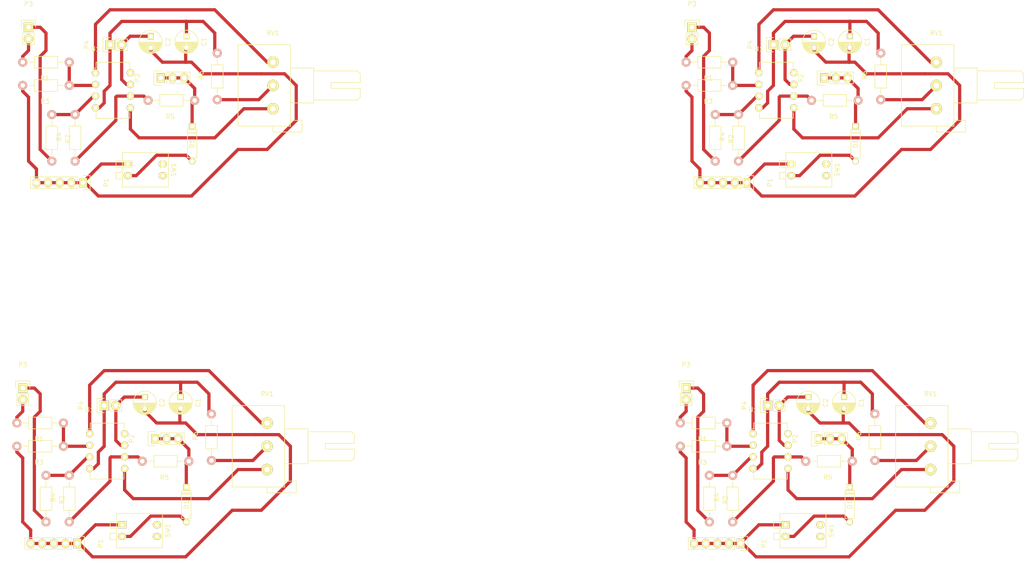
<source format=kicad_pcb>
(kicad_pcb (version 4) (host pcbnew 4.0.2+dfsg1-stable)

  (general
    (links 155)
    (no_connects 39)
    (area 38.841667 33.915 263.665001 158.903333)
    (thickness 1.6)
    (drawings 0)
    (tracks 368)
    (zones 0)
    (modules 64)
    (nets 14)
  )

  (page A4)
  (layers
    (0 F.Cu signal)
    (31 B.Cu signal)
    (32 B.Adhes user)
    (33 F.Adhes user)
    (34 B.Paste user)
    (35 F.Paste user)
    (36 B.SilkS user)
    (37 F.SilkS user)
    (38 B.Mask user)
    (39 F.Mask user)
    (40 Dwgs.User user)
    (41 Cmts.User user)
    (42 Eco1.User user)
    (43 Eco2.User user)
    (44 Edge.Cuts user)
    (45 Margin user)
    (46 B.CrtYd user)
    (47 F.CrtYd user)
    (48 B.Fab user)
    (49 F.Fab user)
  )

  (setup
    (last_trace_width 0.7)
    (user_trace_width 0.75)
    (user_trace_width 0.75)
    (trace_clearance 0.7)
    (zone_clearance 0.508)
    (zone_45_only no)
    (trace_min 0.2)
    (segment_width 0.2)
    (edge_width 0.1)
    (via_size 0.7)
    (via_drill 0.6)
    (via_min_size 0.4)
    (via_min_drill 0.3)
    (uvia_size 0.6)
    (uvia_drill 0.15)
    (uvias_allowed no)
    (uvia_min_size 0.2)
    (uvia_min_drill 0.1)
    (pcb_text_width 0.3)
    (pcb_text_size 1.5 1.5)
    (mod_edge_width 0.15)
    (mod_text_size 1 1)
    (mod_text_width 0.15)
    (pad_size 1.5 1.5)
    (pad_drill 0.6)
    (pad_to_mask_clearance 0)
    (aux_axis_origin 0 0)
    (visible_elements FFFFF77F)
    (pcbplotparams
      (layerselection 0x00000_00000001)
      (usegerberextensions false)
      (excludeedgelayer true)
      (linewidth 0.100000)
      (plotframeref false)
      (viasonmask true)
      (mode 1)
      (useauxorigin false)
      (hpglpennumber 1)
      (hpglpenspeed 20)
      (hpglpendiameter 15)
      (hpglpenoverlay 2)
      (psnegative false)
      (psa4output false)
      (plotreference true)
      (plotvalue true)
      (plotinvisibletext true)
      (padsonsilk true)
      (subtractmaskfromsilk false)
      (outputformat 4)
      (mirror false)
      (drillshape 2)
      (scaleselection 1)
      (outputdirectory /home/etorres/Desktop/new_project/))
  )

  (net 0 "")
  (net 1 "Net-(D1-Pad2)")
  (net 2 "Net-(R1-Pad1)")
  (net 3 /V1_LBL)
  (net 4 "Net-(R2-Pad1)")
  (net 5 /V2_LBL)
  (net 6 GND)
  (net 7 /VO)
  (net 8 -15V)
  (net 9 +15V)
  (net 10 "Net-(R6-Pad1)")
  (net 11 /N2)
  (net 12 /N1)
  (net 13 "Net-(R4-Pad1)")

  (net_class Default "This is the default net class."
    (clearance 0.7)
    (trace_width 0.7)
    (via_dia 0.7)
    (via_drill 0.6)
    (uvia_dia 0.6)
    (uvia_drill 0.15)
    (add_net +15V)
    (add_net -15V)
    (add_net /N1)
    (add_net /N2)
    (add_net /V1_LBL)
    (add_net /V2_LBL)
    (add_net /VO)
    (add_net GND)
    (add_net "Net-(D1-Pad2)")
    (add_net "Net-(R1-Pad1)")
    (add_net "Net-(R2-Pad1)")
    (add_net "Net-(R4-Pad1)")
    (add_net "Net-(R6-Pad1)")
  )

  (net_class 0.7 ""
    (clearance 0.7)
    (trace_width 0.7)
    (via_dia 0.6)
    (via_drill 0.4)
    (uvia_dia 0.3)
    (uvia_drill 0.15)
  )

  (module Housings_DIP:DIP-8_W7.62mm (layer F.Cu) (tedit 54130A77) (tstamp 5817E5F0)
    (at 59.059762 129.325)
    (descr "8-lead dip package, row spacing 7.62 mm (300 mils)")
    (tags "dil dip 2.54 300")
    (path /580B82A7)
    (fp_text reference U1 (at 0 -5.22) (layer F.SilkS)
      (effects (font (size 1 1) (thickness 0.15)))
    )
    (fp_text value LM741 (at 0 -3.72) (layer F.Fab)
      (effects (font (size 1 1) (thickness 0.15)))
    )
    (fp_line (start -1.05 -2.45) (end -1.05 10.1) (layer F.CrtYd) (width 0.05))
    (fp_line (start 8.65 -2.45) (end 8.65 10.1) (layer F.CrtYd) (width 0.05))
    (fp_line (start -1.05 -2.45) (end 8.65 -2.45) (layer F.CrtYd) (width 0.05))
    (fp_line (start -1.05 10.1) (end 8.65 10.1) (layer F.CrtYd) (width 0.05))
    (fp_line (start 0.135 -2.295) (end 0.135 -1.025) (layer F.SilkS) (width 0.15))
    (fp_line (start 7.485 -2.295) (end 7.485 -1.025) (layer F.SilkS) (width 0.15))
    (fp_line (start 7.485 9.915) (end 7.485 8.645) (layer F.SilkS) (width 0.15))
    (fp_line (start 0.135 9.915) (end 0.135 8.645) (layer F.SilkS) (width 0.15))
    (fp_line (start 0.135 -2.295) (end 7.485 -2.295) (layer F.SilkS) (width 0.15))
    (fp_line (start 0.135 9.915) (end 7.485 9.915) (layer F.SilkS) (width 0.15))
    (fp_line (start 0.135 -1.025) (end -0.8 -1.025) (layer F.SilkS) (width 0.15))
    (pad 1 thru_hole oval (at 0 0) (size 1.6 1.6) (drill 0.8) (layers *.Cu *.Mask F.SilkS)
      (net 11 /N2))
    (pad 2 thru_hole oval (at 0 2.54) (size 1.6 1.6) (drill 0.8) (layers *.Cu *.Mask F.SilkS)
      (net 2 "Net-(R1-Pad1)"))
    (pad 3 thru_hole oval (at 0 5.08) (size 1.6 1.6) (drill 0.8) (layers *.Cu *.Mask F.SilkS)
      (net 4 "Net-(R2-Pad1)"))
    (pad 4 thru_hole oval (at 0 7.62) (size 1.6 1.6) (drill 0.8) (layers *.Cu *.Mask F.SilkS)
      (net 8 -15V))
    (pad 5 thru_hole oval (at 7.62 7.62) (size 1.6 1.6) (drill 0.8) (layers *.Cu *.Mask F.SilkS)
      (net 12 /N1))
    (pad 6 thru_hole oval (at 7.62 5.08) (size 1.6 1.6) (drill 0.8) (layers *.Cu *.Mask F.SilkS)
      (net 13 "Net-(R4-Pad1)"))
    (pad 7 thru_hole oval (at 7.62 2.54) (size 1.6 1.6) (drill 0.8) (layers *.Cu *.Mask F.SilkS)
      (net 9 +15V))
    (pad 8 thru_hole oval (at 7.62 0) (size 1.6 1.6) (drill 0.8) (layers *.Cu *.Mask F.SilkS))
    (model Housings_DIP.3dshapes/DIP-8_W7.62mm.wrl
      (at (xyz 0 0 0))
      (scale (xyz 1 1 1))
      (rotate (xyz 0 0 0))
    )
  )

  (module Buttons_Switches_ThroughHole:SW_DIP_x2_Piano (layer F.Cu) (tedit 54BB66BF) (tstamp 5817E5DB)
    (at 66.13 149.220001 270)
    (descr "CTS Electrocomponents, Series 206/208")
    (path /580B8C61)
    (fp_text reference SW1 (at 1.25 -10 270) (layer F.SilkS)
      (effects (font (size 1 1) (thickness 0.15)))
    )
    (fp_text value SW_PUSH (at 2 4 270) (layer F.Fab)
      (effects (font (size 1 1) (thickness 0.15)))
    )
    (fp_line (start -0.7 1.22) (end -0.7 2.59) (layer F.SilkS) (width 0.15))
    (fp_line (start -0.7 2.59) (end 0.7 2.59) (layer F.SilkS) (width 0.15))
    (fp_line (start 0.7 2.59) (end 0.7 1.22) (layer F.SilkS) (width 0.15))
    (fp_line (start 1.84 1.22) (end 1.84 2.59) (layer F.SilkS) (width 0.15))
    (fp_line (start 1.84 2.59) (end 3.24 2.59) (layer F.SilkS) (width 0.15))
    (fp_line (start 3.24 2.59) (end 3.24 1.22) (layer F.SilkS) (width 0.15))
    (fp_line (start -2.8 -9.15) (end -2.8 2.95) (layer F.CrtYd) (width 0.05))
    (fp_line (start -2.8 2.95) (end 5.4 2.95) (layer F.CrtYd) (width 0.05))
    (fp_line (start 5.4 2.95) (end 5.4 -9.15) (layer F.CrtYd) (width 0.05))
    (fp_line (start 5.4 -9.15) (end -2.8 -9.15) (layer F.CrtYd) (width 0.05))
    (fp_line (start -2.48 1.21) (end -2.48 -8.83) (layer F.SilkS) (width 0.15))
    (fp_line (start -2.48 -8.83) (end 5.02 -8.83) (layer F.SilkS) (width 0.15))
    (fp_line (start 5.02 -8.83) (end 5.02 1.21) (layer F.SilkS) (width 0.15))
    (fp_line (start 5.02 1.21) (end -2.48 1.21) (layer F.SilkS) (width 0.15))
    (pad 1 thru_hole rect (at 0 0 270) (size 1.524 1.824) (drill 0.762) (layers *.Cu *.Mask F.SilkS)
      (net 6 GND))
    (pad 4 thru_hole oval (at 0 -7.62 270) (size 1.524 1.824) (drill 0.762) (layers *.Cu *.Mask F.SilkS))
    (pad 2 thru_hole oval (at 2.54 0 270) (size 1.524 1.824) (drill 0.762) (layers *.Cu *.Mask F.SilkS)
      (net 1 "Net-(D1-Pad2)"))
    (pad 3 thru_hole oval (at 2.54 -7.62 270) (size 1.524 1.824) (drill 0.762) (layers *.Cu *.Mask F.SilkS))
    (model Buttons_Switches_ThroughHole.3dshapes/SW_DIP_x2_Piano.wrl
      (at (xyz 0 0 0))
      (scale (xyz 1 1 1))
      (rotate (xyz 0 0 0))
    )
  )

  (module Potentiometers:Potentiometer_Alps-RK163-single_15mm (layer F.Cu) (tedit 5452A365) (tstamp 5817E5C1)
    (at 97.79 137.16)
    (descr "Potentiometer, Alps, RK163, single")
    (tags "Potentiometer, Alps, RK163, single")
    (path /580B853A)
    (fp_text reference RV1 (at 0 -16.51) (layer F.SilkS)
      (effects (font (size 1 1) (thickness 0.15)))
    )
    (fp_text value POT (at 0 7.62) (layer F.Fab)
      (effects (font (size 1 1) (thickness 0.15)))
    )
    (fp_line (start 19.05 -5.715) (end 19.05 -7.62) (layer F.SilkS) (width 0.15))
    (fp_line (start 19.05 -2.54) (end 19.05 -4.445) (layer F.SilkS) (width 0.15))
    (fp_line (start 12.7 -5.715) (end 12.7 -4.445) (layer F.SilkS) (width 0.15))
    (fp_line (start 0 5.08) (end 6.35 5.08) (layer F.SilkS) (width 0.15))
    (fp_line (start 6.35 5.08) (end 6.35 2.54) (layer F.SilkS) (width 0.15))
    (fp_line (start 6.35 2.54) (end 3.81 2.54) (layer F.SilkS) (width 0.15))
    (fp_line (start 0 5.08) (end 0 3.81) (layer F.SilkS) (width 0.15))
    (fp_line (start 12.7 -4.445) (end 19.05 -4.445) (layer F.SilkS) (width 0.15))
    (fp_line (start 19.05 -5.715) (end 12.7 -5.715) (layer F.SilkS) (width 0.15))
    (fp_line (start 8.89 -8.255) (end 18.415 -8.255) (layer F.SilkS) (width 0.15))
    (fp_line (start 18.415 -8.255) (end 19.05 -7.62) (layer F.SilkS) (width 0.15))
    (fp_line (start 19.05 -2.54) (end 18.415 -1.905) (layer F.SilkS) (width 0.15))
    (fp_line (start 18.415 -1.905) (end 8.89 -1.905) (layer F.SilkS) (width 0.15))
    (fp_line (start 3.81 -8.89) (end 8.89 -8.89) (layer F.SilkS) (width 0.15))
    (fp_line (start 8.89 -8.89) (end 8.89 -1.27) (layer F.SilkS) (width 0.15))
    (fp_line (start 8.89 -1.27) (end 3.81 -1.27) (layer F.SilkS) (width 0.15))
    (fp_line (start 3.81 -13.97) (end 3.81 3.81) (layer F.SilkS) (width 0.15))
    (fp_line (start 3.81 3.81) (end -7.62 3.81) (layer F.SilkS) (width 0.15))
    (fp_line (start -7.62 3.81) (end -7.62 -13.97) (layer F.SilkS) (width 0.15))
    (fp_line (start -7.62 -13.97) (end 3.81 -13.97) (layer F.SilkS) (width 0.15))
    (pad 2 thru_hole circle (at 0 -5.08) (size 2.49936 2.49936) (drill 1.19888) (layers *.Cu *.Mask F.SilkS)
      (net 10 "Net-(R6-Pad1)"))
    (pad 3 thru_hole circle (at 0 -10.16) (size 2.49936 2.49936) (drill 1.19888) (layers *.Cu *.Mask F.SilkS)
      (net 11 /N2))
    (pad 1 thru_hole circle (at 0 0) (size 2.49936 2.49936) (drill 1.19888) (layers *.Cu *.Mask F.SilkS)
      (net 12 /N1))
    (model Potentiometers.3dshapes/Potentiometer_Alps-RK163-single_15mm.wrl
      (at (xyz 0 0 0))
      (scale (xyz 1 1 1))
      (rotate (xyz 0 0 0))
    )
  )

  (module Resistors_ThroughHole:Resistor_Horizontal_RM10mm (layer F.Cu) (tedit 56648415) (tstamp 5817E5B2)
    (at 85.63512 135.184999 90)
    (descr "Resistor, Axial,  RM 10mm, 1/3W")
    (tags "Resistor Axial RM 10mm 1/3W")
    (path /580BC3FB)
    (fp_text reference R6 (at 5.32892 -3.50012 90) (layer F.SilkS)
      (effects (font (size 1 1) (thickness 0.15)))
    )
    (fp_text value 1.5k (at 5.08 3.81 90) (layer F.Fab)
      (effects (font (size 1 1) (thickness 0.15)))
    )
    (fp_line (start -1.25 -1.5) (end 11.4 -1.5) (layer F.CrtYd) (width 0.05))
    (fp_line (start -1.25 1.5) (end -1.25 -1.5) (layer F.CrtYd) (width 0.05))
    (fp_line (start 11.4 -1.5) (end 11.4 1.5) (layer F.CrtYd) (width 0.05))
    (fp_line (start -1.25 1.5) (end 11.4 1.5) (layer F.CrtYd) (width 0.05))
    (fp_line (start 2.54 -1.27) (end 7.62 -1.27) (layer F.SilkS) (width 0.15))
    (fp_line (start 7.62 -1.27) (end 7.62 1.27) (layer F.SilkS) (width 0.15))
    (fp_line (start 7.62 1.27) (end 2.54 1.27) (layer F.SilkS) (width 0.15))
    (fp_line (start 2.54 1.27) (end 2.54 -1.27) (layer F.SilkS) (width 0.15))
    (fp_line (start 2.54 0) (end 1.27 0) (layer F.SilkS) (width 0.15))
    (fp_line (start 7.62 0) (end 8.89 0) (layer F.SilkS) (width 0.15))
    (pad 1 thru_hole circle (at 0 0 90) (size 1.99898 1.99898) (drill 1.00076) (layers *.Cu *.SilkS *.Mask)
      (net 10 "Net-(R6-Pad1)"))
    (pad 2 thru_hole circle (at 10.16 0 90) (size 1.99898 1.99898) (drill 1.00076) (layers *.Cu *.SilkS *.Mask)
      (net 8 -15V))
    (model Resistors_ThroughHole.3dshapes/Resistor_Horizontal_RM10mm.wrl
      (at (xyz 0 0 0))
      (scale (xyz 0.4 0.4 0.4))
      (rotate (xyz 0 0 0))
    )
  )

  (module Resistors_ThroughHole:Resistor_Horizontal_RM10mm (layer F.Cu) (tedit 56648415) (tstamp 5817E5A3)
    (at 80.704999 135.34488 180)
    (descr "Resistor, Axial,  RM 10mm, 1/3W")
    (tags "Resistor Axial RM 10mm 1/3W")
    (path /580B849B)
    (fp_text reference R5 (at 5.32892 -3.50012 180) (layer F.SilkS)
      (effects (font (size 1 1) (thickness 0.15)))
    )
    (fp_text value 68 (at 5.08 3.81 180) (layer F.Fab)
      (effects (font (size 1 1) (thickness 0.15)))
    )
    (fp_line (start -1.25 -1.5) (end 11.4 -1.5) (layer F.CrtYd) (width 0.05))
    (fp_line (start -1.25 1.5) (end -1.25 -1.5) (layer F.CrtYd) (width 0.05))
    (fp_line (start 11.4 -1.5) (end 11.4 1.5) (layer F.CrtYd) (width 0.05))
    (fp_line (start -1.25 1.5) (end 11.4 1.5) (layer F.CrtYd) (width 0.05))
    (fp_line (start 2.54 -1.27) (end 7.62 -1.27) (layer F.SilkS) (width 0.15))
    (fp_line (start 7.62 -1.27) (end 7.62 1.27) (layer F.SilkS) (width 0.15))
    (fp_line (start 7.62 1.27) (end 2.54 1.27) (layer F.SilkS) (width 0.15))
    (fp_line (start 2.54 1.27) (end 2.54 -1.27) (layer F.SilkS) (width 0.15))
    (fp_line (start 2.54 0) (end 1.27 0) (layer F.SilkS) (width 0.15))
    (fp_line (start 7.62 0) (end 8.89 0) (layer F.SilkS) (width 0.15))
    (pad 1 thru_hole circle (at 0 0 180) (size 1.99898 1.99898) (drill 1.00076) (layers *.Cu *.SilkS *.Mask)
      (net 7 /VO))
    (pad 2 thru_hole circle (at 10.16 0 180) (size 1.99898 1.99898) (drill 1.00076) (layers *.Cu *.SilkS *.Mask)
      (net 13 "Net-(R4-Pad1)"))
    (model Resistors_ThroughHole.3dshapes/Resistor_Horizontal_RM10mm.wrl
      (at (xyz 0 0 0))
      (scale (xyz 0.4 0.4 0.4))
      (rotate (xyz 0 0 0))
    )
  )

  (module Resistors_ThroughHole:Resistor_Horizontal_RM10mm (layer F.Cu) (tedit 56648415) (tstamp 5817E594)
    (at 53.34 132.08 180)
    (descr "Resistor, Axial,  RM 10mm, 1/3W")
    (tags "Resistor Axial RM 10mm 1/3W")
    (path /5800235D)
    (fp_text reference R3 (at 5.32892 -3.50012 180) (layer F.SilkS)
      (effects (font (size 1 1) (thickness 0.15)))
    )
    (fp_text value 1k (at 5.08 3.81 180) (layer F.Fab)
      (effects (font (size 1 1) (thickness 0.15)))
    )
    (fp_line (start -1.25 -1.5) (end 11.4 -1.5) (layer F.CrtYd) (width 0.05))
    (fp_line (start -1.25 1.5) (end -1.25 -1.5) (layer F.CrtYd) (width 0.05))
    (fp_line (start 11.4 -1.5) (end 11.4 1.5) (layer F.CrtYd) (width 0.05))
    (fp_line (start -1.25 1.5) (end 11.4 1.5) (layer F.CrtYd) (width 0.05))
    (fp_line (start 2.54 -1.27) (end 7.62 -1.27) (layer F.SilkS) (width 0.15))
    (fp_line (start 7.62 -1.27) (end 7.62 1.27) (layer F.SilkS) (width 0.15))
    (fp_line (start 7.62 1.27) (end 2.54 1.27) (layer F.SilkS) (width 0.15))
    (fp_line (start 2.54 1.27) (end 2.54 -1.27) (layer F.SilkS) (width 0.15))
    (fp_line (start 2.54 0) (end 1.27 0) (layer F.SilkS) (width 0.15))
    (fp_line (start 7.62 0) (end 8.89 0) (layer F.SilkS) (width 0.15))
    (pad 1 thru_hole circle (at 0 0 180) (size 1.99898 1.99898) (drill 1.00076) (layers *.Cu *.SilkS *.Mask)
      (net 2 "Net-(R1-Pad1)"))
    (pad 2 thru_hole circle (at 10.16 0 180) (size 1.99898 1.99898) (drill 1.00076) (layers *.Cu *.SilkS *.Mask)
      (net 6 GND))
    (model Resistors_ThroughHole.3dshapes/Resistor_Horizontal_RM10mm.wrl
      (at (xyz 0 0 0))
      (scale (xyz 0.4 0.4 0.4))
      (rotate (xyz 0 0 0))
    )
  )

  (module Resistors_ThroughHole:Resistor_Horizontal_RM10mm (layer F.Cu) (tedit 56648415) (tstamp 5817E585)
    (at 49.53 138.43 270)
    (descr "Resistor, Axial,  RM 10mm, 1/3W")
    (tags "Resistor Axial RM 10mm 1/3W")
    (path /5800221C)
    (fp_text reference R2 (at 5.32892 -3.50012 270) (layer F.SilkS)
      (effects (font (size 1 1) (thickness 0.15)))
    )
    (fp_text value 1k (at 5.08 3.81 270) (layer F.Fab)
      (effects (font (size 1 1) (thickness 0.15)))
    )
    (fp_line (start -1.25 -1.5) (end 11.4 -1.5) (layer F.CrtYd) (width 0.05))
    (fp_line (start -1.25 1.5) (end -1.25 -1.5) (layer F.CrtYd) (width 0.05))
    (fp_line (start 11.4 -1.5) (end 11.4 1.5) (layer F.CrtYd) (width 0.05))
    (fp_line (start -1.25 1.5) (end 11.4 1.5) (layer F.CrtYd) (width 0.05))
    (fp_line (start 2.54 -1.27) (end 7.62 -1.27) (layer F.SilkS) (width 0.15))
    (fp_line (start 7.62 -1.27) (end 7.62 1.27) (layer F.SilkS) (width 0.15))
    (fp_line (start 7.62 1.27) (end 2.54 1.27) (layer F.SilkS) (width 0.15))
    (fp_line (start 2.54 1.27) (end 2.54 -1.27) (layer F.SilkS) (width 0.15))
    (fp_line (start 2.54 0) (end 1.27 0) (layer F.SilkS) (width 0.15))
    (fp_line (start 7.62 0) (end 8.89 0) (layer F.SilkS) (width 0.15))
    (pad 1 thru_hole circle (at 0 0 270) (size 1.99898 1.99898) (drill 1.00076) (layers *.Cu *.SilkS *.Mask)
      (net 4 "Net-(R2-Pad1)"))
    (pad 2 thru_hole circle (at 10.16 0 270) (size 1.99898 1.99898) (drill 1.00076) (layers *.Cu *.SilkS *.Mask)
      (net 5 /V2_LBL))
    (model Resistors_ThroughHole.3dshapes/Resistor_Horizontal_RM10mm.wrl
      (at (xyz 0 0 0))
      (scale (xyz 0.4 0.4 0.4))
      (rotate (xyz 0 0 0))
    )
  )

  (module Resistors_ThroughHole:Resistor_Horizontal_RM10mm (layer F.Cu) (tedit 56648415) (tstamp 5817E576)
    (at 53.34 127 180)
    (descr "Resistor, Axial,  RM 10mm, 1/3W")
    (tags "Resistor Axial RM 10mm 1/3W")
    (path /580023F0)
    (fp_text reference R1 (at 5.32892 -3.50012 180) (layer F.SilkS)
      (effects (font (size 1 1) (thickness 0.15)))
    )
    (fp_text value 1k (at 5.08 3.81 180) (layer F.Fab)
      (effects (font (size 1 1) (thickness 0.15)))
    )
    (fp_line (start -1.25 -1.5) (end 11.4 -1.5) (layer F.CrtYd) (width 0.05))
    (fp_line (start -1.25 1.5) (end -1.25 -1.5) (layer F.CrtYd) (width 0.05))
    (fp_line (start 11.4 -1.5) (end 11.4 1.5) (layer F.CrtYd) (width 0.05))
    (fp_line (start -1.25 1.5) (end 11.4 1.5) (layer F.CrtYd) (width 0.05))
    (fp_line (start 2.54 -1.27) (end 7.62 -1.27) (layer F.SilkS) (width 0.15))
    (fp_line (start 7.62 -1.27) (end 7.62 1.27) (layer F.SilkS) (width 0.15))
    (fp_line (start 7.62 1.27) (end 2.54 1.27) (layer F.SilkS) (width 0.15))
    (fp_line (start 2.54 1.27) (end 2.54 -1.27) (layer F.SilkS) (width 0.15))
    (fp_line (start 2.54 0) (end 1.27 0) (layer F.SilkS) (width 0.15))
    (fp_line (start 7.62 0) (end 8.89 0) (layer F.SilkS) (width 0.15))
    (pad 1 thru_hole circle (at 0 0 180) (size 1.99898 1.99898) (drill 1.00076) (layers *.Cu *.SilkS *.Mask)
      (net 2 "Net-(R1-Pad1)"))
    (pad 2 thru_hole circle (at 10.16 0 180) (size 1.99898 1.99898) (drill 1.00076) (layers *.Cu *.SilkS *.Mask)
      (net 3 /V1_LBL))
    (model Resistors_ThroughHole.3dshapes/Resistor_Horizontal_RM10mm.wrl
      (at (xyz 0 0 0))
      (scale (xyz 0.4 0.4 0.4))
      (rotate (xyz 0 0 0))
    )
  )

  (module Pin_Headers:Pin_Header_Straight_1x02 (layer F.Cu) (tedit 54EA090C) (tstamp 5817E566)
    (at 62.23 123.19 90)
    (descr "Through hole pin header")
    (tags "pin header")
    (path /580BB13C)
    (fp_text reference P4 (at 0 -5.1 90) (layer F.SilkS)
      (effects (font (size 1 1) (thickness 0.15)))
    )
    (fp_text value CONN_01X02 (at 0 -3.1 90) (layer F.Fab)
      (effects (font (size 1 1) (thickness 0.15)))
    )
    (fp_line (start 1.27 1.27) (end 1.27 3.81) (layer F.SilkS) (width 0.15))
    (fp_line (start 1.55 -1.55) (end 1.55 0) (layer F.SilkS) (width 0.15))
    (fp_line (start -1.75 -1.75) (end -1.75 4.3) (layer F.CrtYd) (width 0.05))
    (fp_line (start 1.75 -1.75) (end 1.75 4.3) (layer F.CrtYd) (width 0.05))
    (fp_line (start -1.75 -1.75) (end 1.75 -1.75) (layer F.CrtYd) (width 0.05))
    (fp_line (start -1.75 4.3) (end 1.75 4.3) (layer F.CrtYd) (width 0.05))
    (fp_line (start 1.27 1.27) (end -1.27 1.27) (layer F.SilkS) (width 0.15))
    (fp_line (start -1.55 0) (end -1.55 -1.55) (layer F.SilkS) (width 0.15))
    (fp_line (start -1.55 -1.55) (end 1.55 -1.55) (layer F.SilkS) (width 0.15))
    (fp_line (start -1.27 1.27) (end -1.27 3.81) (layer F.SilkS) (width 0.15))
    (fp_line (start -1.27 3.81) (end 1.27 3.81) (layer F.SilkS) (width 0.15))
    (pad 1 thru_hole rect (at 0 0 90) (size 2.032 2.032) (drill 1.016) (layers *.Cu *.Mask F.SilkS)
      (net 8 -15V))
    (pad 2 thru_hole oval (at 0 2.54 90) (size 2.032 2.032) (drill 1.016) (layers *.Cu *.Mask F.SilkS)
      (net 9 +15V))
    (model Pin_Headers.3dshapes/Pin_Header_Straight_1x02.wrl
      (at (xyz 0 -0.05 0))
      (scale (xyz 1 1 1))
      (rotate (xyz 0 0 90))
    )
  )

  (module Pin_Headers:Pin_Header_Straight_1x02 (layer F.Cu) (tedit 54EA090C) (tstamp 5817E556)
    (at 44.45 119.38)
    (descr "Through hole pin header")
    (tags "pin header")
    (path /580BB0E9)
    (fp_text reference P3 (at 0 -5.1) (layer F.SilkS)
      (effects (font (size 1 1) (thickness 0.15)))
    )
    (fp_text value CONN_01X02 (at 0 -3.1) (layer F.Fab)
      (effects (font (size 1 1) (thickness 0.15)))
    )
    (fp_line (start 1.27 1.27) (end 1.27 3.81) (layer F.SilkS) (width 0.15))
    (fp_line (start 1.55 -1.55) (end 1.55 0) (layer F.SilkS) (width 0.15))
    (fp_line (start -1.75 -1.75) (end -1.75 4.3) (layer F.CrtYd) (width 0.05))
    (fp_line (start 1.75 -1.75) (end 1.75 4.3) (layer F.CrtYd) (width 0.05))
    (fp_line (start -1.75 -1.75) (end 1.75 -1.75) (layer F.CrtYd) (width 0.05))
    (fp_line (start -1.75 4.3) (end 1.75 4.3) (layer F.CrtYd) (width 0.05))
    (fp_line (start 1.27 1.27) (end -1.27 1.27) (layer F.SilkS) (width 0.15))
    (fp_line (start -1.55 0) (end -1.55 -1.55) (layer F.SilkS) (width 0.15))
    (fp_line (start -1.55 -1.55) (end 1.55 -1.55) (layer F.SilkS) (width 0.15))
    (fp_line (start -1.27 1.27) (end -1.27 3.81) (layer F.SilkS) (width 0.15))
    (fp_line (start -1.27 3.81) (end 1.27 3.81) (layer F.SilkS) (width 0.15))
    (pad 1 thru_hole rect (at 0 0) (size 2.032 2.032) (drill 1.016) (layers *.Cu *.Mask F.SilkS)
      (net 5 /V2_LBL))
    (pad 2 thru_hole oval (at 0 2.54) (size 2.032 2.032) (drill 1.016) (layers *.Cu *.Mask F.SilkS)
      (net 3 /V1_LBL))
    (model Pin_Headers.3dshapes/Pin_Header_Straight_1x02.wrl
      (at (xyz 0 -0.05 0))
      (scale (xyz 1 1 1))
      (rotate (xyz 0 0 90))
    )
  )

  (module Pin_Headers:Pin_Header_Straight_1x03 (layer F.Cu) (tedit 0) (tstamp 5817E545)
    (at 73.325 130.431667 90)
    (descr "Through hole pin header")
    (tags "pin header")
    (path /580BAA09)
    (fp_text reference P2 (at 0 -5.1 90) (layer F.SilkS)
      (effects (font (size 1 1) (thickness 0.15)))
    )
    (fp_text value CONN_01X03 (at 0 -3.1 90) (layer F.Fab)
      (effects (font (size 1 1) (thickness 0.15)))
    )
    (fp_line (start -1.75 -1.75) (end -1.75 6.85) (layer F.CrtYd) (width 0.05))
    (fp_line (start 1.75 -1.75) (end 1.75 6.85) (layer F.CrtYd) (width 0.05))
    (fp_line (start -1.75 -1.75) (end 1.75 -1.75) (layer F.CrtYd) (width 0.05))
    (fp_line (start -1.75 6.85) (end 1.75 6.85) (layer F.CrtYd) (width 0.05))
    (fp_line (start -1.27 1.27) (end -1.27 6.35) (layer F.SilkS) (width 0.15))
    (fp_line (start -1.27 6.35) (end 1.27 6.35) (layer F.SilkS) (width 0.15))
    (fp_line (start 1.27 6.35) (end 1.27 1.27) (layer F.SilkS) (width 0.15))
    (fp_line (start 1.55 -1.55) (end 1.55 0) (layer F.SilkS) (width 0.15))
    (fp_line (start 1.27 1.27) (end -1.27 1.27) (layer F.SilkS) (width 0.15))
    (fp_line (start -1.55 0) (end -1.55 -1.55) (layer F.SilkS) (width 0.15))
    (fp_line (start -1.55 -1.55) (end 1.55 -1.55) (layer F.SilkS) (width 0.15))
    (pad 1 thru_hole rect (at 0 0 90) (size 2.032 1.7272) (drill 1.016) (layers *.Cu *.Mask F.SilkS)
      (net 7 /VO))
    (pad 2 thru_hole oval (at 0 2.54 90) (size 2.032 1.7272) (drill 1.016) (layers *.Cu *.Mask F.SilkS)
      (net 7 /VO))
    (pad 3 thru_hole oval (at 0 5.08 90) (size 2.032 1.7272) (drill 1.016) (layers *.Cu *.Mask F.SilkS)
      (net 7 /VO))
    (model Pin_Headers.3dshapes/Pin_Header_Straight_1x03.wrl
      (at (xyz 0 -0.1 0))
      (scale (xyz 1 1 1))
      (rotate (xyz 0 0 90))
    )
  )

  (module Pin_Headers:Pin_Header_Straight_1x05 (layer F.Cu) (tedit 54EA0684) (tstamp 5817E532)
    (at 56.341667 153.295 270)
    (descr "Through hole pin header")
    (tags "pin header")
    (path /580BA377)
    (fp_text reference P1 (at 0 -5.1 270) (layer F.SilkS)
      (effects (font (size 1 1) (thickness 0.15)))
    )
    (fp_text value CONN_01X05 (at 0 -3.1 270) (layer F.Fab)
      (effects (font (size 1 1) (thickness 0.15)))
    )
    (fp_line (start -1.55 0) (end -1.55 -1.55) (layer F.SilkS) (width 0.15))
    (fp_line (start -1.55 -1.55) (end 1.55 -1.55) (layer F.SilkS) (width 0.15))
    (fp_line (start 1.55 -1.55) (end 1.55 0) (layer F.SilkS) (width 0.15))
    (fp_line (start -1.75 -1.75) (end -1.75 11.95) (layer F.CrtYd) (width 0.05))
    (fp_line (start 1.75 -1.75) (end 1.75 11.95) (layer F.CrtYd) (width 0.05))
    (fp_line (start -1.75 -1.75) (end 1.75 -1.75) (layer F.CrtYd) (width 0.05))
    (fp_line (start -1.75 11.95) (end 1.75 11.95) (layer F.CrtYd) (width 0.05))
    (fp_line (start 1.27 1.27) (end 1.27 11.43) (layer F.SilkS) (width 0.15))
    (fp_line (start 1.27 11.43) (end -1.27 11.43) (layer F.SilkS) (width 0.15))
    (fp_line (start -1.27 11.43) (end -1.27 1.27) (layer F.SilkS) (width 0.15))
    (fp_line (start 1.27 1.27) (end -1.27 1.27) (layer F.SilkS) (width 0.15))
    (pad 1 thru_hole rect (at 0 0 270) (size 2.032 1.7272) (drill 1.016) (layers *.Cu *.Mask F.SilkS)
      (net 6 GND))
    (pad 2 thru_hole oval (at 0 2.54 270) (size 2.032 1.7272) (drill 1.016) (layers *.Cu *.Mask F.SilkS)
      (net 6 GND))
    (pad 3 thru_hole oval (at 0 5.08 270) (size 2.032 1.7272) (drill 1.016) (layers *.Cu *.Mask F.SilkS)
      (net 6 GND))
    (pad 4 thru_hole oval (at 0 7.62 270) (size 2.032 1.7272) (drill 1.016) (layers *.Cu *.Mask F.SilkS)
      (net 6 GND))
    (pad 5 thru_hole oval (at 0 10.16 270) (size 2.032 1.7272) (drill 1.016) (layers *.Cu *.Mask F.SilkS)
      (net 6 GND))
    (model Pin_Headers.3dshapes/Pin_Header_Straight_1x05.wrl
      (at (xyz 0 -0.2 0))
      (scale (xyz 1 1 1))
      (rotate (xyz 0 0 90))
    )
  )

  (module Discret:D3 (layer F.Cu) (tedit 0) (tstamp 5817E523)
    (at 80.151001 144.8015 90)
    (descr "Diode 3 pas")
    (tags "DIODE DEV")
    (path /58017DCD)
    (fp_text reference D1 (at 0 0 90) (layer F.SilkS)
      (effects (font (size 1 1) (thickness 0.15)))
    )
    (fp_text value ZENER (at 0 0 90) (layer F.Fab)
      (effects (font (size 1 1) (thickness 0.15)))
    )
    (fp_line (start 3.81 0) (end 3.048 0) (layer F.SilkS) (width 0.15))
    (fp_line (start 3.048 0) (end 3.048 -1.016) (layer F.SilkS) (width 0.15))
    (fp_line (start 3.048 -1.016) (end -3.048 -1.016) (layer F.SilkS) (width 0.15))
    (fp_line (start -3.048 -1.016) (end -3.048 0) (layer F.SilkS) (width 0.15))
    (fp_line (start -3.048 0) (end -3.81 0) (layer F.SilkS) (width 0.15))
    (fp_line (start -3.048 0) (end -3.048 1.016) (layer F.SilkS) (width 0.15))
    (fp_line (start -3.048 1.016) (end 3.048 1.016) (layer F.SilkS) (width 0.15))
    (fp_line (start 3.048 1.016) (end 3.048 0) (layer F.SilkS) (width 0.15))
    (fp_line (start 2.54 -1.016) (end 2.54 1.016) (layer F.SilkS) (width 0.15))
    (fp_line (start 2.286 1.016) (end 2.286 -1.016) (layer F.SilkS) (width 0.15))
    (pad 1 thru_hole rect (at 3.81 0 90) (size 1.397 1.397) (drill 0.8128) (layers *.Cu *.Mask F.SilkS)
      (net 7 /VO))
    (pad 2 thru_hole circle (at -3.81 0 90) (size 1.397 1.397) (drill 0.8128) (layers *.Cu *.Mask F.SilkS)
      (net 1 "Net-(D1-Pad2)"))
    (model Discret.3dshapes/D3.wrl
      (at (xyz 0 0 0))
      (scale (xyz 0.3 0.3 0.3))
      (rotate (xyz 0 0 0))
    )
  )

  (module Capacitors_ThroughHole:C_Radial_D5_L6_P2.5 (layer F.Cu) (tedit 0) (tstamp 5817E4FC)
    (at 71.09 121.340001 270)
    (descr "Radial Electrolytic Capacitor Diameter 5mm x Length 6mm, Pitch 2.5mm")
    (tags "Electrolytic Capacitor")
    (path /580B9345)
    (fp_text reference C2 (at 1.25 -3.8 270) (layer F.SilkS)
      (effects (font (size 1 1) (thickness 0.15)))
    )
    (fp_text value 0.1u (at 1.25 3.8 270) (layer F.Fab)
      (effects (font (size 1 1) (thickness 0.15)))
    )
    (fp_line (start 1.325 -2.499) (end 1.325 2.499) (layer F.SilkS) (width 0.15))
    (fp_line (start 1.465 -2.491) (end 1.465 2.491) (layer F.SilkS) (width 0.15))
    (fp_line (start 1.605 -2.475) (end 1.605 -0.095) (layer F.SilkS) (width 0.15))
    (fp_line (start 1.605 0.095) (end 1.605 2.475) (layer F.SilkS) (width 0.15))
    (fp_line (start 1.745 -2.451) (end 1.745 -0.49) (layer F.SilkS) (width 0.15))
    (fp_line (start 1.745 0.49) (end 1.745 2.451) (layer F.SilkS) (width 0.15))
    (fp_line (start 1.885 -2.418) (end 1.885 -0.657) (layer F.SilkS) (width 0.15))
    (fp_line (start 1.885 0.657) (end 1.885 2.418) (layer F.SilkS) (width 0.15))
    (fp_line (start 2.025 -2.377) (end 2.025 -0.764) (layer F.SilkS) (width 0.15))
    (fp_line (start 2.025 0.764) (end 2.025 2.377) (layer F.SilkS) (width 0.15))
    (fp_line (start 2.165 -2.327) (end 2.165 -0.835) (layer F.SilkS) (width 0.15))
    (fp_line (start 2.165 0.835) (end 2.165 2.327) (layer F.SilkS) (width 0.15))
    (fp_line (start 2.305 -2.266) (end 2.305 -0.879) (layer F.SilkS) (width 0.15))
    (fp_line (start 2.305 0.879) (end 2.305 2.266) (layer F.SilkS) (width 0.15))
    (fp_line (start 2.445 -2.196) (end 2.445 -0.898) (layer F.SilkS) (width 0.15))
    (fp_line (start 2.445 0.898) (end 2.445 2.196) (layer F.SilkS) (width 0.15))
    (fp_line (start 2.585 -2.114) (end 2.585 -0.896) (layer F.SilkS) (width 0.15))
    (fp_line (start 2.585 0.896) (end 2.585 2.114) (layer F.SilkS) (width 0.15))
    (fp_line (start 2.725 -2.019) (end 2.725 -0.871) (layer F.SilkS) (width 0.15))
    (fp_line (start 2.725 0.871) (end 2.725 2.019) (layer F.SilkS) (width 0.15))
    (fp_line (start 2.865 -1.908) (end 2.865 -0.823) (layer F.SilkS) (width 0.15))
    (fp_line (start 2.865 0.823) (end 2.865 1.908) (layer F.SilkS) (width 0.15))
    (fp_line (start 3.005 -1.78) (end 3.005 -0.745) (layer F.SilkS) (width 0.15))
    (fp_line (start 3.005 0.745) (end 3.005 1.78) (layer F.SilkS) (width 0.15))
    (fp_line (start 3.145 -1.631) (end 3.145 -0.628) (layer F.SilkS) (width 0.15))
    (fp_line (start 3.145 0.628) (end 3.145 1.631) (layer F.SilkS) (width 0.15))
    (fp_line (start 3.285 -1.452) (end 3.285 -0.44) (layer F.SilkS) (width 0.15))
    (fp_line (start 3.285 0.44) (end 3.285 1.452) (layer F.SilkS) (width 0.15))
    (fp_line (start 3.425 -1.233) (end 3.425 1.233) (layer F.SilkS) (width 0.15))
    (fp_line (start 3.565 -0.944) (end 3.565 0.944) (layer F.SilkS) (width 0.15))
    (fp_line (start 3.705 -0.472) (end 3.705 0.472) (layer F.SilkS) (width 0.15))
    (fp_circle (center 2.5 0) (end 2.5 -0.9) (layer F.SilkS) (width 0.15))
    (fp_circle (center 1.25 0) (end 1.25 -2.5375) (layer F.SilkS) (width 0.15))
    (fp_circle (center 1.25 0) (end 1.25 -2.8) (layer F.CrtYd) (width 0.05))
    (pad 1 thru_hole rect (at 0 0 270) (size 1.3 1.3) (drill 0.8) (layers *.Cu *.Mask F.SilkS)
      (net 9 +15V))
    (pad 2 thru_hole circle (at 2.5 0 270) (size 1.3 1.3) (drill 0.8) (layers *.Cu *.Mask F.SilkS)
      (net 6 GND))
    (model Capacitors_ThroughHole.3dshapes/C_Radial_D5_L6_P2.5.wrl
      (at (xyz 0.0492126 0 0))
      (scale (xyz 1 1 1))
      (rotate (xyz 0 0 90))
    )
  )

  (module Capacitors_ThroughHole:C_Radial_D5_L6_P2.5 (layer F.Cu) (tedit 0) (tstamp 5817E4D5)
    (at 78.915 121.305001 270)
    (descr "Radial Electrolytic Capacitor Diameter 5mm x Length 6mm, Pitch 2.5mm")
    (tags "Electrolytic Capacitor")
    (path /580B94BF)
    (fp_text reference C1 (at 1.25 -3.8 270) (layer F.SilkS)
      (effects (font (size 1 1) (thickness 0.15)))
    )
    (fp_text value 0.1u (at 1.25 3.8 270) (layer F.Fab)
      (effects (font (size 1 1) (thickness 0.15)))
    )
    (fp_line (start 1.325 -2.499) (end 1.325 2.499) (layer F.SilkS) (width 0.15))
    (fp_line (start 1.465 -2.491) (end 1.465 2.491) (layer F.SilkS) (width 0.15))
    (fp_line (start 1.605 -2.475) (end 1.605 -0.095) (layer F.SilkS) (width 0.15))
    (fp_line (start 1.605 0.095) (end 1.605 2.475) (layer F.SilkS) (width 0.15))
    (fp_line (start 1.745 -2.451) (end 1.745 -0.49) (layer F.SilkS) (width 0.15))
    (fp_line (start 1.745 0.49) (end 1.745 2.451) (layer F.SilkS) (width 0.15))
    (fp_line (start 1.885 -2.418) (end 1.885 -0.657) (layer F.SilkS) (width 0.15))
    (fp_line (start 1.885 0.657) (end 1.885 2.418) (layer F.SilkS) (width 0.15))
    (fp_line (start 2.025 -2.377) (end 2.025 -0.764) (layer F.SilkS) (width 0.15))
    (fp_line (start 2.025 0.764) (end 2.025 2.377) (layer F.SilkS) (width 0.15))
    (fp_line (start 2.165 -2.327) (end 2.165 -0.835) (layer F.SilkS) (width 0.15))
    (fp_line (start 2.165 0.835) (end 2.165 2.327) (layer F.SilkS) (width 0.15))
    (fp_line (start 2.305 -2.266) (end 2.305 -0.879) (layer F.SilkS) (width 0.15))
    (fp_line (start 2.305 0.879) (end 2.305 2.266) (layer F.SilkS) (width 0.15))
    (fp_line (start 2.445 -2.196) (end 2.445 -0.898) (layer F.SilkS) (width 0.15))
    (fp_line (start 2.445 0.898) (end 2.445 2.196) (layer F.SilkS) (width 0.15))
    (fp_line (start 2.585 -2.114) (end 2.585 -0.896) (layer F.SilkS) (width 0.15))
    (fp_line (start 2.585 0.896) (end 2.585 2.114) (layer F.SilkS) (width 0.15))
    (fp_line (start 2.725 -2.019) (end 2.725 -0.871) (layer F.SilkS) (width 0.15))
    (fp_line (start 2.725 0.871) (end 2.725 2.019) (layer F.SilkS) (width 0.15))
    (fp_line (start 2.865 -1.908) (end 2.865 -0.823) (layer F.SilkS) (width 0.15))
    (fp_line (start 2.865 0.823) (end 2.865 1.908) (layer F.SilkS) (width 0.15))
    (fp_line (start 3.005 -1.78) (end 3.005 -0.745) (layer F.SilkS) (width 0.15))
    (fp_line (start 3.005 0.745) (end 3.005 1.78) (layer F.SilkS) (width 0.15))
    (fp_line (start 3.145 -1.631) (end 3.145 -0.628) (layer F.SilkS) (width 0.15))
    (fp_line (start 3.145 0.628) (end 3.145 1.631) (layer F.SilkS) (width 0.15))
    (fp_line (start 3.285 -1.452) (end 3.285 -0.44) (layer F.SilkS) (width 0.15))
    (fp_line (start 3.285 0.44) (end 3.285 1.452) (layer F.SilkS) (width 0.15))
    (fp_line (start 3.425 -1.233) (end 3.425 1.233) (layer F.SilkS) (width 0.15))
    (fp_line (start 3.565 -0.944) (end 3.565 0.944) (layer F.SilkS) (width 0.15))
    (fp_line (start 3.705 -0.472) (end 3.705 0.472) (layer F.SilkS) (width 0.15))
    (fp_circle (center 2.5 0) (end 2.5 -0.9) (layer F.SilkS) (width 0.15))
    (fp_circle (center 1.25 0) (end 1.25 -2.5375) (layer F.SilkS) (width 0.15))
    (fp_circle (center 1.25 0) (end 1.25 -2.8) (layer F.CrtYd) (width 0.05))
    (pad 1 thru_hole rect (at 0 0 270) (size 1.3 1.3) (drill 0.8) (layers *.Cu *.Mask F.SilkS)
      (net 8 -15V))
    (pad 2 thru_hole circle (at 2.5 0 270) (size 1.3 1.3) (drill 0.8) (layers *.Cu *.Mask F.SilkS)
      (net 6 GND))
    (model Capacitors_ThroughHole.3dshapes/C_Radial_D5_L6_P2.5.wrl
      (at (xyz 0.0492126 0 0))
      (scale (xyz 1 1 1))
      (rotate (xyz 0 0 90))
    )
  )

  (module Resistors_ThroughHole:Resistor_Horizontal_RM10mm (layer F.Cu) (tedit 56648415) (tstamp 5817E4C6)
    (at 54.61 148.59 90)
    (descr "Resistor, Axial,  RM 10mm, 1/3W")
    (tags "Resistor Axial RM 10mm 1/3W")
    (path /5800248B)
    (fp_text reference R4 (at 5.32892 -3.50012 90) (layer F.SilkS)
      (effects (font (size 1 1) (thickness 0.15)))
    )
    (fp_text value 1k (at 5.08 3.81 90) (layer F.Fab)
      (effects (font (size 1 1) (thickness 0.15)))
    )
    (fp_line (start -1.25 -1.5) (end 11.4 -1.5) (layer F.CrtYd) (width 0.05))
    (fp_line (start -1.25 1.5) (end -1.25 -1.5) (layer F.CrtYd) (width 0.05))
    (fp_line (start 11.4 -1.5) (end 11.4 1.5) (layer F.CrtYd) (width 0.05))
    (fp_line (start -1.25 1.5) (end 11.4 1.5) (layer F.CrtYd) (width 0.05))
    (fp_line (start 2.54 -1.27) (end 7.62 -1.27) (layer F.SilkS) (width 0.15))
    (fp_line (start 7.62 -1.27) (end 7.62 1.27) (layer F.SilkS) (width 0.15))
    (fp_line (start 7.62 1.27) (end 2.54 1.27) (layer F.SilkS) (width 0.15))
    (fp_line (start 2.54 1.27) (end 2.54 -1.27) (layer F.SilkS) (width 0.15))
    (fp_line (start 2.54 0) (end 1.27 0) (layer F.SilkS) (width 0.15))
    (fp_line (start 7.62 0) (end 8.89 0) (layer F.SilkS) (width 0.15))
    (pad 1 thru_hole circle (at 0 0 90) (size 1.99898 1.99898) (drill 1.00076) (layers *.Cu *.SilkS *.Mask)
      (net 13 "Net-(R4-Pad1)"))
    (pad 2 thru_hole circle (at 10.16 0 90) (size 1.99898 1.99898) (drill 1.00076) (layers *.Cu *.SilkS *.Mask)
      (net 4 "Net-(R2-Pad1)"))
    (model Resistors_ThroughHole.3dshapes/Resistor_Horizontal_RM10mm.wrl
      (at (xyz 0 0 0))
      (scale (xyz 0.4 0.4 0.4))
      (rotate (xyz 0 0 0))
    )
  )

  (module Resistors_ThroughHole:Resistor_Horizontal_RM10mm (layer F.Cu) (tedit 56648415) (tstamp 5817E4B7)
    (at 199.39 148.59 90)
    (descr "Resistor, Axial,  RM 10mm, 1/3W")
    (tags "Resistor Axial RM 10mm 1/3W")
    (path /5800248B)
    (fp_text reference R4 (at 5.32892 -3.50012 90) (layer F.SilkS)
      (effects (font (size 1 1) (thickness 0.15)))
    )
    (fp_text value 1k (at 5.08 3.81 90) (layer F.Fab)
      (effects (font (size 1 1) (thickness 0.15)))
    )
    (fp_line (start -1.25 -1.5) (end 11.4 -1.5) (layer F.CrtYd) (width 0.05))
    (fp_line (start -1.25 1.5) (end -1.25 -1.5) (layer F.CrtYd) (width 0.05))
    (fp_line (start 11.4 -1.5) (end 11.4 1.5) (layer F.CrtYd) (width 0.05))
    (fp_line (start -1.25 1.5) (end 11.4 1.5) (layer F.CrtYd) (width 0.05))
    (fp_line (start 2.54 -1.27) (end 7.62 -1.27) (layer F.SilkS) (width 0.15))
    (fp_line (start 7.62 -1.27) (end 7.62 1.27) (layer F.SilkS) (width 0.15))
    (fp_line (start 7.62 1.27) (end 2.54 1.27) (layer F.SilkS) (width 0.15))
    (fp_line (start 2.54 1.27) (end 2.54 -1.27) (layer F.SilkS) (width 0.15))
    (fp_line (start 2.54 0) (end 1.27 0) (layer F.SilkS) (width 0.15))
    (fp_line (start 7.62 0) (end 8.89 0) (layer F.SilkS) (width 0.15))
    (pad 1 thru_hole circle (at 0 0 90) (size 1.99898 1.99898) (drill 1.00076) (layers *.Cu *.SilkS *.Mask)
      (net 13 "Net-(R4-Pad1)"))
    (pad 2 thru_hole circle (at 10.16 0 90) (size 1.99898 1.99898) (drill 1.00076) (layers *.Cu *.SilkS *.Mask)
      (net 4 "Net-(R2-Pad1)"))
    (model Resistors_ThroughHole.3dshapes/Resistor_Horizontal_RM10mm.wrl
      (at (xyz 0 0 0))
      (scale (xyz 0.4 0.4 0.4))
      (rotate (xyz 0 0 0))
    )
  )

  (module Capacitors_ThroughHole:C_Radial_D5_L6_P2.5 (layer F.Cu) (tedit 0) (tstamp 5817E490)
    (at 223.695 121.305001 270)
    (descr "Radial Electrolytic Capacitor Diameter 5mm x Length 6mm, Pitch 2.5mm")
    (tags "Electrolytic Capacitor")
    (path /580B94BF)
    (fp_text reference C1 (at 1.25 -3.8 270) (layer F.SilkS)
      (effects (font (size 1 1) (thickness 0.15)))
    )
    (fp_text value 0.1u (at 1.25 3.8 270) (layer F.Fab)
      (effects (font (size 1 1) (thickness 0.15)))
    )
    (fp_line (start 1.325 -2.499) (end 1.325 2.499) (layer F.SilkS) (width 0.15))
    (fp_line (start 1.465 -2.491) (end 1.465 2.491) (layer F.SilkS) (width 0.15))
    (fp_line (start 1.605 -2.475) (end 1.605 -0.095) (layer F.SilkS) (width 0.15))
    (fp_line (start 1.605 0.095) (end 1.605 2.475) (layer F.SilkS) (width 0.15))
    (fp_line (start 1.745 -2.451) (end 1.745 -0.49) (layer F.SilkS) (width 0.15))
    (fp_line (start 1.745 0.49) (end 1.745 2.451) (layer F.SilkS) (width 0.15))
    (fp_line (start 1.885 -2.418) (end 1.885 -0.657) (layer F.SilkS) (width 0.15))
    (fp_line (start 1.885 0.657) (end 1.885 2.418) (layer F.SilkS) (width 0.15))
    (fp_line (start 2.025 -2.377) (end 2.025 -0.764) (layer F.SilkS) (width 0.15))
    (fp_line (start 2.025 0.764) (end 2.025 2.377) (layer F.SilkS) (width 0.15))
    (fp_line (start 2.165 -2.327) (end 2.165 -0.835) (layer F.SilkS) (width 0.15))
    (fp_line (start 2.165 0.835) (end 2.165 2.327) (layer F.SilkS) (width 0.15))
    (fp_line (start 2.305 -2.266) (end 2.305 -0.879) (layer F.SilkS) (width 0.15))
    (fp_line (start 2.305 0.879) (end 2.305 2.266) (layer F.SilkS) (width 0.15))
    (fp_line (start 2.445 -2.196) (end 2.445 -0.898) (layer F.SilkS) (width 0.15))
    (fp_line (start 2.445 0.898) (end 2.445 2.196) (layer F.SilkS) (width 0.15))
    (fp_line (start 2.585 -2.114) (end 2.585 -0.896) (layer F.SilkS) (width 0.15))
    (fp_line (start 2.585 0.896) (end 2.585 2.114) (layer F.SilkS) (width 0.15))
    (fp_line (start 2.725 -2.019) (end 2.725 -0.871) (layer F.SilkS) (width 0.15))
    (fp_line (start 2.725 0.871) (end 2.725 2.019) (layer F.SilkS) (width 0.15))
    (fp_line (start 2.865 -1.908) (end 2.865 -0.823) (layer F.SilkS) (width 0.15))
    (fp_line (start 2.865 0.823) (end 2.865 1.908) (layer F.SilkS) (width 0.15))
    (fp_line (start 3.005 -1.78) (end 3.005 -0.745) (layer F.SilkS) (width 0.15))
    (fp_line (start 3.005 0.745) (end 3.005 1.78) (layer F.SilkS) (width 0.15))
    (fp_line (start 3.145 -1.631) (end 3.145 -0.628) (layer F.SilkS) (width 0.15))
    (fp_line (start 3.145 0.628) (end 3.145 1.631) (layer F.SilkS) (width 0.15))
    (fp_line (start 3.285 -1.452) (end 3.285 -0.44) (layer F.SilkS) (width 0.15))
    (fp_line (start 3.285 0.44) (end 3.285 1.452) (layer F.SilkS) (width 0.15))
    (fp_line (start 3.425 -1.233) (end 3.425 1.233) (layer F.SilkS) (width 0.15))
    (fp_line (start 3.565 -0.944) (end 3.565 0.944) (layer F.SilkS) (width 0.15))
    (fp_line (start 3.705 -0.472) (end 3.705 0.472) (layer F.SilkS) (width 0.15))
    (fp_circle (center 2.5 0) (end 2.5 -0.9) (layer F.SilkS) (width 0.15))
    (fp_circle (center 1.25 0) (end 1.25 -2.5375) (layer F.SilkS) (width 0.15))
    (fp_circle (center 1.25 0) (end 1.25 -2.8) (layer F.CrtYd) (width 0.05))
    (pad 1 thru_hole rect (at 0 0 270) (size 1.3 1.3) (drill 0.8) (layers *.Cu *.Mask F.SilkS)
      (net 8 -15V))
    (pad 2 thru_hole circle (at 2.5 0 270) (size 1.3 1.3) (drill 0.8) (layers *.Cu *.Mask F.SilkS)
      (net 6 GND))
    (model Capacitors_ThroughHole.3dshapes/C_Radial_D5_L6_P2.5.wrl
      (at (xyz 0.0492126 0 0))
      (scale (xyz 1 1 1))
      (rotate (xyz 0 0 90))
    )
  )

  (module Capacitors_ThroughHole:C_Radial_D5_L6_P2.5 (layer F.Cu) (tedit 0) (tstamp 5817E469)
    (at 215.87 121.340001 270)
    (descr "Radial Electrolytic Capacitor Diameter 5mm x Length 6mm, Pitch 2.5mm")
    (tags "Electrolytic Capacitor")
    (path /580B9345)
    (fp_text reference C2 (at 1.25 -3.8 270) (layer F.SilkS)
      (effects (font (size 1 1) (thickness 0.15)))
    )
    (fp_text value 0.1u (at 1.25 3.8 270) (layer F.Fab)
      (effects (font (size 1 1) (thickness 0.15)))
    )
    (fp_line (start 1.325 -2.499) (end 1.325 2.499) (layer F.SilkS) (width 0.15))
    (fp_line (start 1.465 -2.491) (end 1.465 2.491) (layer F.SilkS) (width 0.15))
    (fp_line (start 1.605 -2.475) (end 1.605 -0.095) (layer F.SilkS) (width 0.15))
    (fp_line (start 1.605 0.095) (end 1.605 2.475) (layer F.SilkS) (width 0.15))
    (fp_line (start 1.745 -2.451) (end 1.745 -0.49) (layer F.SilkS) (width 0.15))
    (fp_line (start 1.745 0.49) (end 1.745 2.451) (layer F.SilkS) (width 0.15))
    (fp_line (start 1.885 -2.418) (end 1.885 -0.657) (layer F.SilkS) (width 0.15))
    (fp_line (start 1.885 0.657) (end 1.885 2.418) (layer F.SilkS) (width 0.15))
    (fp_line (start 2.025 -2.377) (end 2.025 -0.764) (layer F.SilkS) (width 0.15))
    (fp_line (start 2.025 0.764) (end 2.025 2.377) (layer F.SilkS) (width 0.15))
    (fp_line (start 2.165 -2.327) (end 2.165 -0.835) (layer F.SilkS) (width 0.15))
    (fp_line (start 2.165 0.835) (end 2.165 2.327) (layer F.SilkS) (width 0.15))
    (fp_line (start 2.305 -2.266) (end 2.305 -0.879) (layer F.SilkS) (width 0.15))
    (fp_line (start 2.305 0.879) (end 2.305 2.266) (layer F.SilkS) (width 0.15))
    (fp_line (start 2.445 -2.196) (end 2.445 -0.898) (layer F.SilkS) (width 0.15))
    (fp_line (start 2.445 0.898) (end 2.445 2.196) (layer F.SilkS) (width 0.15))
    (fp_line (start 2.585 -2.114) (end 2.585 -0.896) (layer F.SilkS) (width 0.15))
    (fp_line (start 2.585 0.896) (end 2.585 2.114) (layer F.SilkS) (width 0.15))
    (fp_line (start 2.725 -2.019) (end 2.725 -0.871) (layer F.SilkS) (width 0.15))
    (fp_line (start 2.725 0.871) (end 2.725 2.019) (layer F.SilkS) (width 0.15))
    (fp_line (start 2.865 -1.908) (end 2.865 -0.823) (layer F.SilkS) (width 0.15))
    (fp_line (start 2.865 0.823) (end 2.865 1.908) (layer F.SilkS) (width 0.15))
    (fp_line (start 3.005 -1.78) (end 3.005 -0.745) (layer F.SilkS) (width 0.15))
    (fp_line (start 3.005 0.745) (end 3.005 1.78) (layer F.SilkS) (width 0.15))
    (fp_line (start 3.145 -1.631) (end 3.145 -0.628) (layer F.SilkS) (width 0.15))
    (fp_line (start 3.145 0.628) (end 3.145 1.631) (layer F.SilkS) (width 0.15))
    (fp_line (start 3.285 -1.452) (end 3.285 -0.44) (layer F.SilkS) (width 0.15))
    (fp_line (start 3.285 0.44) (end 3.285 1.452) (layer F.SilkS) (width 0.15))
    (fp_line (start 3.425 -1.233) (end 3.425 1.233) (layer F.SilkS) (width 0.15))
    (fp_line (start 3.565 -0.944) (end 3.565 0.944) (layer F.SilkS) (width 0.15))
    (fp_line (start 3.705 -0.472) (end 3.705 0.472) (layer F.SilkS) (width 0.15))
    (fp_circle (center 2.5 0) (end 2.5 -0.9) (layer F.SilkS) (width 0.15))
    (fp_circle (center 1.25 0) (end 1.25 -2.5375) (layer F.SilkS) (width 0.15))
    (fp_circle (center 1.25 0) (end 1.25 -2.8) (layer F.CrtYd) (width 0.05))
    (pad 1 thru_hole rect (at 0 0 270) (size 1.3 1.3) (drill 0.8) (layers *.Cu *.Mask F.SilkS)
      (net 9 +15V))
    (pad 2 thru_hole circle (at 2.5 0 270) (size 1.3 1.3) (drill 0.8) (layers *.Cu *.Mask F.SilkS)
      (net 6 GND))
    (model Capacitors_ThroughHole.3dshapes/C_Radial_D5_L6_P2.5.wrl
      (at (xyz 0.0492126 0 0))
      (scale (xyz 1 1 1))
      (rotate (xyz 0 0 90))
    )
  )

  (module Discret:D3 (layer F.Cu) (tedit 0) (tstamp 5817E45A)
    (at 224.931001 144.8015 90)
    (descr "Diode 3 pas")
    (tags "DIODE DEV")
    (path /58017DCD)
    (fp_text reference D1 (at 0 0 90) (layer F.SilkS)
      (effects (font (size 1 1) (thickness 0.15)))
    )
    (fp_text value ZENER (at 0 0 90) (layer F.Fab)
      (effects (font (size 1 1) (thickness 0.15)))
    )
    (fp_line (start 3.81 0) (end 3.048 0) (layer F.SilkS) (width 0.15))
    (fp_line (start 3.048 0) (end 3.048 -1.016) (layer F.SilkS) (width 0.15))
    (fp_line (start 3.048 -1.016) (end -3.048 -1.016) (layer F.SilkS) (width 0.15))
    (fp_line (start -3.048 -1.016) (end -3.048 0) (layer F.SilkS) (width 0.15))
    (fp_line (start -3.048 0) (end -3.81 0) (layer F.SilkS) (width 0.15))
    (fp_line (start -3.048 0) (end -3.048 1.016) (layer F.SilkS) (width 0.15))
    (fp_line (start -3.048 1.016) (end 3.048 1.016) (layer F.SilkS) (width 0.15))
    (fp_line (start 3.048 1.016) (end 3.048 0) (layer F.SilkS) (width 0.15))
    (fp_line (start 2.54 -1.016) (end 2.54 1.016) (layer F.SilkS) (width 0.15))
    (fp_line (start 2.286 1.016) (end 2.286 -1.016) (layer F.SilkS) (width 0.15))
    (pad 1 thru_hole rect (at 3.81 0 90) (size 1.397 1.397) (drill 0.8128) (layers *.Cu *.Mask F.SilkS)
      (net 7 /VO))
    (pad 2 thru_hole circle (at -3.81 0 90) (size 1.397 1.397) (drill 0.8128) (layers *.Cu *.Mask F.SilkS)
      (net 1 "Net-(D1-Pad2)"))
    (model Discret.3dshapes/D3.wrl
      (at (xyz 0 0 0))
      (scale (xyz 0.3 0.3 0.3))
      (rotate (xyz 0 0 0))
    )
  )

  (module Pin_Headers:Pin_Header_Straight_1x05 (layer F.Cu) (tedit 54EA0684) (tstamp 5817E447)
    (at 201.121667 153.295 270)
    (descr "Through hole pin header")
    (tags "pin header")
    (path /580BA377)
    (fp_text reference P1 (at 0 -5.1 270) (layer F.SilkS)
      (effects (font (size 1 1) (thickness 0.15)))
    )
    (fp_text value CONN_01X05 (at 0 -3.1 270) (layer F.Fab)
      (effects (font (size 1 1) (thickness 0.15)))
    )
    (fp_line (start -1.55 0) (end -1.55 -1.55) (layer F.SilkS) (width 0.15))
    (fp_line (start -1.55 -1.55) (end 1.55 -1.55) (layer F.SilkS) (width 0.15))
    (fp_line (start 1.55 -1.55) (end 1.55 0) (layer F.SilkS) (width 0.15))
    (fp_line (start -1.75 -1.75) (end -1.75 11.95) (layer F.CrtYd) (width 0.05))
    (fp_line (start 1.75 -1.75) (end 1.75 11.95) (layer F.CrtYd) (width 0.05))
    (fp_line (start -1.75 -1.75) (end 1.75 -1.75) (layer F.CrtYd) (width 0.05))
    (fp_line (start -1.75 11.95) (end 1.75 11.95) (layer F.CrtYd) (width 0.05))
    (fp_line (start 1.27 1.27) (end 1.27 11.43) (layer F.SilkS) (width 0.15))
    (fp_line (start 1.27 11.43) (end -1.27 11.43) (layer F.SilkS) (width 0.15))
    (fp_line (start -1.27 11.43) (end -1.27 1.27) (layer F.SilkS) (width 0.15))
    (fp_line (start 1.27 1.27) (end -1.27 1.27) (layer F.SilkS) (width 0.15))
    (pad 1 thru_hole rect (at 0 0 270) (size 2.032 1.7272) (drill 1.016) (layers *.Cu *.Mask F.SilkS)
      (net 6 GND))
    (pad 2 thru_hole oval (at 0 2.54 270) (size 2.032 1.7272) (drill 1.016) (layers *.Cu *.Mask F.SilkS)
      (net 6 GND))
    (pad 3 thru_hole oval (at 0 5.08 270) (size 2.032 1.7272) (drill 1.016) (layers *.Cu *.Mask F.SilkS)
      (net 6 GND))
    (pad 4 thru_hole oval (at 0 7.62 270) (size 2.032 1.7272) (drill 1.016) (layers *.Cu *.Mask F.SilkS)
      (net 6 GND))
    (pad 5 thru_hole oval (at 0 10.16 270) (size 2.032 1.7272) (drill 1.016) (layers *.Cu *.Mask F.SilkS)
      (net 6 GND))
    (model Pin_Headers.3dshapes/Pin_Header_Straight_1x05.wrl
      (at (xyz 0 -0.2 0))
      (scale (xyz 1 1 1))
      (rotate (xyz 0 0 90))
    )
  )

  (module Pin_Headers:Pin_Header_Straight_1x03 (layer F.Cu) (tedit 0) (tstamp 5817E436)
    (at 218.105 130.431667 90)
    (descr "Through hole pin header")
    (tags "pin header")
    (path /580BAA09)
    (fp_text reference P2 (at 0 -5.1 90) (layer F.SilkS)
      (effects (font (size 1 1) (thickness 0.15)))
    )
    (fp_text value CONN_01X03 (at 0 -3.1 90) (layer F.Fab)
      (effects (font (size 1 1) (thickness 0.15)))
    )
    (fp_line (start -1.75 -1.75) (end -1.75 6.85) (layer F.CrtYd) (width 0.05))
    (fp_line (start 1.75 -1.75) (end 1.75 6.85) (layer F.CrtYd) (width 0.05))
    (fp_line (start -1.75 -1.75) (end 1.75 -1.75) (layer F.CrtYd) (width 0.05))
    (fp_line (start -1.75 6.85) (end 1.75 6.85) (layer F.CrtYd) (width 0.05))
    (fp_line (start -1.27 1.27) (end -1.27 6.35) (layer F.SilkS) (width 0.15))
    (fp_line (start -1.27 6.35) (end 1.27 6.35) (layer F.SilkS) (width 0.15))
    (fp_line (start 1.27 6.35) (end 1.27 1.27) (layer F.SilkS) (width 0.15))
    (fp_line (start 1.55 -1.55) (end 1.55 0) (layer F.SilkS) (width 0.15))
    (fp_line (start 1.27 1.27) (end -1.27 1.27) (layer F.SilkS) (width 0.15))
    (fp_line (start -1.55 0) (end -1.55 -1.55) (layer F.SilkS) (width 0.15))
    (fp_line (start -1.55 -1.55) (end 1.55 -1.55) (layer F.SilkS) (width 0.15))
    (pad 1 thru_hole rect (at 0 0 90) (size 2.032 1.7272) (drill 1.016) (layers *.Cu *.Mask F.SilkS)
      (net 7 /VO))
    (pad 2 thru_hole oval (at 0 2.54 90) (size 2.032 1.7272) (drill 1.016) (layers *.Cu *.Mask F.SilkS)
      (net 7 /VO))
    (pad 3 thru_hole oval (at 0 5.08 90) (size 2.032 1.7272) (drill 1.016) (layers *.Cu *.Mask F.SilkS)
      (net 7 /VO))
    (model Pin_Headers.3dshapes/Pin_Header_Straight_1x03.wrl
      (at (xyz 0 -0.1 0))
      (scale (xyz 1 1 1))
      (rotate (xyz 0 0 90))
    )
  )

  (module Pin_Headers:Pin_Header_Straight_1x02 (layer F.Cu) (tedit 54EA090C) (tstamp 5817E426)
    (at 189.23 119.38)
    (descr "Through hole pin header")
    (tags "pin header")
    (path /580BB0E9)
    (fp_text reference P3 (at 0 -5.1) (layer F.SilkS)
      (effects (font (size 1 1) (thickness 0.15)))
    )
    (fp_text value CONN_01X02 (at 0 -3.1) (layer F.Fab)
      (effects (font (size 1 1) (thickness 0.15)))
    )
    (fp_line (start 1.27 1.27) (end 1.27 3.81) (layer F.SilkS) (width 0.15))
    (fp_line (start 1.55 -1.55) (end 1.55 0) (layer F.SilkS) (width 0.15))
    (fp_line (start -1.75 -1.75) (end -1.75 4.3) (layer F.CrtYd) (width 0.05))
    (fp_line (start 1.75 -1.75) (end 1.75 4.3) (layer F.CrtYd) (width 0.05))
    (fp_line (start -1.75 -1.75) (end 1.75 -1.75) (layer F.CrtYd) (width 0.05))
    (fp_line (start -1.75 4.3) (end 1.75 4.3) (layer F.CrtYd) (width 0.05))
    (fp_line (start 1.27 1.27) (end -1.27 1.27) (layer F.SilkS) (width 0.15))
    (fp_line (start -1.55 0) (end -1.55 -1.55) (layer F.SilkS) (width 0.15))
    (fp_line (start -1.55 -1.55) (end 1.55 -1.55) (layer F.SilkS) (width 0.15))
    (fp_line (start -1.27 1.27) (end -1.27 3.81) (layer F.SilkS) (width 0.15))
    (fp_line (start -1.27 3.81) (end 1.27 3.81) (layer F.SilkS) (width 0.15))
    (pad 1 thru_hole rect (at 0 0) (size 2.032 2.032) (drill 1.016) (layers *.Cu *.Mask F.SilkS)
      (net 5 /V2_LBL))
    (pad 2 thru_hole oval (at 0 2.54) (size 2.032 2.032) (drill 1.016) (layers *.Cu *.Mask F.SilkS)
      (net 3 /V1_LBL))
    (model Pin_Headers.3dshapes/Pin_Header_Straight_1x02.wrl
      (at (xyz 0 -0.05 0))
      (scale (xyz 1 1 1))
      (rotate (xyz 0 0 90))
    )
  )

  (module Pin_Headers:Pin_Header_Straight_1x02 (layer F.Cu) (tedit 54EA090C) (tstamp 5817E416)
    (at 207.01 123.19 90)
    (descr "Through hole pin header")
    (tags "pin header")
    (path /580BB13C)
    (fp_text reference P4 (at 0 -5.1 90) (layer F.SilkS)
      (effects (font (size 1 1) (thickness 0.15)))
    )
    (fp_text value CONN_01X02 (at 0 -3.1 90) (layer F.Fab)
      (effects (font (size 1 1) (thickness 0.15)))
    )
    (fp_line (start 1.27 1.27) (end 1.27 3.81) (layer F.SilkS) (width 0.15))
    (fp_line (start 1.55 -1.55) (end 1.55 0) (layer F.SilkS) (width 0.15))
    (fp_line (start -1.75 -1.75) (end -1.75 4.3) (layer F.CrtYd) (width 0.05))
    (fp_line (start 1.75 -1.75) (end 1.75 4.3) (layer F.CrtYd) (width 0.05))
    (fp_line (start -1.75 -1.75) (end 1.75 -1.75) (layer F.CrtYd) (width 0.05))
    (fp_line (start -1.75 4.3) (end 1.75 4.3) (layer F.CrtYd) (width 0.05))
    (fp_line (start 1.27 1.27) (end -1.27 1.27) (layer F.SilkS) (width 0.15))
    (fp_line (start -1.55 0) (end -1.55 -1.55) (layer F.SilkS) (width 0.15))
    (fp_line (start -1.55 -1.55) (end 1.55 -1.55) (layer F.SilkS) (width 0.15))
    (fp_line (start -1.27 1.27) (end -1.27 3.81) (layer F.SilkS) (width 0.15))
    (fp_line (start -1.27 3.81) (end 1.27 3.81) (layer F.SilkS) (width 0.15))
    (pad 1 thru_hole rect (at 0 0 90) (size 2.032 2.032) (drill 1.016) (layers *.Cu *.Mask F.SilkS)
      (net 8 -15V))
    (pad 2 thru_hole oval (at 0 2.54 90) (size 2.032 2.032) (drill 1.016) (layers *.Cu *.Mask F.SilkS)
      (net 9 +15V))
    (model Pin_Headers.3dshapes/Pin_Header_Straight_1x02.wrl
      (at (xyz 0 -0.05 0))
      (scale (xyz 1 1 1))
      (rotate (xyz 0 0 90))
    )
  )

  (module Resistors_ThroughHole:Resistor_Horizontal_RM10mm (layer F.Cu) (tedit 56648415) (tstamp 5817E407)
    (at 198.12 127 180)
    (descr "Resistor, Axial,  RM 10mm, 1/3W")
    (tags "Resistor Axial RM 10mm 1/3W")
    (path /580023F0)
    (fp_text reference R1 (at 5.32892 -3.50012 180) (layer F.SilkS)
      (effects (font (size 1 1) (thickness 0.15)))
    )
    (fp_text value 1k (at 5.08 3.81 180) (layer F.Fab)
      (effects (font (size 1 1) (thickness 0.15)))
    )
    (fp_line (start -1.25 -1.5) (end 11.4 -1.5) (layer F.CrtYd) (width 0.05))
    (fp_line (start -1.25 1.5) (end -1.25 -1.5) (layer F.CrtYd) (width 0.05))
    (fp_line (start 11.4 -1.5) (end 11.4 1.5) (layer F.CrtYd) (width 0.05))
    (fp_line (start -1.25 1.5) (end 11.4 1.5) (layer F.CrtYd) (width 0.05))
    (fp_line (start 2.54 -1.27) (end 7.62 -1.27) (layer F.SilkS) (width 0.15))
    (fp_line (start 7.62 -1.27) (end 7.62 1.27) (layer F.SilkS) (width 0.15))
    (fp_line (start 7.62 1.27) (end 2.54 1.27) (layer F.SilkS) (width 0.15))
    (fp_line (start 2.54 1.27) (end 2.54 -1.27) (layer F.SilkS) (width 0.15))
    (fp_line (start 2.54 0) (end 1.27 0) (layer F.SilkS) (width 0.15))
    (fp_line (start 7.62 0) (end 8.89 0) (layer F.SilkS) (width 0.15))
    (pad 1 thru_hole circle (at 0 0 180) (size 1.99898 1.99898) (drill 1.00076) (layers *.Cu *.SilkS *.Mask)
      (net 2 "Net-(R1-Pad1)"))
    (pad 2 thru_hole circle (at 10.16 0 180) (size 1.99898 1.99898) (drill 1.00076) (layers *.Cu *.SilkS *.Mask)
      (net 3 /V1_LBL))
    (model Resistors_ThroughHole.3dshapes/Resistor_Horizontal_RM10mm.wrl
      (at (xyz 0 0 0))
      (scale (xyz 0.4 0.4 0.4))
      (rotate (xyz 0 0 0))
    )
  )

  (module Resistors_ThroughHole:Resistor_Horizontal_RM10mm (layer F.Cu) (tedit 56648415) (tstamp 5817E3F8)
    (at 194.31 138.43 270)
    (descr "Resistor, Axial,  RM 10mm, 1/3W")
    (tags "Resistor Axial RM 10mm 1/3W")
    (path /5800221C)
    (fp_text reference R2 (at 5.32892 -3.50012 270) (layer F.SilkS)
      (effects (font (size 1 1) (thickness 0.15)))
    )
    (fp_text value 1k (at 5.08 3.81 270) (layer F.Fab)
      (effects (font (size 1 1) (thickness 0.15)))
    )
    (fp_line (start -1.25 -1.5) (end 11.4 -1.5) (layer F.CrtYd) (width 0.05))
    (fp_line (start -1.25 1.5) (end -1.25 -1.5) (layer F.CrtYd) (width 0.05))
    (fp_line (start 11.4 -1.5) (end 11.4 1.5) (layer F.CrtYd) (width 0.05))
    (fp_line (start -1.25 1.5) (end 11.4 1.5) (layer F.CrtYd) (width 0.05))
    (fp_line (start 2.54 -1.27) (end 7.62 -1.27) (layer F.SilkS) (width 0.15))
    (fp_line (start 7.62 -1.27) (end 7.62 1.27) (layer F.SilkS) (width 0.15))
    (fp_line (start 7.62 1.27) (end 2.54 1.27) (layer F.SilkS) (width 0.15))
    (fp_line (start 2.54 1.27) (end 2.54 -1.27) (layer F.SilkS) (width 0.15))
    (fp_line (start 2.54 0) (end 1.27 0) (layer F.SilkS) (width 0.15))
    (fp_line (start 7.62 0) (end 8.89 0) (layer F.SilkS) (width 0.15))
    (pad 1 thru_hole circle (at 0 0 270) (size 1.99898 1.99898) (drill 1.00076) (layers *.Cu *.SilkS *.Mask)
      (net 4 "Net-(R2-Pad1)"))
    (pad 2 thru_hole circle (at 10.16 0 270) (size 1.99898 1.99898) (drill 1.00076) (layers *.Cu *.SilkS *.Mask)
      (net 5 /V2_LBL))
    (model Resistors_ThroughHole.3dshapes/Resistor_Horizontal_RM10mm.wrl
      (at (xyz 0 0 0))
      (scale (xyz 0.4 0.4 0.4))
      (rotate (xyz 0 0 0))
    )
  )

  (module Resistors_ThroughHole:Resistor_Horizontal_RM10mm (layer F.Cu) (tedit 56648415) (tstamp 5817E3E9)
    (at 198.12 132.08 180)
    (descr "Resistor, Axial,  RM 10mm, 1/3W")
    (tags "Resistor Axial RM 10mm 1/3W")
    (path /5800235D)
    (fp_text reference R3 (at 5.32892 -3.50012 180) (layer F.SilkS)
      (effects (font (size 1 1) (thickness 0.15)))
    )
    (fp_text value 1k (at 5.08 3.81 180) (layer F.Fab)
      (effects (font (size 1 1) (thickness 0.15)))
    )
    (fp_line (start -1.25 -1.5) (end 11.4 -1.5) (layer F.CrtYd) (width 0.05))
    (fp_line (start -1.25 1.5) (end -1.25 -1.5) (layer F.CrtYd) (width 0.05))
    (fp_line (start 11.4 -1.5) (end 11.4 1.5) (layer F.CrtYd) (width 0.05))
    (fp_line (start -1.25 1.5) (end 11.4 1.5) (layer F.CrtYd) (width 0.05))
    (fp_line (start 2.54 -1.27) (end 7.62 -1.27) (layer F.SilkS) (width 0.15))
    (fp_line (start 7.62 -1.27) (end 7.62 1.27) (layer F.SilkS) (width 0.15))
    (fp_line (start 7.62 1.27) (end 2.54 1.27) (layer F.SilkS) (width 0.15))
    (fp_line (start 2.54 1.27) (end 2.54 -1.27) (layer F.SilkS) (width 0.15))
    (fp_line (start 2.54 0) (end 1.27 0) (layer F.SilkS) (width 0.15))
    (fp_line (start 7.62 0) (end 8.89 0) (layer F.SilkS) (width 0.15))
    (pad 1 thru_hole circle (at 0 0 180) (size 1.99898 1.99898) (drill 1.00076) (layers *.Cu *.SilkS *.Mask)
      (net 2 "Net-(R1-Pad1)"))
    (pad 2 thru_hole circle (at 10.16 0 180) (size 1.99898 1.99898) (drill 1.00076) (layers *.Cu *.SilkS *.Mask)
      (net 6 GND))
    (model Resistors_ThroughHole.3dshapes/Resistor_Horizontal_RM10mm.wrl
      (at (xyz 0 0 0))
      (scale (xyz 0.4 0.4 0.4))
      (rotate (xyz 0 0 0))
    )
  )

  (module Resistors_ThroughHole:Resistor_Horizontal_RM10mm (layer F.Cu) (tedit 56648415) (tstamp 5817E3DA)
    (at 225.484999 135.34488 180)
    (descr "Resistor, Axial,  RM 10mm, 1/3W")
    (tags "Resistor Axial RM 10mm 1/3W")
    (path /580B849B)
    (fp_text reference R5 (at 5.32892 -3.50012 180) (layer F.SilkS)
      (effects (font (size 1 1) (thickness 0.15)))
    )
    (fp_text value 68 (at 5.08 3.81 180) (layer F.Fab)
      (effects (font (size 1 1) (thickness 0.15)))
    )
    (fp_line (start -1.25 -1.5) (end 11.4 -1.5) (layer F.CrtYd) (width 0.05))
    (fp_line (start -1.25 1.5) (end -1.25 -1.5) (layer F.CrtYd) (width 0.05))
    (fp_line (start 11.4 -1.5) (end 11.4 1.5) (layer F.CrtYd) (width 0.05))
    (fp_line (start -1.25 1.5) (end 11.4 1.5) (layer F.CrtYd) (width 0.05))
    (fp_line (start 2.54 -1.27) (end 7.62 -1.27) (layer F.SilkS) (width 0.15))
    (fp_line (start 7.62 -1.27) (end 7.62 1.27) (layer F.SilkS) (width 0.15))
    (fp_line (start 7.62 1.27) (end 2.54 1.27) (layer F.SilkS) (width 0.15))
    (fp_line (start 2.54 1.27) (end 2.54 -1.27) (layer F.SilkS) (width 0.15))
    (fp_line (start 2.54 0) (end 1.27 0) (layer F.SilkS) (width 0.15))
    (fp_line (start 7.62 0) (end 8.89 0) (layer F.SilkS) (width 0.15))
    (pad 1 thru_hole circle (at 0 0 180) (size 1.99898 1.99898) (drill 1.00076) (layers *.Cu *.SilkS *.Mask)
      (net 7 /VO))
    (pad 2 thru_hole circle (at 10.16 0 180) (size 1.99898 1.99898) (drill 1.00076) (layers *.Cu *.SilkS *.Mask)
      (net 13 "Net-(R4-Pad1)"))
    (model Resistors_ThroughHole.3dshapes/Resistor_Horizontal_RM10mm.wrl
      (at (xyz 0 0 0))
      (scale (xyz 0.4 0.4 0.4))
      (rotate (xyz 0 0 0))
    )
  )

  (module Resistors_ThroughHole:Resistor_Horizontal_RM10mm (layer F.Cu) (tedit 56648415) (tstamp 5817E3CB)
    (at 230.41512 135.184999 90)
    (descr "Resistor, Axial,  RM 10mm, 1/3W")
    (tags "Resistor Axial RM 10mm 1/3W")
    (path /580BC3FB)
    (fp_text reference R6 (at 5.32892 -3.50012 90) (layer F.SilkS)
      (effects (font (size 1 1) (thickness 0.15)))
    )
    (fp_text value 1.5k (at 5.08 3.81 90) (layer F.Fab)
      (effects (font (size 1 1) (thickness 0.15)))
    )
    (fp_line (start -1.25 -1.5) (end 11.4 -1.5) (layer F.CrtYd) (width 0.05))
    (fp_line (start -1.25 1.5) (end -1.25 -1.5) (layer F.CrtYd) (width 0.05))
    (fp_line (start 11.4 -1.5) (end 11.4 1.5) (layer F.CrtYd) (width 0.05))
    (fp_line (start -1.25 1.5) (end 11.4 1.5) (layer F.CrtYd) (width 0.05))
    (fp_line (start 2.54 -1.27) (end 7.62 -1.27) (layer F.SilkS) (width 0.15))
    (fp_line (start 7.62 -1.27) (end 7.62 1.27) (layer F.SilkS) (width 0.15))
    (fp_line (start 7.62 1.27) (end 2.54 1.27) (layer F.SilkS) (width 0.15))
    (fp_line (start 2.54 1.27) (end 2.54 -1.27) (layer F.SilkS) (width 0.15))
    (fp_line (start 2.54 0) (end 1.27 0) (layer F.SilkS) (width 0.15))
    (fp_line (start 7.62 0) (end 8.89 0) (layer F.SilkS) (width 0.15))
    (pad 1 thru_hole circle (at 0 0 90) (size 1.99898 1.99898) (drill 1.00076) (layers *.Cu *.SilkS *.Mask)
      (net 10 "Net-(R6-Pad1)"))
    (pad 2 thru_hole circle (at 10.16 0 90) (size 1.99898 1.99898) (drill 1.00076) (layers *.Cu *.SilkS *.Mask)
      (net 8 -15V))
    (model Resistors_ThroughHole.3dshapes/Resistor_Horizontal_RM10mm.wrl
      (at (xyz 0 0 0))
      (scale (xyz 0.4 0.4 0.4))
      (rotate (xyz 0 0 0))
    )
  )

  (module Potentiometers:Potentiometer_Alps-RK163-single_15mm (layer F.Cu) (tedit 5452A365) (tstamp 5817E3B1)
    (at 242.57 137.16)
    (descr "Potentiometer, Alps, RK163, single")
    (tags "Potentiometer, Alps, RK163, single")
    (path /580B853A)
    (fp_text reference RV1 (at 0 -16.51) (layer F.SilkS)
      (effects (font (size 1 1) (thickness 0.15)))
    )
    (fp_text value POT (at 0 7.62) (layer F.Fab)
      (effects (font (size 1 1) (thickness 0.15)))
    )
    (fp_line (start 19.05 -5.715) (end 19.05 -7.62) (layer F.SilkS) (width 0.15))
    (fp_line (start 19.05 -2.54) (end 19.05 -4.445) (layer F.SilkS) (width 0.15))
    (fp_line (start 12.7 -5.715) (end 12.7 -4.445) (layer F.SilkS) (width 0.15))
    (fp_line (start 0 5.08) (end 6.35 5.08) (layer F.SilkS) (width 0.15))
    (fp_line (start 6.35 5.08) (end 6.35 2.54) (layer F.SilkS) (width 0.15))
    (fp_line (start 6.35 2.54) (end 3.81 2.54) (layer F.SilkS) (width 0.15))
    (fp_line (start 0 5.08) (end 0 3.81) (layer F.SilkS) (width 0.15))
    (fp_line (start 12.7 -4.445) (end 19.05 -4.445) (layer F.SilkS) (width 0.15))
    (fp_line (start 19.05 -5.715) (end 12.7 -5.715) (layer F.SilkS) (width 0.15))
    (fp_line (start 8.89 -8.255) (end 18.415 -8.255) (layer F.SilkS) (width 0.15))
    (fp_line (start 18.415 -8.255) (end 19.05 -7.62) (layer F.SilkS) (width 0.15))
    (fp_line (start 19.05 -2.54) (end 18.415 -1.905) (layer F.SilkS) (width 0.15))
    (fp_line (start 18.415 -1.905) (end 8.89 -1.905) (layer F.SilkS) (width 0.15))
    (fp_line (start 3.81 -8.89) (end 8.89 -8.89) (layer F.SilkS) (width 0.15))
    (fp_line (start 8.89 -8.89) (end 8.89 -1.27) (layer F.SilkS) (width 0.15))
    (fp_line (start 8.89 -1.27) (end 3.81 -1.27) (layer F.SilkS) (width 0.15))
    (fp_line (start 3.81 -13.97) (end 3.81 3.81) (layer F.SilkS) (width 0.15))
    (fp_line (start 3.81 3.81) (end -7.62 3.81) (layer F.SilkS) (width 0.15))
    (fp_line (start -7.62 3.81) (end -7.62 -13.97) (layer F.SilkS) (width 0.15))
    (fp_line (start -7.62 -13.97) (end 3.81 -13.97) (layer F.SilkS) (width 0.15))
    (pad 2 thru_hole circle (at 0 -5.08) (size 2.49936 2.49936) (drill 1.19888) (layers *.Cu *.Mask F.SilkS)
      (net 10 "Net-(R6-Pad1)"))
    (pad 3 thru_hole circle (at 0 -10.16) (size 2.49936 2.49936) (drill 1.19888) (layers *.Cu *.Mask F.SilkS)
      (net 11 /N2))
    (pad 1 thru_hole circle (at 0 0) (size 2.49936 2.49936) (drill 1.19888) (layers *.Cu *.Mask F.SilkS)
      (net 12 /N1))
    (model Potentiometers.3dshapes/Potentiometer_Alps-RK163-single_15mm.wrl
      (at (xyz 0 0 0))
      (scale (xyz 1 1 1))
      (rotate (xyz 0 0 0))
    )
  )

  (module Buttons_Switches_ThroughHole:SW_DIP_x2_Piano (layer F.Cu) (tedit 54BB66BF) (tstamp 5817E39C)
    (at 210.91 149.220001 270)
    (descr "CTS Electrocomponents, Series 206/208")
    (path /580B8C61)
    (fp_text reference SW1 (at 1.25 -10 270) (layer F.SilkS)
      (effects (font (size 1 1) (thickness 0.15)))
    )
    (fp_text value SW_PUSH (at 2 4 270) (layer F.Fab)
      (effects (font (size 1 1) (thickness 0.15)))
    )
    (fp_line (start -0.7 1.22) (end -0.7 2.59) (layer F.SilkS) (width 0.15))
    (fp_line (start -0.7 2.59) (end 0.7 2.59) (layer F.SilkS) (width 0.15))
    (fp_line (start 0.7 2.59) (end 0.7 1.22) (layer F.SilkS) (width 0.15))
    (fp_line (start 1.84 1.22) (end 1.84 2.59) (layer F.SilkS) (width 0.15))
    (fp_line (start 1.84 2.59) (end 3.24 2.59) (layer F.SilkS) (width 0.15))
    (fp_line (start 3.24 2.59) (end 3.24 1.22) (layer F.SilkS) (width 0.15))
    (fp_line (start -2.8 -9.15) (end -2.8 2.95) (layer F.CrtYd) (width 0.05))
    (fp_line (start -2.8 2.95) (end 5.4 2.95) (layer F.CrtYd) (width 0.05))
    (fp_line (start 5.4 2.95) (end 5.4 -9.15) (layer F.CrtYd) (width 0.05))
    (fp_line (start 5.4 -9.15) (end -2.8 -9.15) (layer F.CrtYd) (width 0.05))
    (fp_line (start -2.48 1.21) (end -2.48 -8.83) (layer F.SilkS) (width 0.15))
    (fp_line (start -2.48 -8.83) (end 5.02 -8.83) (layer F.SilkS) (width 0.15))
    (fp_line (start 5.02 -8.83) (end 5.02 1.21) (layer F.SilkS) (width 0.15))
    (fp_line (start 5.02 1.21) (end -2.48 1.21) (layer F.SilkS) (width 0.15))
    (pad 1 thru_hole rect (at 0 0 270) (size 1.524 1.824) (drill 0.762) (layers *.Cu *.Mask F.SilkS)
      (net 6 GND))
    (pad 4 thru_hole oval (at 0 -7.62 270) (size 1.524 1.824) (drill 0.762) (layers *.Cu *.Mask F.SilkS))
    (pad 2 thru_hole oval (at 2.54 0 270) (size 1.524 1.824) (drill 0.762) (layers *.Cu *.Mask F.SilkS)
      (net 1 "Net-(D1-Pad2)"))
    (pad 3 thru_hole oval (at 2.54 -7.62 270) (size 1.524 1.824) (drill 0.762) (layers *.Cu *.Mask F.SilkS))
    (model Buttons_Switches_ThroughHole.3dshapes/SW_DIP_x2_Piano.wrl
      (at (xyz 0 0 0))
      (scale (xyz 1 1 1))
      (rotate (xyz 0 0 0))
    )
  )

  (module Housings_DIP:DIP-8_W7.62mm (layer F.Cu) (tedit 54130A77) (tstamp 5817E386)
    (at 203.839762 129.325)
    (descr "8-lead dip package, row spacing 7.62 mm (300 mils)")
    (tags "dil dip 2.54 300")
    (path /580B82A7)
    (fp_text reference U1 (at 0 -5.22) (layer F.SilkS)
      (effects (font (size 1 1) (thickness 0.15)))
    )
    (fp_text value LM741 (at 0 -3.72) (layer F.Fab)
      (effects (font (size 1 1) (thickness 0.15)))
    )
    (fp_line (start -1.05 -2.45) (end -1.05 10.1) (layer F.CrtYd) (width 0.05))
    (fp_line (start 8.65 -2.45) (end 8.65 10.1) (layer F.CrtYd) (width 0.05))
    (fp_line (start -1.05 -2.45) (end 8.65 -2.45) (layer F.CrtYd) (width 0.05))
    (fp_line (start -1.05 10.1) (end 8.65 10.1) (layer F.CrtYd) (width 0.05))
    (fp_line (start 0.135 -2.295) (end 0.135 -1.025) (layer F.SilkS) (width 0.15))
    (fp_line (start 7.485 -2.295) (end 7.485 -1.025) (layer F.SilkS) (width 0.15))
    (fp_line (start 7.485 9.915) (end 7.485 8.645) (layer F.SilkS) (width 0.15))
    (fp_line (start 0.135 9.915) (end 0.135 8.645) (layer F.SilkS) (width 0.15))
    (fp_line (start 0.135 -2.295) (end 7.485 -2.295) (layer F.SilkS) (width 0.15))
    (fp_line (start 0.135 9.915) (end 7.485 9.915) (layer F.SilkS) (width 0.15))
    (fp_line (start 0.135 -1.025) (end -0.8 -1.025) (layer F.SilkS) (width 0.15))
    (pad 1 thru_hole oval (at 0 0) (size 1.6 1.6) (drill 0.8) (layers *.Cu *.Mask F.SilkS)
      (net 11 /N2))
    (pad 2 thru_hole oval (at 0 2.54) (size 1.6 1.6) (drill 0.8) (layers *.Cu *.Mask F.SilkS)
      (net 2 "Net-(R1-Pad1)"))
    (pad 3 thru_hole oval (at 0 5.08) (size 1.6 1.6) (drill 0.8) (layers *.Cu *.Mask F.SilkS)
      (net 4 "Net-(R2-Pad1)"))
    (pad 4 thru_hole oval (at 0 7.62) (size 1.6 1.6) (drill 0.8) (layers *.Cu *.Mask F.SilkS)
      (net 8 -15V))
    (pad 5 thru_hole oval (at 7.62 7.62) (size 1.6 1.6) (drill 0.8) (layers *.Cu *.Mask F.SilkS)
      (net 12 /N1))
    (pad 6 thru_hole oval (at 7.62 5.08) (size 1.6 1.6) (drill 0.8) (layers *.Cu *.Mask F.SilkS)
      (net 13 "Net-(R4-Pad1)"))
    (pad 7 thru_hole oval (at 7.62 2.54) (size 1.6 1.6) (drill 0.8) (layers *.Cu *.Mask F.SilkS)
      (net 9 +15V))
    (pad 8 thru_hole oval (at 7.62 0) (size 1.6 1.6) (drill 0.8) (layers *.Cu *.Mask F.SilkS))
    (model Housings_DIP.3dshapes/DIP-8_W7.62mm.wrl
      (at (xyz 0 0 0))
      (scale (xyz 1 1 1))
      (rotate (xyz 0 0 0))
    )
  )

  (module Housings_DIP:DIP-8_W7.62mm (layer F.Cu) (tedit 54130A77) (tstamp 5817E314)
    (at 205.109762 50.585)
    (descr "8-lead dip package, row spacing 7.62 mm (300 mils)")
    (tags "dil dip 2.54 300")
    (path /580B82A7)
    (fp_text reference U1 (at 0 -5.22) (layer F.SilkS)
      (effects (font (size 1 1) (thickness 0.15)))
    )
    (fp_text value LM741 (at 0 -3.72) (layer F.Fab)
      (effects (font (size 1 1) (thickness 0.15)))
    )
    (fp_line (start -1.05 -2.45) (end -1.05 10.1) (layer F.CrtYd) (width 0.05))
    (fp_line (start 8.65 -2.45) (end 8.65 10.1) (layer F.CrtYd) (width 0.05))
    (fp_line (start -1.05 -2.45) (end 8.65 -2.45) (layer F.CrtYd) (width 0.05))
    (fp_line (start -1.05 10.1) (end 8.65 10.1) (layer F.CrtYd) (width 0.05))
    (fp_line (start 0.135 -2.295) (end 0.135 -1.025) (layer F.SilkS) (width 0.15))
    (fp_line (start 7.485 -2.295) (end 7.485 -1.025) (layer F.SilkS) (width 0.15))
    (fp_line (start 7.485 9.915) (end 7.485 8.645) (layer F.SilkS) (width 0.15))
    (fp_line (start 0.135 9.915) (end 0.135 8.645) (layer F.SilkS) (width 0.15))
    (fp_line (start 0.135 -2.295) (end 7.485 -2.295) (layer F.SilkS) (width 0.15))
    (fp_line (start 0.135 9.915) (end 7.485 9.915) (layer F.SilkS) (width 0.15))
    (fp_line (start 0.135 -1.025) (end -0.8 -1.025) (layer F.SilkS) (width 0.15))
    (pad 1 thru_hole oval (at 0 0) (size 1.6 1.6) (drill 0.8) (layers *.Cu *.Mask F.SilkS)
      (net 11 /N2))
    (pad 2 thru_hole oval (at 0 2.54) (size 1.6 1.6) (drill 0.8) (layers *.Cu *.Mask F.SilkS)
      (net 2 "Net-(R1-Pad1)"))
    (pad 3 thru_hole oval (at 0 5.08) (size 1.6 1.6) (drill 0.8) (layers *.Cu *.Mask F.SilkS)
      (net 4 "Net-(R2-Pad1)"))
    (pad 4 thru_hole oval (at 0 7.62) (size 1.6 1.6) (drill 0.8) (layers *.Cu *.Mask F.SilkS)
      (net 8 -15V))
    (pad 5 thru_hole oval (at 7.62 7.62) (size 1.6 1.6) (drill 0.8) (layers *.Cu *.Mask F.SilkS)
      (net 12 /N1))
    (pad 6 thru_hole oval (at 7.62 5.08) (size 1.6 1.6) (drill 0.8) (layers *.Cu *.Mask F.SilkS)
      (net 13 "Net-(R4-Pad1)"))
    (pad 7 thru_hole oval (at 7.62 2.54) (size 1.6 1.6) (drill 0.8) (layers *.Cu *.Mask F.SilkS)
      (net 9 +15V))
    (pad 8 thru_hole oval (at 7.62 0) (size 1.6 1.6) (drill 0.8) (layers *.Cu *.Mask F.SilkS))
    (model Housings_DIP.3dshapes/DIP-8_W7.62mm.wrl
      (at (xyz 0 0 0))
      (scale (xyz 1 1 1))
      (rotate (xyz 0 0 0))
    )
  )

  (module Buttons_Switches_ThroughHole:SW_DIP_x2_Piano (layer F.Cu) (tedit 54BB66BF) (tstamp 5817E2FF)
    (at 212.18 70.480001 270)
    (descr "CTS Electrocomponents, Series 206/208")
    (path /580B8C61)
    (fp_text reference SW1 (at 1.25 -10 270) (layer F.SilkS)
      (effects (font (size 1 1) (thickness 0.15)))
    )
    (fp_text value SW_PUSH (at 2 4 270) (layer F.Fab)
      (effects (font (size 1 1) (thickness 0.15)))
    )
    (fp_line (start -0.7 1.22) (end -0.7 2.59) (layer F.SilkS) (width 0.15))
    (fp_line (start -0.7 2.59) (end 0.7 2.59) (layer F.SilkS) (width 0.15))
    (fp_line (start 0.7 2.59) (end 0.7 1.22) (layer F.SilkS) (width 0.15))
    (fp_line (start 1.84 1.22) (end 1.84 2.59) (layer F.SilkS) (width 0.15))
    (fp_line (start 1.84 2.59) (end 3.24 2.59) (layer F.SilkS) (width 0.15))
    (fp_line (start 3.24 2.59) (end 3.24 1.22) (layer F.SilkS) (width 0.15))
    (fp_line (start -2.8 -9.15) (end -2.8 2.95) (layer F.CrtYd) (width 0.05))
    (fp_line (start -2.8 2.95) (end 5.4 2.95) (layer F.CrtYd) (width 0.05))
    (fp_line (start 5.4 2.95) (end 5.4 -9.15) (layer F.CrtYd) (width 0.05))
    (fp_line (start 5.4 -9.15) (end -2.8 -9.15) (layer F.CrtYd) (width 0.05))
    (fp_line (start -2.48 1.21) (end -2.48 -8.83) (layer F.SilkS) (width 0.15))
    (fp_line (start -2.48 -8.83) (end 5.02 -8.83) (layer F.SilkS) (width 0.15))
    (fp_line (start 5.02 -8.83) (end 5.02 1.21) (layer F.SilkS) (width 0.15))
    (fp_line (start 5.02 1.21) (end -2.48 1.21) (layer F.SilkS) (width 0.15))
    (pad 1 thru_hole rect (at 0 0 270) (size 1.524 1.824) (drill 0.762) (layers *.Cu *.Mask F.SilkS)
      (net 6 GND))
    (pad 4 thru_hole oval (at 0 -7.62 270) (size 1.524 1.824) (drill 0.762) (layers *.Cu *.Mask F.SilkS))
    (pad 2 thru_hole oval (at 2.54 0 270) (size 1.524 1.824) (drill 0.762) (layers *.Cu *.Mask F.SilkS)
      (net 1 "Net-(D1-Pad2)"))
    (pad 3 thru_hole oval (at 2.54 -7.62 270) (size 1.524 1.824) (drill 0.762) (layers *.Cu *.Mask F.SilkS))
    (model Buttons_Switches_ThroughHole.3dshapes/SW_DIP_x2_Piano.wrl
      (at (xyz 0 0 0))
      (scale (xyz 1 1 1))
      (rotate (xyz 0 0 0))
    )
  )

  (module Potentiometers:Potentiometer_Alps-RK163-single_15mm (layer F.Cu) (tedit 5452A365) (tstamp 5817E2E5)
    (at 243.84 58.42)
    (descr "Potentiometer, Alps, RK163, single")
    (tags "Potentiometer, Alps, RK163, single")
    (path /580B853A)
    (fp_text reference RV1 (at 0 -16.51) (layer F.SilkS)
      (effects (font (size 1 1) (thickness 0.15)))
    )
    (fp_text value POT (at 0 7.62) (layer F.Fab)
      (effects (font (size 1 1) (thickness 0.15)))
    )
    (fp_line (start 19.05 -5.715) (end 19.05 -7.62) (layer F.SilkS) (width 0.15))
    (fp_line (start 19.05 -2.54) (end 19.05 -4.445) (layer F.SilkS) (width 0.15))
    (fp_line (start 12.7 -5.715) (end 12.7 -4.445) (layer F.SilkS) (width 0.15))
    (fp_line (start 0 5.08) (end 6.35 5.08) (layer F.SilkS) (width 0.15))
    (fp_line (start 6.35 5.08) (end 6.35 2.54) (layer F.SilkS) (width 0.15))
    (fp_line (start 6.35 2.54) (end 3.81 2.54) (layer F.SilkS) (width 0.15))
    (fp_line (start 0 5.08) (end 0 3.81) (layer F.SilkS) (width 0.15))
    (fp_line (start 12.7 -4.445) (end 19.05 -4.445) (layer F.SilkS) (width 0.15))
    (fp_line (start 19.05 -5.715) (end 12.7 -5.715) (layer F.SilkS) (width 0.15))
    (fp_line (start 8.89 -8.255) (end 18.415 -8.255) (layer F.SilkS) (width 0.15))
    (fp_line (start 18.415 -8.255) (end 19.05 -7.62) (layer F.SilkS) (width 0.15))
    (fp_line (start 19.05 -2.54) (end 18.415 -1.905) (layer F.SilkS) (width 0.15))
    (fp_line (start 18.415 -1.905) (end 8.89 -1.905) (layer F.SilkS) (width 0.15))
    (fp_line (start 3.81 -8.89) (end 8.89 -8.89) (layer F.SilkS) (width 0.15))
    (fp_line (start 8.89 -8.89) (end 8.89 -1.27) (layer F.SilkS) (width 0.15))
    (fp_line (start 8.89 -1.27) (end 3.81 -1.27) (layer F.SilkS) (width 0.15))
    (fp_line (start 3.81 -13.97) (end 3.81 3.81) (layer F.SilkS) (width 0.15))
    (fp_line (start 3.81 3.81) (end -7.62 3.81) (layer F.SilkS) (width 0.15))
    (fp_line (start -7.62 3.81) (end -7.62 -13.97) (layer F.SilkS) (width 0.15))
    (fp_line (start -7.62 -13.97) (end 3.81 -13.97) (layer F.SilkS) (width 0.15))
    (pad 2 thru_hole circle (at 0 -5.08) (size 2.49936 2.49936) (drill 1.19888) (layers *.Cu *.Mask F.SilkS)
      (net 10 "Net-(R6-Pad1)"))
    (pad 3 thru_hole circle (at 0 -10.16) (size 2.49936 2.49936) (drill 1.19888) (layers *.Cu *.Mask F.SilkS)
      (net 11 /N2))
    (pad 1 thru_hole circle (at 0 0) (size 2.49936 2.49936) (drill 1.19888) (layers *.Cu *.Mask F.SilkS)
      (net 12 /N1))
    (model Potentiometers.3dshapes/Potentiometer_Alps-RK163-single_15mm.wrl
      (at (xyz 0 0 0))
      (scale (xyz 1 1 1))
      (rotate (xyz 0 0 0))
    )
  )

  (module Resistors_ThroughHole:Resistor_Horizontal_RM10mm (layer F.Cu) (tedit 56648415) (tstamp 5817E2D6)
    (at 231.68512 56.444999 90)
    (descr "Resistor, Axial,  RM 10mm, 1/3W")
    (tags "Resistor Axial RM 10mm 1/3W")
    (path /580BC3FB)
    (fp_text reference R6 (at 5.32892 -3.50012 90) (layer F.SilkS)
      (effects (font (size 1 1) (thickness 0.15)))
    )
    (fp_text value 1.5k (at 5.08 3.81 90) (layer F.Fab)
      (effects (font (size 1 1) (thickness 0.15)))
    )
    (fp_line (start -1.25 -1.5) (end 11.4 -1.5) (layer F.CrtYd) (width 0.05))
    (fp_line (start -1.25 1.5) (end -1.25 -1.5) (layer F.CrtYd) (width 0.05))
    (fp_line (start 11.4 -1.5) (end 11.4 1.5) (layer F.CrtYd) (width 0.05))
    (fp_line (start -1.25 1.5) (end 11.4 1.5) (layer F.CrtYd) (width 0.05))
    (fp_line (start 2.54 -1.27) (end 7.62 -1.27) (layer F.SilkS) (width 0.15))
    (fp_line (start 7.62 -1.27) (end 7.62 1.27) (layer F.SilkS) (width 0.15))
    (fp_line (start 7.62 1.27) (end 2.54 1.27) (layer F.SilkS) (width 0.15))
    (fp_line (start 2.54 1.27) (end 2.54 -1.27) (layer F.SilkS) (width 0.15))
    (fp_line (start 2.54 0) (end 1.27 0) (layer F.SilkS) (width 0.15))
    (fp_line (start 7.62 0) (end 8.89 0) (layer F.SilkS) (width 0.15))
    (pad 1 thru_hole circle (at 0 0 90) (size 1.99898 1.99898) (drill 1.00076) (layers *.Cu *.SilkS *.Mask)
      (net 10 "Net-(R6-Pad1)"))
    (pad 2 thru_hole circle (at 10.16 0 90) (size 1.99898 1.99898) (drill 1.00076) (layers *.Cu *.SilkS *.Mask)
      (net 8 -15V))
    (model Resistors_ThroughHole.3dshapes/Resistor_Horizontal_RM10mm.wrl
      (at (xyz 0 0 0))
      (scale (xyz 0.4 0.4 0.4))
      (rotate (xyz 0 0 0))
    )
  )

  (module Resistors_ThroughHole:Resistor_Horizontal_RM10mm (layer F.Cu) (tedit 56648415) (tstamp 5817E2C7)
    (at 226.754999 56.60488 180)
    (descr "Resistor, Axial,  RM 10mm, 1/3W")
    (tags "Resistor Axial RM 10mm 1/3W")
    (path /580B849B)
    (fp_text reference R5 (at 5.32892 -3.50012 180) (layer F.SilkS)
      (effects (font (size 1 1) (thickness 0.15)))
    )
    (fp_text value 68 (at 5.08 3.81 180) (layer F.Fab)
      (effects (font (size 1 1) (thickness 0.15)))
    )
    (fp_line (start -1.25 -1.5) (end 11.4 -1.5) (layer F.CrtYd) (width 0.05))
    (fp_line (start -1.25 1.5) (end -1.25 -1.5) (layer F.CrtYd) (width 0.05))
    (fp_line (start 11.4 -1.5) (end 11.4 1.5) (layer F.CrtYd) (width 0.05))
    (fp_line (start -1.25 1.5) (end 11.4 1.5) (layer F.CrtYd) (width 0.05))
    (fp_line (start 2.54 -1.27) (end 7.62 -1.27) (layer F.SilkS) (width 0.15))
    (fp_line (start 7.62 -1.27) (end 7.62 1.27) (layer F.SilkS) (width 0.15))
    (fp_line (start 7.62 1.27) (end 2.54 1.27) (layer F.SilkS) (width 0.15))
    (fp_line (start 2.54 1.27) (end 2.54 -1.27) (layer F.SilkS) (width 0.15))
    (fp_line (start 2.54 0) (end 1.27 0) (layer F.SilkS) (width 0.15))
    (fp_line (start 7.62 0) (end 8.89 0) (layer F.SilkS) (width 0.15))
    (pad 1 thru_hole circle (at 0 0 180) (size 1.99898 1.99898) (drill 1.00076) (layers *.Cu *.SilkS *.Mask)
      (net 7 /VO))
    (pad 2 thru_hole circle (at 10.16 0 180) (size 1.99898 1.99898) (drill 1.00076) (layers *.Cu *.SilkS *.Mask)
      (net 13 "Net-(R4-Pad1)"))
    (model Resistors_ThroughHole.3dshapes/Resistor_Horizontal_RM10mm.wrl
      (at (xyz 0 0 0))
      (scale (xyz 0.4 0.4 0.4))
      (rotate (xyz 0 0 0))
    )
  )

  (module Resistors_ThroughHole:Resistor_Horizontal_RM10mm (layer F.Cu) (tedit 56648415) (tstamp 5817E2B8)
    (at 199.39 53.34 180)
    (descr "Resistor, Axial,  RM 10mm, 1/3W")
    (tags "Resistor Axial RM 10mm 1/3W")
    (path /5800235D)
    (fp_text reference R3 (at 5.32892 -3.50012 180) (layer F.SilkS)
      (effects (font (size 1 1) (thickness 0.15)))
    )
    (fp_text value 1k (at 5.08 3.81 180) (layer F.Fab)
      (effects (font (size 1 1) (thickness 0.15)))
    )
    (fp_line (start -1.25 -1.5) (end 11.4 -1.5) (layer F.CrtYd) (width 0.05))
    (fp_line (start -1.25 1.5) (end -1.25 -1.5) (layer F.CrtYd) (width 0.05))
    (fp_line (start 11.4 -1.5) (end 11.4 1.5) (layer F.CrtYd) (width 0.05))
    (fp_line (start -1.25 1.5) (end 11.4 1.5) (layer F.CrtYd) (width 0.05))
    (fp_line (start 2.54 -1.27) (end 7.62 -1.27) (layer F.SilkS) (width 0.15))
    (fp_line (start 7.62 -1.27) (end 7.62 1.27) (layer F.SilkS) (width 0.15))
    (fp_line (start 7.62 1.27) (end 2.54 1.27) (layer F.SilkS) (width 0.15))
    (fp_line (start 2.54 1.27) (end 2.54 -1.27) (layer F.SilkS) (width 0.15))
    (fp_line (start 2.54 0) (end 1.27 0) (layer F.SilkS) (width 0.15))
    (fp_line (start 7.62 0) (end 8.89 0) (layer F.SilkS) (width 0.15))
    (pad 1 thru_hole circle (at 0 0 180) (size 1.99898 1.99898) (drill 1.00076) (layers *.Cu *.SilkS *.Mask)
      (net 2 "Net-(R1-Pad1)"))
    (pad 2 thru_hole circle (at 10.16 0 180) (size 1.99898 1.99898) (drill 1.00076) (layers *.Cu *.SilkS *.Mask)
      (net 6 GND))
    (model Resistors_ThroughHole.3dshapes/Resistor_Horizontal_RM10mm.wrl
      (at (xyz 0 0 0))
      (scale (xyz 0.4 0.4 0.4))
      (rotate (xyz 0 0 0))
    )
  )

  (module Resistors_ThroughHole:Resistor_Horizontal_RM10mm (layer F.Cu) (tedit 56648415) (tstamp 5817E2A9)
    (at 195.58 59.69 270)
    (descr "Resistor, Axial,  RM 10mm, 1/3W")
    (tags "Resistor Axial RM 10mm 1/3W")
    (path /5800221C)
    (fp_text reference R2 (at 5.32892 -3.50012 270) (layer F.SilkS)
      (effects (font (size 1 1) (thickness 0.15)))
    )
    (fp_text value 1k (at 5.08 3.81 270) (layer F.Fab)
      (effects (font (size 1 1) (thickness 0.15)))
    )
    (fp_line (start -1.25 -1.5) (end 11.4 -1.5) (layer F.CrtYd) (width 0.05))
    (fp_line (start -1.25 1.5) (end -1.25 -1.5) (layer F.CrtYd) (width 0.05))
    (fp_line (start 11.4 -1.5) (end 11.4 1.5) (layer F.CrtYd) (width 0.05))
    (fp_line (start -1.25 1.5) (end 11.4 1.5) (layer F.CrtYd) (width 0.05))
    (fp_line (start 2.54 -1.27) (end 7.62 -1.27) (layer F.SilkS) (width 0.15))
    (fp_line (start 7.62 -1.27) (end 7.62 1.27) (layer F.SilkS) (width 0.15))
    (fp_line (start 7.62 1.27) (end 2.54 1.27) (layer F.SilkS) (width 0.15))
    (fp_line (start 2.54 1.27) (end 2.54 -1.27) (layer F.SilkS) (width 0.15))
    (fp_line (start 2.54 0) (end 1.27 0) (layer F.SilkS) (width 0.15))
    (fp_line (start 7.62 0) (end 8.89 0) (layer F.SilkS) (width 0.15))
    (pad 1 thru_hole circle (at 0 0 270) (size 1.99898 1.99898) (drill 1.00076) (layers *.Cu *.SilkS *.Mask)
      (net 4 "Net-(R2-Pad1)"))
    (pad 2 thru_hole circle (at 10.16 0 270) (size 1.99898 1.99898) (drill 1.00076) (layers *.Cu *.SilkS *.Mask)
      (net 5 /V2_LBL))
    (model Resistors_ThroughHole.3dshapes/Resistor_Horizontal_RM10mm.wrl
      (at (xyz 0 0 0))
      (scale (xyz 0.4 0.4 0.4))
      (rotate (xyz 0 0 0))
    )
  )

  (module Resistors_ThroughHole:Resistor_Horizontal_RM10mm (layer F.Cu) (tedit 56648415) (tstamp 5817E29A)
    (at 199.39 48.26 180)
    (descr "Resistor, Axial,  RM 10mm, 1/3W")
    (tags "Resistor Axial RM 10mm 1/3W")
    (path /580023F0)
    (fp_text reference R1 (at 5.32892 -3.50012 180) (layer F.SilkS)
      (effects (font (size 1 1) (thickness 0.15)))
    )
    (fp_text value 1k (at 5.08 3.81 180) (layer F.Fab)
      (effects (font (size 1 1) (thickness 0.15)))
    )
    (fp_line (start -1.25 -1.5) (end 11.4 -1.5) (layer F.CrtYd) (width 0.05))
    (fp_line (start -1.25 1.5) (end -1.25 -1.5) (layer F.CrtYd) (width 0.05))
    (fp_line (start 11.4 -1.5) (end 11.4 1.5) (layer F.CrtYd) (width 0.05))
    (fp_line (start -1.25 1.5) (end 11.4 1.5) (layer F.CrtYd) (width 0.05))
    (fp_line (start 2.54 -1.27) (end 7.62 -1.27) (layer F.SilkS) (width 0.15))
    (fp_line (start 7.62 -1.27) (end 7.62 1.27) (layer F.SilkS) (width 0.15))
    (fp_line (start 7.62 1.27) (end 2.54 1.27) (layer F.SilkS) (width 0.15))
    (fp_line (start 2.54 1.27) (end 2.54 -1.27) (layer F.SilkS) (width 0.15))
    (fp_line (start 2.54 0) (end 1.27 0) (layer F.SilkS) (width 0.15))
    (fp_line (start 7.62 0) (end 8.89 0) (layer F.SilkS) (width 0.15))
    (pad 1 thru_hole circle (at 0 0 180) (size 1.99898 1.99898) (drill 1.00076) (layers *.Cu *.SilkS *.Mask)
      (net 2 "Net-(R1-Pad1)"))
    (pad 2 thru_hole circle (at 10.16 0 180) (size 1.99898 1.99898) (drill 1.00076) (layers *.Cu *.SilkS *.Mask)
      (net 3 /V1_LBL))
    (model Resistors_ThroughHole.3dshapes/Resistor_Horizontal_RM10mm.wrl
      (at (xyz 0 0 0))
      (scale (xyz 0.4 0.4 0.4))
      (rotate (xyz 0 0 0))
    )
  )

  (module Pin_Headers:Pin_Header_Straight_1x02 (layer F.Cu) (tedit 54EA090C) (tstamp 5817E28A)
    (at 208.28 44.45 90)
    (descr "Through hole pin header")
    (tags "pin header")
    (path /580BB13C)
    (fp_text reference P4 (at 0 -5.1 90) (layer F.SilkS)
      (effects (font (size 1 1) (thickness 0.15)))
    )
    (fp_text value CONN_01X02 (at 0 -3.1 90) (layer F.Fab)
      (effects (font (size 1 1) (thickness 0.15)))
    )
    (fp_line (start 1.27 1.27) (end 1.27 3.81) (layer F.SilkS) (width 0.15))
    (fp_line (start 1.55 -1.55) (end 1.55 0) (layer F.SilkS) (width 0.15))
    (fp_line (start -1.75 -1.75) (end -1.75 4.3) (layer F.CrtYd) (width 0.05))
    (fp_line (start 1.75 -1.75) (end 1.75 4.3) (layer F.CrtYd) (width 0.05))
    (fp_line (start -1.75 -1.75) (end 1.75 -1.75) (layer F.CrtYd) (width 0.05))
    (fp_line (start -1.75 4.3) (end 1.75 4.3) (layer F.CrtYd) (width 0.05))
    (fp_line (start 1.27 1.27) (end -1.27 1.27) (layer F.SilkS) (width 0.15))
    (fp_line (start -1.55 0) (end -1.55 -1.55) (layer F.SilkS) (width 0.15))
    (fp_line (start -1.55 -1.55) (end 1.55 -1.55) (layer F.SilkS) (width 0.15))
    (fp_line (start -1.27 1.27) (end -1.27 3.81) (layer F.SilkS) (width 0.15))
    (fp_line (start -1.27 3.81) (end 1.27 3.81) (layer F.SilkS) (width 0.15))
    (pad 1 thru_hole rect (at 0 0 90) (size 2.032 2.032) (drill 1.016) (layers *.Cu *.Mask F.SilkS)
      (net 8 -15V))
    (pad 2 thru_hole oval (at 0 2.54 90) (size 2.032 2.032) (drill 1.016) (layers *.Cu *.Mask F.SilkS)
      (net 9 +15V))
    (model Pin_Headers.3dshapes/Pin_Header_Straight_1x02.wrl
      (at (xyz 0 -0.05 0))
      (scale (xyz 1 1 1))
      (rotate (xyz 0 0 90))
    )
  )

  (module Pin_Headers:Pin_Header_Straight_1x02 (layer F.Cu) (tedit 54EA090C) (tstamp 5817E27A)
    (at 190.5 40.64)
    (descr "Through hole pin header")
    (tags "pin header")
    (path /580BB0E9)
    (fp_text reference P3 (at 0 -5.1) (layer F.SilkS)
      (effects (font (size 1 1) (thickness 0.15)))
    )
    (fp_text value CONN_01X02 (at 0 -3.1) (layer F.Fab)
      (effects (font (size 1 1) (thickness 0.15)))
    )
    (fp_line (start 1.27 1.27) (end 1.27 3.81) (layer F.SilkS) (width 0.15))
    (fp_line (start 1.55 -1.55) (end 1.55 0) (layer F.SilkS) (width 0.15))
    (fp_line (start -1.75 -1.75) (end -1.75 4.3) (layer F.CrtYd) (width 0.05))
    (fp_line (start 1.75 -1.75) (end 1.75 4.3) (layer F.CrtYd) (width 0.05))
    (fp_line (start -1.75 -1.75) (end 1.75 -1.75) (layer F.CrtYd) (width 0.05))
    (fp_line (start -1.75 4.3) (end 1.75 4.3) (layer F.CrtYd) (width 0.05))
    (fp_line (start 1.27 1.27) (end -1.27 1.27) (layer F.SilkS) (width 0.15))
    (fp_line (start -1.55 0) (end -1.55 -1.55) (layer F.SilkS) (width 0.15))
    (fp_line (start -1.55 -1.55) (end 1.55 -1.55) (layer F.SilkS) (width 0.15))
    (fp_line (start -1.27 1.27) (end -1.27 3.81) (layer F.SilkS) (width 0.15))
    (fp_line (start -1.27 3.81) (end 1.27 3.81) (layer F.SilkS) (width 0.15))
    (pad 1 thru_hole rect (at 0 0) (size 2.032 2.032) (drill 1.016) (layers *.Cu *.Mask F.SilkS)
      (net 5 /V2_LBL))
    (pad 2 thru_hole oval (at 0 2.54) (size 2.032 2.032) (drill 1.016) (layers *.Cu *.Mask F.SilkS)
      (net 3 /V1_LBL))
    (model Pin_Headers.3dshapes/Pin_Header_Straight_1x02.wrl
      (at (xyz 0 -0.05 0))
      (scale (xyz 1 1 1))
      (rotate (xyz 0 0 90))
    )
  )

  (module Pin_Headers:Pin_Header_Straight_1x03 (layer F.Cu) (tedit 0) (tstamp 5817E269)
    (at 219.375 51.691667 90)
    (descr "Through hole pin header")
    (tags "pin header")
    (path /580BAA09)
    (fp_text reference P2 (at 0 -5.1 90) (layer F.SilkS)
      (effects (font (size 1 1) (thickness 0.15)))
    )
    (fp_text value CONN_01X03 (at 0 -3.1 90) (layer F.Fab)
      (effects (font (size 1 1) (thickness 0.15)))
    )
    (fp_line (start -1.75 -1.75) (end -1.75 6.85) (layer F.CrtYd) (width 0.05))
    (fp_line (start 1.75 -1.75) (end 1.75 6.85) (layer F.CrtYd) (width 0.05))
    (fp_line (start -1.75 -1.75) (end 1.75 -1.75) (layer F.CrtYd) (width 0.05))
    (fp_line (start -1.75 6.85) (end 1.75 6.85) (layer F.CrtYd) (width 0.05))
    (fp_line (start -1.27 1.27) (end -1.27 6.35) (layer F.SilkS) (width 0.15))
    (fp_line (start -1.27 6.35) (end 1.27 6.35) (layer F.SilkS) (width 0.15))
    (fp_line (start 1.27 6.35) (end 1.27 1.27) (layer F.SilkS) (width 0.15))
    (fp_line (start 1.55 -1.55) (end 1.55 0) (layer F.SilkS) (width 0.15))
    (fp_line (start 1.27 1.27) (end -1.27 1.27) (layer F.SilkS) (width 0.15))
    (fp_line (start -1.55 0) (end -1.55 -1.55) (layer F.SilkS) (width 0.15))
    (fp_line (start -1.55 -1.55) (end 1.55 -1.55) (layer F.SilkS) (width 0.15))
    (pad 1 thru_hole rect (at 0 0 90) (size 2.032 1.7272) (drill 1.016) (layers *.Cu *.Mask F.SilkS)
      (net 7 /VO))
    (pad 2 thru_hole oval (at 0 2.54 90) (size 2.032 1.7272) (drill 1.016) (layers *.Cu *.Mask F.SilkS)
      (net 7 /VO))
    (pad 3 thru_hole oval (at 0 5.08 90) (size 2.032 1.7272) (drill 1.016) (layers *.Cu *.Mask F.SilkS)
      (net 7 /VO))
    (model Pin_Headers.3dshapes/Pin_Header_Straight_1x03.wrl
      (at (xyz 0 -0.1 0))
      (scale (xyz 1 1 1))
      (rotate (xyz 0 0 90))
    )
  )

  (module Pin_Headers:Pin_Header_Straight_1x05 (layer F.Cu) (tedit 54EA0684) (tstamp 5817E256)
    (at 202.391667 74.555 270)
    (descr "Through hole pin header")
    (tags "pin header")
    (path /580BA377)
    (fp_text reference P1 (at 0 -5.1 270) (layer F.SilkS)
      (effects (font (size 1 1) (thickness 0.15)))
    )
    (fp_text value CONN_01X05 (at 0 -3.1 270) (layer F.Fab)
      (effects (font (size 1 1) (thickness 0.15)))
    )
    (fp_line (start -1.55 0) (end -1.55 -1.55) (layer F.SilkS) (width 0.15))
    (fp_line (start -1.55 -1.55) (end 1.55 -1.55) (layer F.SilkS) (width 0.15))
    (fp_line (start 1.55 -1.55) (end 1.55 0) (layer F.SilkS) (width 0.15))
    (fp_line (start -1.75 -1.75) (end -1.75 11.95) (layer F.CrtYd) (width 0.05))
    (fp_line (start 1.75 -1.75) (end 1.75 11.95) (layer F.CrtYd) (width 0.05))
    (fp_line (start -1.75 -1.75) (end 1.75 -1.75) (layer F.CrtYd) (width 0.05))
    (fp_line (start -1.75 11.95) (end 1.75 11.95) (layer F.CrtYd) (width 0.05))
    (fp_line (start 1.27 1.27) (end 1.27 11.43) (layer F.SilkS) (width 0.15))
    (fp_line (start 1.27 11.43) (end -1.27 11.43) (layer F.SilkS) (width 0.15))
    (fp_line (start -1.27 11.43) (end -1.27 1.27) (layer F.SilkS) (width 0.15))
    (fp_line (start 1.27 1.27) (end -1.27 1.27) (layer F.SilkS) (width 0.15))
    (pad 1 thru_hole rect (at 0 0 270) (size 2.032 1.7272) (drill 1.016) (layers *.Cu *.Mask F.SilkS)
      (net 6 GND))
    (pad 2 thru_hole oval (at 0 2.54 270) (size 2.032 1.7272) (drill 1.016) (layers *.Cu *.Mask F.SilkS)
      (net 6 GND))
    (pad 3 thru_hole oval (at 0 5.08 270) (size 2.032 1.7272) (drill 1.016) (layers *.Cu *.Mask F.SilkS)
      (net 6 GND))
    (pad 4 thru_hole oval (at 0 7.62 270) (size 2.032 1.7272) (drill 1.016) (layers *.Cu *.Mask F.SilkS)
      (net 6 GND))
    (pad 5 thru_hole oval (at 0 10.16 270) (size 2.032 1.7272) (drill 1.016) (layers *.Cu *.Mask F.SilkS)
      (net 6 GND))
    (model Pin_Headers.3dshapes/Pin_Header_Straight_1x05.wrl
      (at (xyz 0 -0.2 0))
      (scale (xyz 1 1 1))
      (rotate (xyz 0 0 90))
    )
  )

  (module Discret:D3 (layer F.Cu) (tedit 0) (tstamp 5817E247)
    (at 226.201001 66.0615 90)
    (descr "Diode 3 pas")
    (tags "DIODE DEV")
    (path /58017DCD)
    (fp_text reference D1 (at 0 0 90) (layer F.SilkS)
      (effects (font (size 1 1) (thickness 0.15)))
    )
    (fp_text value ZENER (at 0 0 90) (layer F.Fab)
      (effects (font (size 1 1) (thickness 0.15)))
    )
    (fp_line (start 3.81 0) (end 3.048 0) (layer F.SilkS) (width 0.15))
    (fp_line (start 3.048 0) (end 3.048 -1.016) (layer F.SilkS) (width 0.15))
    (fp_line (start 3.048 -1.016) (end -3.048 -1.016) (layer F.SilkS) (width 0.15))
    (fp_line (start -3.048 -1.016) (end -3.048 0) (layer F.SilkS) (width 0.15))
    (fp_line (start -3.048 0) (end -3.81 0) (layer F.SilkS) (width 0.15))
    (fp_line (start -3.048 0) (end -3.048 1.016) (layer F.SilkS) (width 0.15))
    (fp_line (start -3.048 1.016) (end 3.048 1.016) (layer F.SilkS) (width 0.15))
    (fp_line (start 3.048 1.016) (end 3.048 0) (layer F.SilkS) (width 0.15))
    (fp_line (start 2.54 -1.016) (end 2.54 1.016) (layer F.SilkS) (width 0.15))
    (fp_line (start 2.286 1.016) (end 2.286 -1.016) (layer F.SilkS) (width 0.15))
    (pad 1 thru_hole rect (at 3.81 0 90) (size 1.397 1.397) (drill 0.8128) (layers *.Cu *.Mask F.SilkS)
      (net 7 /VO))
    (pad 2 thru_hole circle (at -3.81 0 90) (size 1.397 1.397) (drill 0.8128) (layers *.Cu *.Mask F.SilkS)
      (net 1 "Net-(D1-Pad2)"))
    (model Discret.3dshapes/D3.wrl
      (at (xyz 0 0 0))
      (scale (xyz 0.3 0.3 0.3))
      (rotate (xyz 0 0 0))
    )
  )

  (module Capacitors_ThroughHole:C_Radial_D5_L6_P2.5 (layer F.Cu) (tedit 0) (tstamp 5817E220)
    (at 217.14 42.600001 270)
    (descr "Radial Electrolytic Capacitor Diameter 5mm x Length 6mm, Pitch 2.5mm")
    (tags "Electrolytic Capacitor")
    (path /580B9345)
    (fp_text reference C2 (at 1.25 -3.8 270) (layer F.SilkS)
      (effects (font (size 1 1) (thickness 0.15)))
    )
    (fp_text value 0.1u (at 1.25 3.8 270) (layer F.Fab)
      (effects (font (size 1 1) (thickness 0.15)))
    )
    (fp_line (start 1.325 -2.499) (end 1.325 2.499) (layer F.SilkS) (width 0.15))
    (fp_line (start 1.465 -2.491) (end 1.465 2.491) (layer F.SilkS) (width 0.15))
    (fp_line (start 1.605 -2.475) (end 1.605 -0.095) (layer F.SilkS) (width 0.15))
    (fp_line (start 1.605 0.095) (end 1.605 2.475) (layer F.SilkS) (width 0.15))
    (fp_line (start 1.745 -2.451) (end 1.745 -0.49) (layer F.SilkS) (width 0.15))
    (fp_line (start 1.745 0.49) (end 1.745 2.451) (layer F.SilkS) (width 0.15))
    (fp_line (start 1.885 -2.418) (end 1.885 -0.657) (layer F.SilkS) (width 0.15))
    (fp_line (start 1.885 0.657) (end 1.885 2.418) (layer F.SilkS) (width 0.15))
    (fp_line (start 2.025 -2.377) (end 2.025 -0.764) (layer F.SilkS) (width 0.15))
    (fp_line (start 2.025 0.764) (end 2.025 2.377) (layer F.SilkS) (width 0.15))
    (fp_line (start 2.165 -2.327) (end 2.165 -0.835) (layer F.SilkS) (width 0.15))
    (fp_line (start 2.165 0.835) (end 2.165 2.327) (layer F.SilkS) (width 0.15))
    (fp_line (start 2.305 -2.266) (end 2.305 -0.879) (layer F.SilkS) (width 0.15))
    (fp_line (start 2.305 0.879) (end 2.305 2.266) (layer F.SilkS) (width 0.15))
    (fp_line (start 2.445 -2.196) (end 2.445 -0.898) (layer F.SilkS) (width 0.15))
    (fp_line (start 2.445 0.898) (end 2.445 2.196) (layer F.SilkS) (width 0.15))
    (fp_line (start 2.585 -2.114) (end 2.585 -0.896) (layer F.SilkS) (width 0.15))
    (fp_line (start 2.585 0.896) (end 2.585 2.114) (layer F.SilkS) (width 0.15))
    (fp_line (start 2.725 -2.019) (end 2.725 -0.871) (layer F.SilkS) (width 0.15))
    (fp_line (start 2.725 0.871) (end 2.725 2.019) (layer F.SilkS) (width 0.15))
    (fp_line (start 2.865 -1.908) (end 2.865 -0.823) (layer F.SilkS) (width 0.15))
    (fp_line (start 2.865 0.823) (end 2.865 1.908) (layer F.SilkS) (width 0.15))
    (fp_line (start 3.005 -1.78) (end 3.005 -0.745) (layer F.SilkS) (width 0.15))
    (fp_line (start 3.005 0.745) (end 3.005 1.78) (layer F.SilkS) (width 0.15))
    (fp_line (start 3.145 -1.631) (end 3.145 -0.628) (layer F.SilkS) (width 0.15))
    (fp_line (start 3.145 0.628) (end 3.145 1.631) (layer F.SilkS) (width 0.15))
    (fp_line (start 3.285 -1.452) (end 3.285 -0.44) (layer F.SilkS) (width 0.15))
    (fp_line (start 3.285 0.44) (end 3.285 1.452) (layer F.SilkS) (width 0.15))
    (fp_line (start 3.425 -1.233) (end 3.425 1.233) (layer F.SilkS) (width 0.15))
    (fp_line (start 3.565 -0.944) (end 3.565 0.944) (layer F.SilkS) (width 0.15))
    (fp_line (start 3.705 -0.472) (end 3.705 0.472) (layer F.SilkS) (width 0.15))
    (fp_circle (center 2.5 0) (end 2.5 -0.9) (layer F.SilkS) (width 0.15))
    (fp_circle (center 1.25 0) (end 1.25 -2.5375) (layer F.SilkS) (width 0.15))
    (fp_circle (center 1.25 0) (end 1.25 -2.8) (layer F.CrtYd) (width 0.05))
    (pad 1 thru_hole rect (at 0 0 270) (size 1.3 1.3) (drill 0.8) (layers *.Cu *.Mask F.SilkS)
      (net 9 +15V))
    (pad 2 thru_hole circle (at 2.5 0 270) (size 1.3 1.3) (drill 0.8) (layers *.Cu *.Mask F.SilkS)
      (net 6 GND))
    (model Capacitors_ThroughHole.3dshapes/C_Radial_D5_L6_P2.5.wrl
      (at (xyz 0.0492126 0 0))
      (scale (xyz 1 1 1))
      (rotate (xyz 0 0 90))
    )
  )

  (module Capacitors_ThroughHole:C_Radial_D5_L6_P2.5 (layer F.Cu) (tedit 0) (tstamp 5817E1F9)
    (at 224.965 42.565001 270)
    (descr "Radial Electrolytic Capacitor Diameter 5mm x Length 6mm, Pitch 2.5mm")
    (tags "Electrolytic Capacitor")
    (path /580B94BF)
    (fp_text reference C1 (at 1.25 -3.8 270) (layer F.SilkS)
      (effects (font (size 1 1) (thickness 0.15)))
    )
    (fp_text value 0.1u (at 1.25 3.8 270) (layer F.Fab)
      (effects (font (size 1 1) (thickness 0.15)))
    )
    (fp_line (start 1.325 -2.499) (end 1.325 2.499) (layer F.SilkS) (width 0.15))
    (fp_line (start 1.465 -2.491) (end 1.465 2.491) (layer F.SilkS) (width 0.15))
    (fp_line (start 1.605 -2.475) (end 1.605 -0.095) (layer F.SilkS) (width 0.15))
    (fp_line (start 1.605 0.095) (end 1.605 2.475) (layer F.SilkS) (width 0.15))
    (fp_line (start 1.745 -2.451) (end 1.745 -0.49) (layer F.SilkS) (width 0.15))
    (fp_line (start 1.745 0.49) (end 1.745 2.451) (layer F.SilkS) (width 0.15))
    (fp_line (start 1.885 -2.418) (end 1.885 -0.657) (layer F.SilkS) (width 0.15))
    (fp_line (start 1.885 0.657) (end 1.885 2.418) (layer F.SilkS) (width 0.15))
    (fp_line (start 2.025 -2.377) (end 2.025 -0.764) (layer F.SilkS) (width 0.15))
    (fp_line (start 2.025 0.764) (end 2.025 2.377) (layer F.SilkS) (width 0.15))
    (fp_line (start 2.165 -2.327) (end 2.165 -0.835) (layer F.SilkS) (width 0.15))
    (fp_line (start 2.165 0.835) (end 2.165 2.327) (layer F.SilkS) (width 0.15))
    (fp_line (start 2.305 -2.266) (end 2.305 -0.879) (layer F.SilkS) (width 0.15))
    (fp_line (start 2.305 0.879) (end 2.305 2.266) (layer F.SilkS) (width 0.15))
    (fp_line (start 2.445 -2.196) (end 2.445 -0.898) (layer F.SilkS) (width 0.15))
    (fp_line (start 2.445 0.898) (end 2.445 2.196) (layer F.SilkS) (width 0.15))
    (fp_line (start 2.585 -2.114) (end 2.585 -0.896) (layer F.SilkS) (width 0.15))
    (fp_line (start 2.585 0.896) (end 2.585 2.114) (layer F.SilkS) (width 0.15))
    (fp_line (start 2.725 -2.019) (end 2.725 -0.871) (layer F.SilkS) (width 0.15))
    (fp_line (start 2.725 0.871) (end 2.725 2.019) (layer F.SilkS) (width 0.15))
    (fp_line (start 2.865 -1.908) (end 2.865 -0.823) (layer F.SilkS) (width 0.15))
    (fp_line (start 2.865 0.823) (end 2.865 1.908) (layer F.SilkS) (width 0.15))
    (fp_line (start 3.005 -1.78) (end 3.005 -0.745) (layer F.SilkS) (width 0.15))
    (fp_line (start 3.005 0.745) (end 3.005 1.78) (layer F.SilkS) (width 0.15))
    (fp_line (start 3.145 -1.631) (end 3.145 -0.628) (layer F.SilkS) (width 0.15))
    (fp_line (start 3.145 0.628) (end 3.145 1.631) (layer F.SilkS) (width 0.15))
    (fp_line (start 3.285 -1.452) (end 3.285 -0.44) (layer F.SilkS) (width 0.15))
    (fp_line (start 3.285 0.44) (end 3.285 1.452) (layer F.SilkS) (width 0.15))
    (fp_line (start 3.425 -1.233) (end 3.425 1.233) (layer F.SilkS) (width 0.15))
    (fp_line (start 3.565 -0.944) (end 3.565 0.944) (layer F.SilkS) (width 0.15))
    (fp_line (start 3.705 -0.472) (end 3.705 0.472) (layer F.SilkS) (width 0.15))
    (fp_circle (center 2.5 0) (end 2.5 -0.9) (layer F.SilkS) (width 0.15))
    (fp_circle (center 1.25 0) (end 1.25 -2.5375) (layer F.SilkS) (width 0.15))
    (fp_circle (center 1.25 0) (end 1.25 -2.8) (layer F.CrtYd) (width 0.05))
    (pad 1 thru_hole rect (at 0 0 270) (size 1.3 1.3) (drill 0.8) (layers *.Cu *.Mask F.SilkS)
      (net 8 -15V))
    (pad 2 thru_hole circle (at 2.5 0 270) (size 1.3 1.3) (drill 0.8) (layers *.Cu *.Mask F.SilkS)
      (net 6 GND))
    (model Capacitors_ThroughHole.3dshapes/C_Radial_D5_L6_P2.5.wrl
      (at (xyz 0.0492126 0 0))
      (scale (xyz 1 1 1))
      (rotate (xyz 0 0 90))
    )
  )

  (module Resistors_ThroughHole:Resistor_Horizontal_RM10mm (layer F.Cu) (tedit 56648415) (tstamp 5817E1EA)
    (at 200.66 69.85 90)
    (descr "Resistor, Axial,  RM 10mm, 1/3W")
    (tags "Resistor Axial RM 10mm 1/3W")
    (path /5800248B)
    (fp_text reference R4 (at 5.32892 -3.50012 90) (layer F.SilkS)
      (effects (font (size 1 1) (thickness 0.15)))
    )
    (fp_text value 1k (at 5.08 3.81 90) (layer F.Fab)
      (effects (font (size 1 1) (thickness 0.15)))
    )
    (fp_line (start -1.25 -1.5) (end 11.4 -1.5) (layer F.CrtYd) (width 0.05))
    (fp_line (start -1.25 1.5) (end -1.25 -1.5) (layer F.CrtYd) (width 0.05))
    (fp_line (start 11.4 -1.5) (end 11.4 1.5) (layer F.CrtYd) (width 0.05))
    (fp_line (start -1.25 1.5) (end 11.4 1.5) (layer F.CrtYd) (width 0.05))
    (fp_line (start 2.54 -1.27) (end 7.62 -1.27) (layer F.SilkS) (width 0.15))
    (fp_line (start 7.62 -1.27) (end 7.62 1.27) (layer F.SilkS) (width 0.15))
    (fp_line (start 7.62 1.27) (end 2.54 1.27) (layer F.SilkS) (width 0.15))
    (fp_line (start 2.54 1.27) (end 2.54 -1.27) (layer F.SilkS) (width 0.15))
    (fp_line (start 2.54 0) (end 1.27 0) (layer F.SilkS) (width 0.15))
    (fp_line (start 7.62 0) (end 8.89 0) (layer F.SilkS) (width 0.15))
    (pad 1 thru_hole circle (at 0 0 90) (size 1.99898 1.99898) (drill 1.00076) (layers *.Cu *.SilkS *.Mask)
      (net 13 "Net-(R4-Pad1)"))
    (pad 2 thru_hole circle (at 10.16 0 90) (size 1.99898 1.99898) (drill 1.00076) (layers *.Cu *.SilkS *.Mask)
      (net 4 "Net-(R2-Pad1)"))
    (model Resistors_ThroughHole.3dshapes/Resistor_Horizontal_RM10mm.wrl
      (at (xyz 0 0 0))
      (scale (xyz 0.4 0.4 0.4))
      (rotate (xyz 0 0 0))
    )
  )

  (module Resistors_ThroughHole:Resistor_Horizontal_RM10mm (layer F.Cu) (tedit 56648415) (tstamp 58174D34)
    (at 55.88 69.85 90)
    (descr "Resistor, Axial,  RM 10mm, 1/3W")
    (tags "Resistor Axial RM 10mm 1/3W")
    (path /5800248B)
    (fp_text reference R4 (at 5.32892 -3.50012 90) (layer F.SilkS)
      (effects (font (size 1 1) (thickness 0.15)))
    )
    (fp_text value 1k (at 5.08 3.81 90) (layer F.Fab)
      (effects (font (size 1 1) (thickness 0.15)))
    )
    (fp_line (start -1.25 -1.5) (end 11.4 -1.5) (layer F.CrtYd) (width 0.05))
    (fp_line (start -1.25 1.5) (end -1.25 -1.5) (layer F.CrtYd) (width 0.05))
    (fp_line (start 11.4 -1.5) (end 11.4 1.5) (layer F.CrtYd) (width 0.05))
    (fp_line (start -1.25 1.5) (end 11.4 1.5) (layer F.CrtYd) (width 0.05))
    (fp_line (start 2.54 -1.27) (end 7.62 -1.27) (layer F.SilkS) (width 0.15))
    (fp_line (start 7.62 -1.27) (end 7.62 1.27) (layer F.SilkS) (width 0.15))
    (fp_line (start 7.62 1.27) (end 2.54 1.27) (layer F.SilkS) (width 0.15))
    (fp_line (start 2.54 1.27) (end 2.54 -1.27) (layer F.SilkS) (width 0.15))
    (fp_line (start 2.54 0) (end 1.27 0) (layer F.SilkS) (width 0.15))
    (fp_line (start 7.62 0) (end 8.89 0) (layer F.SilkS) (width 0.15))
    (pad 1 thru_hole circle (at 0 0 90) (size 1.99898 1.99898) (drill 1.00076) (layers *.Cu *.SilkS *.Mask)
      (net 13 "Net-(R4-Pad1)"))
    (pad 2 thru_hole circle (at 10.16 0 90) (size 1.99898 1.99898) (drill 1.00076) (layers *.Cu *.SilkS *.Mask)
      (net 4 "Net-(R2-Pad1)"))
    (model Resistors_ThroughHole.3dshapes/Resistor_Horizontal_RM10mm.wrl
      (at (xyz 0 0 0))
      (scale (xyz 0.4 0.4 0.4))
      (rotate (xyz 0 0 0))
    )
  )

  (module Capacitors_ThroughHole:C_Radial_D5_L6_P2.5 (layer F.Cu) (tedit 0) (tstamp 58174CF4)
    (at 80.185 42.565001 270)
    (descr "Radial Electrolytic Capacitor Diameter 5mm x Length 6mm, Pitch 2.5mm")
    (tags "Electrolytic Capacitor")
    (path /580B94BF)
    (fp_text reference C1 (at 1.25 -3.8 270) (layer F.SilkS)
      (effects (font (size 1 1) (thickness 0.15)))
    )
    (fp_text value 0.1u (at 1.25 3.8 270) (layer F.Fab)
      (effects (font (size 1 1) (thickness 0.15)))
    )
    (fp_line (start 1.325 -2.499) (end 1.325 2.499) (layer F.SilkS) (width 0.15))
    (fp_line (start 1.465 -2.491) (end 1.465 2.491) (layer F.SilkS) (width 0.15))
    (fp_line (start 1.605 -2.475) (end 1.605 -0.095) (layer F.SilkS) (width 0.15))
    (fp_line (start 1.605 0.095) (end 1.605 2.475) (layer F.SilkS) (width 0.15))
    (fp_line (start 1.745 -2.451) (end 1.745 -0.49) (layer F.SilkS) (width 0.15))
    (fp_line (start 1.745 0.49) (end 1.745 2.451) (layer F.SilkS) (width 0.15))
    (fp_line (start 1.885 -2.418) (end 1.885 -0.657) (layer F.SilkS) (width 0.15))
    (fp_line (start 1.885 0.657) (end 1.885 2.418) (layer F.SilkS) (width 0.15))
    (fp_line (start 2.025 -2.377) (end 2.025 -0.764) (layer F.SilkS) (width 0.15))
    (fp_line (start 2.025 0.764) (end 2.025 2.377) (layer F.SilkS) (width 0.15))
    (fp_line (start 2.165 -2.327) (end 2.165 -0.835) (layer F.SilkS) (width 0.15))
    (fp_line (start 2.165 0.835) (end 2.165 2.327) (layer F.SilkS) (width 0.15))
    (fp_line (start 2.305 -2.266) (end 2.305 -0.879) (layer F.SilkS) (width 0.15))
    (fp_line (start 2.305 0.879) (end 2.305 2.266) (layer F.SilkS) (width 0.15))
    (fp_line (start 2.445 -2.196) (end 2.445 -0.898) (layer F.SilkS) (width 0.15))
    (fp_line (start 2.445 0.898) (end 2.445 2.196) (layer F.SilkS) (width 0.15))
    (fp_line (start 2.585 -2.114) (end 2.585 -0.896) (layer F.SilkS) (width 0.15))
    (fp_line (start 2.585 0.896) (end 2.585 2.114) (layer F.SilkS) (width 0.15))
    (fp_line (start 2.725 -2.019) (end 2.725 -0.871) (layer F.SilkS) (width 0.15))
    (fp_line (start 2.725 0.871) (end 2.725 2.019) (layer F.SilkS) (width 0.15))
    (fp_line (start 2.865 -1.908) (end 2.865 -0.823) (layer F.SilkS) (width 0.15))
    (fp_line (start 2.865 0.823) (end 2.865 1.908) (layer F.SilkS) (width 0.15))
    (fp_line (start 3.005 -1.78) (end 3.005 -0.745) (layer F.SilkS) (width 0.15))
    (fp_line (start 3.005 0.745) (end 3.005 1.78) (layer F.SilkS) (width 0.15))
    (fp_line (start 3.145 -1.631) (end 3.145 -0.628) (layer F.SilkS) (width 0.15))
    (fp_line (start 3.145 0.628) (end 3.145 1.631) (layer F.SilkS) (width 0.15))
    (fp_line (start 3.285 -1.452) (end 3.285 -0.44) (layer F.SilkS) (width 0.15))
    (fp_line (start 3.285 0.44) (end 3.285 1.452) (layer F.SilkS) (width 0.15))
    (fp_line (start 3.425 -1.233) (end 3.425 1.233) (layer F.SilkS) (width 0.15))
    (fp_line (start 3.565 -0.944) (end 3.565 0.944) (layer F.SilkS) (width 0.15))
    (fp_line (start 3.705 -0.472) (end 3.705 0.472) (layer F.SilkS) (width 0.15))
    (fp_circle (center 2.5 0) (end 2.5 -0.9) (layer F.SilkS) (width 0.15))
    (fp_circle (center 1.25 0) (end 1.25 -2.5375) (layer F.SilkS) (width 0.15))
    (fp_circle (center 1.25 0) (end 1.25 -2.8) (layer F.CrtYd) (width 0.05))
    (pad 1 thru_hole rect (at 0 0 270) (size 1.3 1.3) (drill 0.8) (layers *.Cu *.Mask F.SilkS)
      (net 8 -15V))
    (pad 2 thru_hole circle (at 2.5 0 270) (size 1.3 1.3) (drill 0.8) (layers *.Cu *.Mask F.SilkS)
      (net 6 GND))
    (model Capacitors_ThroughHole.3dshapes/C_Radial_D5_L6_P2.5.wrl
      (at (xyz 0.0492126 0 0))
      (scale (xyz 1 1 1))
      (rotate (xyz 0 0 90))
    )
  )

  (module Capacitors_ThroughHole:C_Radial_D5_L6_P2.5 (layer F.Cu) (tedit 0) (tstamp 58174CFA)
    (at 72.36 42.600001 270)
    (descr "Radial Electrolytic Capacitor Diameter 5mm x Length 6mm, Pitch 2.5mm")
    (tags "Electrolytic Capacitor")
    (path /580B9345)
    (fp_text reference C2 (at 1.25 -3.8 270) (layer F.SilkS)
      (effects (font (size 1 1) (thickness 0.15)))
    )
    (fp_text value 0.1u (at 1.25 3.8 270) (layer F.Fab)
      (effects (font (size 1 1) (thickness 0.15)))
    )
    (fp_line (start 1.325 -2.499) (end 1.325 2.499) (layer F.SilkS) (width 0.15))
    (fp_line (start 1.465 -2.491) (end 1.465 2.491) (layer F.SilkS) (width 0.15))
    (fp_line (start 1.605 -2.475) (end 1.605 -0.095) (layer F.SilkS) (width 0.15))
    (fp_line (start 1.605 0.095) (end 1.605 2.475) (layer F.SilkS) (width 0.15))
    (fp_line (start 1.745 -2.451) (end 1.745 -0.49) (layer F.SilkS) (width 0.15))
    (fp_line (start 1.745 0.49) (end 1.745 2.451) (layer F.SilkS) (width 0.15))
    (fp_line (start 1.885 -2.418) (end 1.885 -0.657) (layer F.SilkS) (width 0.15))
    (fp_line (start 1.885 0.657) (end 1.885 2.418) (layer F.SilkS) (width 0.15))
    (fp_line (start 2.025 -2.377) (end 2.025 -0.764) (layer F.SilkS) (width 0.15))
    (fp_line (start 2.025 0.764) (end 2.025 2.377) (layer F.SilkS) (width 0.15))
    (fp_line (start 2.165 -2.327) (end 2.165 -0.835) (layer F.SilkS) (width 0.15))
    (fp_line (start 2.165 0.835) (end 2.165 2.327) (layer F.SilkS) (width 0.15))
    (fp_line (start 2.305 -2.266) (end 2.305 -0.879) (layer F.SilkS) (width 0.15))
    (fp_line (start 2.305 0.879) (end 2.305 2.266) (layer F.SilkS) (width 0.15))
    (fp_line (start 2.445 -2.196) (end 2.445 -0.898) (layer F.SilkS) (width 0.15))
    (fp_line (start 2.445 0.898) (end 2.445 2.196) (layer F.SilkS) (width 0.15))
    (fp_line (start 2.585 -2.114) (end 2.585 -0.896) (layer F.SilkS) (width 0.15))
    (fp_line (start 2.585 0.896) (end 2.585 2.114) (layer F.SilkS) (width 0.15))
    (fp_line (start 2.725 -2.019) (end 2.725 -0.871) (layer F.SilkS) (width 0.15))
    (fp_line (start 2.725 0.871) (end 2.725 2.019) (layer F.SilkS) (width 0.15))
    (fp_line (start 2.865 -1.908) (end 2.865 -0.823) (layer F.SilkS) (width 0.15))
    (fp_line (start 2.865 0.823) (end 2.865 1.908) (layer F.SilkS) (width 0.15))
    (fp_line (start 3.005 -1.78) (end 3.005 -0.745) (layer F.SilkS) (width 0.15))
    (fp_line (start 3.005 0.745) (end 3.005 1.78) (layer F.SilkS) (width 0.15))
    (fp_line (start 3.145 -1.631) (end 3.145 -0.628) (layer F.SilkS) (width 0.15))
    (fp_line (start 3.145 0.628) (end 3.145 1.631) (layer F.SilkS) (width 0.15))
    (fp_line (start 3.285 -1.452) (end 3.285 -0.44) (layer F.SilkS) (width 0.15))
    (fp_line (start 3.285 0.44) (end 3.285 1.452) (layer F.SilkS) (width 0.15))
    (fp_line (start 3.425 -1.233) (end 3.425 1.233) (layer F.SilkS) (width 0.15))
    (fp_line (start 3.565 -0.944) (end 3.565 0.944) (layer F.SilkS) (width 0.15))
    (fp_line (start 3.705 -0.472) (end 3.705 0.472) (layer F.SilkS) (width 0.15))
    (fp_circle (center 2.5 0) (end 2.5 -0.9) (layer F.SilkS) (width 0.15))
    (fp_circle (center 1.25 0) (end 1.25 -2.5375) (layer F.SilkS) (width 0.15))
    (fp_circle (center 1.25 0) (end 1.25 -2.8) (layer F.CrtYd) (width 0.05))
    (pad 1 thru_hole rect (at 0 0 270) (size 1.3 1.3) (drill 0.8) (layers *.Cu *.Mask F.SilkS)
      (net 9 +15V))
    (pad 2 thru_hole circle (at 2.5 0 270) (size 1.3 1.3) (drill 0.8) (layers *.Cu *.Mask F.SilkS)
      (net 6 GND))
    (model Capacitors_ThroughHole.3dshapes/C_Radial_D5_L6_P2.5.wrl
      (at (xyz 0.0492126 0 0))
      (scale (xyz 1 1 1))
      (rotate (xyz 0 0 90))
    )
  )

  (module Discret:D3 (layer F.Cu) (tedit 0) (tstamp 58174D00)
    (at 81.421001 66.0615 90)
    (descr "Diode 3 pas")
    (tags "DIODE DEV")
    (path /58017DCD)
    (fp_text reference D1 (at 0 0 90) (layer F.SilkS)
      (effects (font (size 1 1) (thickness 0.15)))
    )
    (fp_text value ZENER (at 0 0 90) (layer F.Fab)
      (effects (font (size 1 1) (thickness 0.15)))
    )
    (fp_line (start 3.81 0) (end 3.048 0) (layer F.SilkS) (width 0.15))
    (fp_line (start 3.048 0) (end 3.048 -1.016) (layer F.SilkS) (width 0.15))
    (fp_line (start 3.048 -1.016) (end -3.048 -1.016) (layer F.SilkS) (width 0.15))
    (fp_line (start -3.048 -1.016) (end -3.048 0) (layer F.SilkS) (width 0.15))
    (fp_line (start -3.048 0) (end -3.81 0) (layer F.SilkS) (width 0.15))
    (fp_line (start -3.048 0) (end -3.048 1.016) (layer F.SilkS) (width 0.15))
    (fp_line (start -3.048 1.016) (end 3.048 1.016) (layer F.SilkS) (width 0.15))
    (fp_line (start 3.048 1.016) (end 3.048 0) (layer F.SilkS) (width 0.15))
    (fp_line (start 2.54 -1.016) (end 2.54 1.016) (layer F.SilkS) (width 0.15))
    (fp_line (start 2.286 1.016) (end 2.286 -1.016) (layer F.SilkS) (width 0.15))
    (pad 1 thru_hole rect (at 3.81 0 90) (size 1.397 1.397) (drill 0.8128) (layers *.Cu *.Mask F.SilkS)
      (net 7 /VO))
    (pad 2 thru_hole circle (at -3.81 0 90) (size 1.397 1.397) (drill 0.8128) (layers *.Cu *.Mask F.SilkS)
      (net 1 "Net-(D1-Pad2)"))
    (model Discret.3dshapes/D3.wrl
      (at (xyz 0 0 0))
      (scale (xyz 0.3 0.3 0.3))
      (rotate (xyz 0 0 0))
    )
  )

  (module Pin_Headers:Pin_Header_Straight_1x05 (layer F.Cu) (tedit 54EA0684) (tstamp 58174D09)
    (at 57.611667 74.555 270)
    (descr "Through hole pin header")
    (tags "pin header")
    (path /580BA377)
    (fp_text reference P1 (at 0 -5.1 270) (layer F.SilkS)
      (effects (font (size 1 1) (thickness 0.15)))
    )
    (fp_text value CONN_01X05 (at 0 -3.1 270) (layer F.Fab)
      (effects (font (size 1 1) (thickness 0.15)))
    )
    (fp_line (start -1.55 0) (end -1.55 -1.55) (layer F.SilkS) (width 0.15))
    (fp_line (start -1.55 -1.55) (end 1.55 -1.55) (layer F.SilkS) (width 0.15))
    (fp_line (start 1.55 -1.55) (end 1.55 0) (layer F.SilkS) (width 0.15))
    (fp_line (start -1.75 -1.75) (end -1.75 11.95) (layer F.CrtYd) (width 0.05))
    (fp_line (start 1.75 -1.75) (end 1.75 11.95) (layer F.CrtYd) (width 0.05))
    (fp_line (start -1.75 -1.75) (end 1.75 -1.75) (layer F.CrtYd) (width 0.05))
    (fp_line (start -1.75 11.95) (end 1.75 11.95) (layer F.CrtYd) (width 0.05))
    (fp_line (start 1.27 1.27) (end 1.27 11.43) (layer F.SilkS) (width 0.15))
    (fp_line (start 1.27 11.43) (end -1.27 11.43) (layer F.SilkS) (width 0.15))
    (fp_line (start -1.27 11.43) (end -1.27 1.27) (layer F.SilkS) (width 0.15))
    (fp_line (start 1.27 1.27) (end -1.27 1.27) (layer F.SilkS) (width 0.15))
    (pad 1 thru_hole rect (at 0 0 270) (size 2.032 1.7272) (drill 1.016) (layers *.Cu *.Mask F.SilkS)
      (net 6 GND))
    (pad 2 thru_hole oval (at 0 2.54 270) (size 2.032 1.7272) (drill 1.016) (layers *.Cu *.Mask F.SilkS)
      (net 6 GND))
    (pad 3 thru_hole oval (at 0 5.08 270) (size 2.032 1.7272) (drill 1.016) (layers *.Cu *.Mask F.SilkS)
      (net 6 GND))
    (pad 4 thru_hole oval (at 0 7.62 270) (size 2.032 1.7272) (drill 1.016) (layers *.Cu *.Mask F.SilkS)
      (net 6 GND))
    (pad 5 thru_hole oval (at 0 10.16 270) (size 2.032 1.7272) (drill 1.016) (layers *.Cu *.Mask F.SilkS)
      (net 6 GND))
    (model Pin_Headers.3dshapes/Pin_Header_Straight_1x05.wrl
      (at (xyz 0 -0.2 0))
      (scale (xyz 1 1 1))
      (rotate (xyz 0 0 90))
    )
  )

  (module Pin_Headers:Pin_Header_Straight_1x03 (layer F.Cu) (tedit 0) (tstamp 58174D10)
    (at 74.595 51.691667 90)
    (descr "Through hole pin header")
    (tags "pin header")
    (path /580BAA09)
    (fp_text reference P2 (at 0 -5.1 90) (layer F.SilkS)
      (effects (font (size 1 1) (thickness 0.15)))
    )
    (fp_text value CONN_01X03 (at 0 -3.1 90) (layer F.Fab)
      (effects (font (size 1 1) (thickness 0.15)))
    )
    (fp_line (start -1.75 -1.75) (end -1.75 6.85) (layer F.CrtYd) (width 0.05))
    (fp_line (start 1.75 -1.75) (end 1.75 6.85) (layer F.CrtYd) (width 0.05))
    (fp_line (start -1.75 -1.75) (end 1.75 -1.75) (layer F.CrtYd) (width 0.05))
    (fp_line (start -1.75 6.85) (end 1.75 6.85) (layer F.CrtYd) (width 0.05))
    (fp_line (start -1.27 1.27) (end -1.27 6.35) (layer F.SilkS) (width 0.15))
    (fp_line (start -1.27 6.35) (end 1.27 6.35) (layer F.SilkS) (width 0.15))
    (fp_line (start 1.27 6.35) (end 1.27 1.27) (layer F.SilkS) (width 0.15))
    (fp_line (start 1.55 -1.55) (end 1.55 0) (layer F.SilkS) (width 0.15))
    (fp_line (start 1.27 1.27) (end -1.27 1.27) (layer F.SilkS) (width 0.15))
    (fp_line (start -1.55 0) (end -1.55 -1.55) (layer F.SilkS) (width 0.15))
    (fp_line (start -1.55 -1.55) (end 1.55 -1.55) (layer F.SilkS) (width 0.15))
    (pad 1 thru_hole rect (at 0 0 90) (size 2.032 1.7272) (drill 1.016) (layers *.Cu *.Mask F.SilkS)
      (net 7 /VO))
    (pad 2 thru_hole oval (at 0 2.54 90) (size 2.032 1.7272) (drill 1.016) (layers *.Cu *.Mask F.SilkS)
      (net 7 /VO))
    (pad 3 thru_hole oval (at 0 5.08 90) (size 2.032 1.7272) (drill 1.016) (layers *.Cu *.Mask F.SilkS)
      (net 7 /VO))
    (model Pin_Headers.3dshapes/Pin_Header_Straight_1x03.wrl
      (at (xyz 0 -0.1 0))
      (scale (xyz 1 1 1))
      (rotate (xyz 0 0 90))
    )
  )

  (module Pin_Headers:Pin_Header_Straight_1x02 (layer F.Cu) (tedit 54EA090C) (tstamp 58174D16)
    (at 45.72 40.64)
    (descr "Through hole pin header")
    (tags "pin header")
    (path /580BB0E9)
    (fp_text reference P3 (at 0 -5.1) (layer F.SilkS)
      (effects (font (size 1 1) (thickness 0.15)))
    )
    (fp_text value CONN_01X02 (at 0 -3.1) (layer F.Fab)
      (effects (font (size 1 1) (thickness 0.15)))
    )
    (fp_line (start 1.27 1.27) (end 1.27 3.81) (layer F.SilkS) (width 0.15))
    (fp_line (start 1.55 -1.55) (end 1.55 0) (layer F.SilkS) (width 0.15))
    (fp_line (start -1.75 -1.75) (end -1.75 4.3) (layer F.CrtYd) (width 0.05))
    (fp_line (start 1.75 -1.75) (end 1.75 4.3) (layer F.CrtYd) (width 0.05))
    (fp_line (start -1.75 -1.75) (end 1.75 -1.75) (layer F.CrtYd) (width 0.05))
    (fp_line (start -1.75 4.3) (end 1.75 4.3) (layer F.CrtYd) (width 0.05))
    (fp_line (start 1.27 1.27) (end -1.27 1.27) (layer F.SilkS) (width 0.15))
    (fp_line (start -1.55 0) (end -1.55 -1.55) (layer F.SilkS) (width 0.15))
    (fp_line (start -1.55 -1.55) (end 1.55 -1.55) (layer F.SilkS) (width 0.15))
    (fp_line (start -1.27 1.27) (end -1.27 3.81) (layer F.SilkS) (width 0.15))
    (fp_line (start -1.27 3.81) (end 1.27 3.81) (layer F.SilkS) (width 0.15))
    (pad 1 thru_hole rect (at 0 0) (size 2.032 2.032) (drill 1.016) (layers *.Cu *.Mask F.SilkS)
      (net 5 /V2_LBL))
    (pad 2 thru_hole oval (at 0 2.54) (size 2.032 2.032) (drill 1.016) (layers *.Cu *.Mask F.SilkS)
      (net 3 /V1_LBL))
    (model Pin_Headers.3dshapes/Pin_Header_Straight_1x02.wrl
      (at (xyz 0 -0.05 0))
      (scale (xyz 1 1 1))
      (rotate (xyz 0 0 90))
    )
  )

  (module Pin_Headers:Pin_Header_Straight_1x02 (layer F.Cu) (tedit 54EA090C) (tstamp 58174D1C)
    (at 63.5 44.45 90)
    (descr "Through hole pin header")
    (tags "pin header")
    (path /580BB13C)
    (fp_text reference P4 (at 0 -5.1 90) (layer F.SilkS)
      (effects (font (size 1 1) (thickness 0.15)))
    )
    (fp_text value CONN_01X02 (at 0 -3.1 90) (layer F.Fab)
      (effects (font (size 1 1) (thickness 0.15)))
    )
    (fp_line (start 1.27 1.27) (end 1.27 3.81) (layer F.SilkS) (width 0.15))
    (fp_line (start 1.55 -1.55) (end 1.55 0) (layer F.SilkS) (width 0.15))
    (fp_line (start -1.75 -1.75) (end -1.75 4.3) (layer F.CrtYd) (width 0.05))
    (fp_line (start 1.75 -1.75) (end 1.75 4.3) (layer F.CrtYd) (width 0.05))
    (fp_line (start -1.75 -1.75) (end 1.75 -1.75) (layer F.CrtYd) (width 0.05))
    (fp_line (start -1.75 4.3) (end 1.75 4.3) (layer F.CrtYd) (width 0.05))
    (fp_line (start 1.27 1.27) (end -1.27 1.27) (layer F.SilkS) (width 0.15))
    (fp_line (start -1.55 0) (end -1.55 -1.55) (layer F.SilkS) (width 0.15))
    (fp_line (start -1.55 -1.55) (end 1.55 -1.55) (layer F.SilkS) (width 0.15))
    (fp_line (start -1.27 1.27) (end -1.27 3.81) (layer F.SilkS) (width 0.15))
    (fp_line (start -1.27 3.81) (end 1.27 3.81) (layer F.SilkS) (width 0.15))
    (pad 1 thru_hole rect (at 0 0 90) (size 2.032 2.032) (drill 1.016) (layers *.Cu *.Mask F.SilkS)
      (net 8 -15V))
    (pad 2 thru_hole oval (at 0 2.54 90) (size 2.032 2.032) (drill 1.016) (layers *.Cu *.Mask F.SilkS)
      (net 9 +15V))
    (model Pin_Headers.3dshapes/Pin_Header_Straight_1x02.wrl
      (at (xyz 0 -0.05 0))
      (scale (xyz 1 1 1))
      (rotate (xyz 0 0 90))
    )
  )

  (module Resistors_ThroughHole:Resistor_Horizontal_RM10mm (layer F.Cu) (tedit 56648415) (tstamp 58174D22)
    (at 54.61 48.26 180)
    (descr "Resistor, Axial,  RM 10mm, 1/3W")
    (tags "Resistor Axial RM 10mm 1/3W")
    (path /580023F0)
    (fp_text reference R1 (at 5.32892 -3.50012 180) (layer F.SilkS)
      (effects (font (size 1 1) (thickness 0.15)))
    )
    (fp_text value 1k (at 5.08 3.81 180) (layer F.Fab)
      (effects (font (size 1 1) (thickness 0.15)))
    )
    (fp_line (start -1.25 -1.5) (end 11.4 -1.5) (layer F.CrtYd) (width 0.05))
    (fp_line (start -1.25 1.5) (end -1.25 -1.5) (layer F.CrtYd) (width 0.05))
    (fp_line (start 11.4 -1.5) (end 11.4 1.5) (layer F.CrtYd) (width 0.05))
    (fp_line (start -1.25 1.5) (end 11.4 1.5) (layer F.CrtYd) (width 0.05))
    (fp_line (start 2.54 -1.27) (end 7.62 -1.27) (layer F.SilkS) (width 0.15))
    (fp_line (start 7.62 -1.27) (end 7.62 1.27) (layer F.SilkS) (width 0.15))
    (fp_line (start 7.62 1.27) (end 2.54 1.27) (layer F.SilkS) (width 0.15))
    (fp_line (start 2.54 1.27) (end 2.54 -1.27) (layer F.SilkS) (width 0.15))
    (fp_line (start 2.54 0) (end 1.27 0) (layer F.SilkS) (width 0.15))
    (fp_line (start 7.62 0) (end 8.89 0) (layer F.SilkS) (width 0.15))
    (pad 1 thru_hole circle (at 0 0 180) (size 1.99898 1.99898) (drill 1.00076) (layers *.Cu *.SilkS *.Mask)
      (net 2 "Net-(R1-Pad1)"))
    (pad 2 thru_hole circle (at 10.16 0 180) (size 1.99898 1.99898) (drill 1.00076) (layers *.Cu *.SilkS *.Mask)
      (net 3 /V1_LBL))
    (model Resistors_ThroughHole.3dshapes/Resistor_Horizontal_RM10mm.wrl
      (at (xyz 0 0 0))
      (scale (xyz 0.4 0.4 0.4))
      (rotate (xyz 0 0 0))
    )
  )

  (module Resistors_ThroughHole:Resistor_Horizontal_RM10mm (layer F.Cu) (tedit 56648415) (tstamp 58174D28)
    (at 50.8 59.69 270)
    (descr "Resistor, Axial,  RM 10mm, 1/3W")
    (tags "Resistor Axial RM 10mm 1/3W")
    (path /5800221C)
    (fp_text reference R2 (at 5.32892 -3.50012 270) (layer F.SilkS)
      (effects (font (size 1 1) (thickness 0.15)))
    )
    (fp_text value 1k (at 5.08 3.81 270) (layer F.Fab)
      (effects (font (size 1 1) (thickness 0.15)))
    )
    (fp_line (start -1.25 -1.5) (end 11.4 -1.5) (layer F.CrtYd) (width 0.05))
    (fp_line (start -1.25 1.5) (end -1.25 -1.5) (layer F.CrtYd) (width 0.05))
    (fp_line (start 11.4 -1.5) (end 11.4 1.5) (layer F.CrtYd) (width 0.05))
    (fp_line (start -1.25 1.5) (end 11.4 1.5) (layer F.CrtYd) (width 0.05))
    (fp_line (start 2.54 -1.27) (end 7.62 -1.27) (layer F.SilkS) (width 0.15))
    (fp_line (start 7.62 -1.27) (end 7.62 1.27) (layer F.SilkS) (width 0.15))
    (fp_line (start 7.62 1.27) (end 2.54 1.27) (layer F.SilkS) (width 0.15))
    (fp_line (start 2.54 1.27) (end 2.54 -1.27) (layer F.SilkS) (width 0.15))
    (fp_line (start 2.54 0) (end 1.27 0) (layer F.SilkS) (width 0.15))
    (fp_line (start 7.62 0) (end 8.89 0) (layer F.SilkS) (width 0.15))
    (pad 1 thru_hole circle (at 0 0 270) (size 1.99898 1.99898) (drill 1.00076) (layers *.Cu *.SilkS *.Mask)
      (net 4 "Net-(R2-Pad1)"))
    (pad 2 thru_hole circle (at 10.16 0 270) (size 1.99898 1.99898) (drill 1.00076) (layers *.Cu *.SilkS *.Mask)
      (net 5 /V2_LBL))
    (model Resistors_ThroughHole.3dshapes/Resistor_Horizontal_RM10mm.wrl
      (at (xyz 0 0 0))
      (scale (xyz 0.4 0.4 0.4))
      (rotate (xyz 0 0 0))
    )
  )

  (module Resistors_ThroughHole:Resistor_Horizontal_RM10mm (layer F.Cu) (tedit 56648415) (tstamp 58174D2E)
    (at 54.61 53.34 180)
    (descr "Resistor, Axial,  RM 10mm, 1/3W")
    (tags "Resistor Axial RM 10mm 1/3W")
    (path /5800235D)
    (fp_text reference R3 (at 5.32892 -3.50012 180) (layer F.SilkS)
      (effects (font (size 1 1) (thickness 0.15)))
    )
    (fp_text value 1k (at 5.08 3.81 180) (layer F.Fab)
      (effects (font (size 1 1) (thickness 0.15)))
    )
    (fp_line (start -1.25 -1.5) (end 11.4 -1.5) (layer F.CrtYd) (width 0.05))
    (fp_line (start -1.25 1.5) (end -1.25 -1.5) (layer F.CrtYd) (width 0.05))
    (fp_line (start 11.4 -1.5) (end 11.4 1.5) (layer F.CrtYd) (width 0.05))
    (fp_line (start -1.25 1.5) (end 11.4 1.5) (layer F.CrtYd) (width 0.05))
    (fp_line (start 2.54 -1.27) (end 7.62 -1.27) (layer F.SilkS) (width 0.15))
    (fp_line (start 7.62 -1.27) (end 7.62 1.27) (layer F.SilkS) (width 0.15))
    (fp_line (start 7.62 1.27) (end 2.54 1.27) (layer F.SilkS) (width 0.15))
    (fp_line (start 2.54 1.27) (end 2.54 -1.27) (layer F.SilkS) (width 0.15))
    (fp_line (start 2.54 0) (end 1.27 0) (layer F.SilkS) (width 0.15))
    (fp_line (start 7.62 0) (end 8.89 0) (layer F.SilkS) (width 0.15))
    (pad 1 thru_hole circle (at 0 0 180) (size 1.99898 1.99898) (drill 1.00076) (layers *.Cu *.SilkS *.Mask)
      (net 2 "Net-(R1-Pad1)"))
    (pad 2 thru_hole circle (at 10.16 0 180) (size 1.99898 1.99898) (drill 1.00076) (layers *.Cu *.SilkS *.Mask)
      (net 6 GND))
    (model Resistors_ThroughHole.3dshapes/Resistor_Horizontal_RM10mm.wrl
      (at (xyz 0 0 0))
      (scale (xyz 0.4 0.4 0.4))
      (rotate (xyz 0 0 0))
    )
  )

  (module Resistors_ThroughHole:Resistor_Horizontal_RM10mm (layer F.Cu) (tedit 56648415) (tstamp 58174D3A)
    (at 81.974999 56.60488 180)
    (descr "Resistor, Axial,  RM 10mm, 1/3W")
    (tags "Resistor Axial RM 10mm 1/3W")
    (path /580B849B)
    (fp_text reference R5 (at 5.32892 -3.50012 180) (layer F.SilkS)
      (effects (font (size 1 1) (thickness 0.15)))
    )
    (fp_text value 68 (at 5.08 3.81 180) (layer F.Fab)
      (effects (font (size 1 1) (thickness 0.15)))
    )
    (fp_line (start -1.25 -1.5) (end 11.4 -1.5) (layer F.CrtYd) (width 0.05))
    (fp_line (start -1.25 1.5) (end -1.25 -1.5) (layer F.CrtYd) (width 0.05))
    (fp_line (start 11.4 -1.5) (end 11.4 1.5) (layer F.CrtYd) (width 0.05))
    (fp_line (start -1.25 1.5) (end 11.4 1.5) (layer F.CrtYd) (width 0.05))
    (fp_line (start 2.54 -1.27) (end 7.62 -1.27) (layer F.SilkS) (width 0.15))
    (fp_line (start 7.62 -1.27) (end 7.62 1.27) (layer F.SilkS) (width 0.15))
    (fp_line (start 7.62 1.27) (end 2.54 1.27) (layer F.SilkS) (width 0.15))
    (fp_line (start 2.54 1.27) (end 2.54 -1.27) (layer F.SilkS) (width 0.15))
    (fp_line (start 2.54 0) (end 1.27 0) (layer F.SilkS) (width 0.15))
    (fp_line (start 7.62 0) (end 8.89 0) (layer F.SilkS) (width 0.15))
    (pad 1 thru_hole circle (at 0 0 180) (size 1.99898 1.99898) (drill 1.00076) (layers *.Cu *.SilkS *.Mask)
      (net 7 /VO))
    (pad 2 thru_hole circle (at 10.16 0 180) (size 1.99898 1.99898) (drill 1.00076) (layers *.Cu *.SilkS *.Mask)
      (net 13 "Net-(R4-Pad1)"))
    (model Resistors_ThroughHole.3dshapes/Resistor_Horizontal_RM10mm.wrl
      (at (xyz 0 0 0))
      (scale (xyz 0.4 0.4 0.4))
      (rotate (xyz 0 0 0))
    )
  )

  (module Resistors_ThroughHole:Resistor_Horizontal_RM10mm (layer F.Cu) (tedit 56648415) (tstamp 58174D40)
    (at 86.90512 56.444999 90)
    (descr "Resistor, Axial,  RM 10mm, 1/3W")
    (tags "Resistor Axial RM 10mm 1/3W")
    (path /580BC3FB)
    (fp_text reference R6 (at 5.32892 -3.50012 90) (layer F.SilkS)
      (effects (font (size 1 1) (thickness 0.15)))
    )
    (fp_text value 1.5k (at 5.08 3.81 90) (layer F.Fab)
      (effects (font (size 1 1) (thickness 0.15)))
    )
    (fp_line (start -1.25 -1.5) (end 11.4 -1.5) (layer F.CrtYd) (width 0.05))
    (fp_line (start -1.25 1.5) (end -1.25 -1.5) (layer F.CrtYd) (width 0.05))
    (fp_line (start 11.4 -1.5) (end 11.4 1.5) (layer F.CrtYd) (width 0.05))
    (fp_line (start -1.25 1.5) (end 11.4 1.5) (layer F.CrtYd) (width 0.05))
    (fp_line (start 2.54 -1.27) (end 7.62 -1.27) (layer F.SilkS) (width 0.15))
    (fp_line (start 7.62 -1.27) (end 7.62 1.27) (layer F.SilkS) (width 0.15))
    (fp_line (start 7.62 1.27) (end 2.54 1.27) (layer F.SilkS) (width 0.15))
    (fp_line (start 2.54 1.27) (end 2.54 -1.27) (layer F.SilkS) (width 0.15))
    (fp_line (start 2.54 0) (end 1.27 0) (layer F.SilkS) (width 0.15))
    (fp_line (start 7.62 0) (end 8.89 0) (layer F.SilkS) (width 0.15))
    (pad 1 thru_hole circle (at 0 0 90) (size 1.99898 1.99898) (drill 1.00076) (layers *.Cu *.SilkS *.Mask)
      (net 10 "Net-(R6-Pad1)"))
    (pad 2 thru_hole circle (at 10.16 0 90) (size 1.99898 1.99898) (drill 1.00076) (layers *.Cu *.SilkS *.Mask)
      (net 8 -15V))
    (model Resistors_ThroughHole.3dshapes/Resistor_Horizontal_RM10mm.wrl
      (at (xyz 0 0 0))
      (scale (xyz 0.4 0.4 0.4))
      (rotate (xyz 0 0 0))
    )
  )

  (module Potentiometers:Potentiometer_Alps-RK163-single_15mm (layer F.Cu) (tedit 5452A365) (tstamp 58174D47)
    (at 99.06 58.42)
    (descr "Potentiometer, Alps, RK163, single")
    (tags "Potentiometer, Alps, RK163, single")
    (path /580B853A)
    (fp_text reference RV1 (at 0 -16.51) (layer F.SilkS)
      (effects (font (size 1 1) (thickness 0.15)))
    )
    (fp_text value POT (at 0 7.62) (layer F.Fab)
      (effects (font (size 1 1) (thickness 0.15)))
    )
    (fp_line (start 19.05 -5.715) (end 19.05 -7.62) (layer F.SilkS) (width 0.15))
    (fp_line (start 19.05 -2.54) (end 19.05 -4.445) (layer F.SilkS) (width 0.15))
    (fp_line (start 12.7 -5.715) (end 12.7 -4.445) (layer F.SilkS) (width 0.15))
    (fp_line (start 0 5.08) (end 6.35 5.08) (layer F.SilkS) (width 0.15))
    (fp_line (start 6.35 5.08) (end 6.35 2.54) (layer F.SilkS) (width 0.15))
    (fp_line (start 6.35 2.54) (end 3.81 2.54) (layer F.SilkS) (width 0.15))
    (fp_line (start 0 5.08) (end 0 3.81) (layer F.SilkS) (width 0.15))
    (fp_line (start 12.7 -4.445) (end 19.05 -4.445) (layer F.SilkS) (width 0.15))
    (fp_line (start 19.05 -5.715) (end 12.7 -5.715) (layer F.SilkS) (width 0.15))
    (fp_line (start 8.89 -8.255) (end 18.415 -8.255) (layer F.SilkS) (width 0.15))
    (fp_line (start 18.415 -8.255) (end 19.05 -7.62) (layer F.SilkS) (width 0.15))
    (fp_line (start 19.05 -2.54) (end 18.415 -1.905) (layer F.SilkS) (width 0.15))
    (fp_line (start 18.415 -1.905) (end 8.89 -1.905) (layer F.SilkS) (width 0.15))
    (fp_line (start 3.81 -8.89) (end 8.89 -8.89) (layer F.SilkS) (width 0.15))
    (fp_line (start 8.89 -8.89) (end 8.89 -1.27) (layer F.SilkS) (width 0.15))
    (fp_line (start 8.89 -1.27) (end 3.81 -1.27) (layer F.SilkS) (width 0.15))
    (fp_line (start 3.81 -13.97) (end 3.81 3.81) (layer F.SilkS) (width 0.15))
    (fp_line (start 3.81 3.81) (end -7.62 3.81) (layer F.SilkS) (width 0.15))
    (fp_line (start -7.62 3.81) (end -7.62 -13.97) (layer F.SilkS) (width 0.15))
    (fp_line (start -7.62 -13.97) (end 3.81 -13.97) (layer F.SilkS) (width 0.15))
    (pad 2 thru_hole circle (at 0 -5.08) (size 2.49936 2.49936) (drill 1.19888) (layers *.Cu *.Mask F.SilkS)
      (net 10 "Net-(R6-Pad1)"))
    (pad 3 thru_hole circle (at 0 -10.16) (size 2.49936 2.49936) (drill 1.19888) (layers *.Cu *.Mask F.SilkS)
      (net 11 /N2))
    (pad 1 thru_hole circle (at 0 0) (size 2.49936 2.49936) (drill 1.19888) (layers *.Cu *.Mask F.SilkS)
      (net 12 /N1))
    (model Potentiometers.3dshapes/Potentiometer_Alps-RK163-single_15mm.wrl
      (at (xyz 0 0 0))
      (scale (xyz 1 1 1))
      (rotate (xyz 0 0 0))
    )
  )

  (module Buttons_Switches_ThroughHole:SW_DIP_x2_Piano (layer F.Cu) (tedit 54BB66BF) (tstamp 58174D4F)
    (at 67.4 70.480001 270)
    (descr "CTS Electrocomponents, Series 206/208")
    (path /580B8C61)
    (fp_text reference SW1 (at 1.25 -10 270) (layer F.SilkS)
      (effects (font (size 1 1) (thickness 0.15)))
    )
    (fp_text value SW_PUSH (at 2 4 270) (layer F.Fab)
      (effects (font (size 1 1) (thickness 0.15)))
    )
    (fp_line (start -0.7 1.22) (end -0.7 2.59) (layer F.SilkS) (width 0.15))
    (fp_line (start -0.7 2.59) (end 0.7 2.59) (layer F.SilkS) (width 0.15))
    (fp_line (start 0.7 2.59) (end 0.7 1.22) (layer F.SilkS) (width 0.15))
    (fp_line (start 1.84 1.22) (end 1.84 2.59) (layer F.SilkS) (width 0.15))
    (fp_line (start 1.84 2.59) (end 3.24 2.59) (layer F.SilkS) (width 0.15))
    (fp_line (start 3.24 2.59) (end 3.24 1.22) (layer F.SilkS) (width 0.15))
    (fp_line (start -2.8 -9.15) (end -2.8 2.95) (layer F.CrtYd) (width 0.05))
    (fp_line (start -2.8 2.95) (end 5.4 2.95) (layer F.CrtYd) (width 0.05))
    (fp_line (start 5.4 2.95) (end 5.4 -9.15) (layer F.CrtYd) (width 0.05))
    (fp_line (start 5.4 -9.15) (end -2.8 -9.15) (layer F.CrtYd) (width 0.05))
    (fp_line (start -2.48 1.21) (end -2.48 -8.83) (layer F.SilkS) (width 0.15))
    (fp_line (start -2.48 -8.83) (end 5.02 -8.83) (layer F.SilkS) (width 0.15))
    (fp_line (start 5.02 -8.83) (end 5.02 1.21) (layer F.SilkS) (width 0.15))
    (fp_line (start 5.02 1.21) (end -2.48 1.21) (layer F.SilkS) (width 0.15))
    (pad 1 thru_hole rect (at 0 0 270) (size 1.524 1.824) (drill 0.762) (layers *.Cu *.Mask F.SilkS)
      (net 6 GND))
    (pad 4 thru_hole oval (at 0 -7.62 270) (size 1.524 1.824) (drill 0.762) (layers *.Cu *.Mask F.SilkS))
    (pad 2 thru_hole oval (at 2.54 0 270) (size 1.524 1.824) (drill 0.762) (layers *.Cu *.Mask F.SilkS)
      (net 1 "Net-(D1-Pad2)"))
    (pad 3 thru_hole oval (at 2.54 -7.62 270) (size 1.524 1.824) (drill 0.762) (layers *.Cu *.Mask F.SilkS))
    (model Buttons_Switches_ThroughHole.3dshapes/SW_DIP_x2_Piano.wrl
      (at (xyz 0 0 0))
      (scale (xyz 1 1 1))
      (rotate (xyz 0 0 0))
    )
  )

  (module Housings_DIP:DIP-8_W7.62mm (layer F.Cu) (tedit 54130A77) (tstamp 58174D5B)
    (at 60.329762 50.585)
    (descr "8-lead dip package, row spacing 7.62 mm (300 mils)")
    (tags "dil dip 2.54 300")
    (path /580B82A7)
    (fp_text reference U1 (at 0 -5.22) (layer F.SilkS)
      (effects (font (size 1 1) (thickness 0.15)))
    )
    (fp_text value LM741 (at 0 -3.72) (layer F.Fab)
      (effects (font (size 1 1) (thickness 0.15)))
    )
    (fp_line (start -1.05 -2.45) (end -1.05 10.1) (layer F.CrtYd) (width 0.05))
    (fp_line (start 8.65 -2.45) (end 8.65 10.1) (layer F.CrtYd) (width 0.05))
    (fp_line (start -1.05 -2.45) (end 8.65 -2.45) (layer F.CrtYd) (width 0.05))
    (fp_line (start -1.05 10.1) (end 8.65 10.1) (layer F.CrtYd) (width 0.05))
    (fp_line (start 0.135 -2.295) (end 0.135 -1.025) (layer F.SilkS) (width 0.15))
    (fp_line (start 7.485 -2.295) (end 7.485 -1.025) (layer F.SilkS) (width 0.15))
    (fp_line (start 7.485 9.915) (end 7.485 8.645) (layer F.SilkS) (width 0.15))
    (fp_line (start 0.135 9.915) (end 0.135 8.645) (layer F.SilkS) (width 0.15))
    (fp_line (start 0.135 -2.295) (end 7.485 -2.295) (layer F.SilkS) (width 0.15))
    (fp_line (start 0.135 9.915) (end 7.485 9.915) (layer F.SilkS) (width 0.15))
    (fp_line (start 0.135 -1.025) (end -0.8 -1.025) (layer F.SilkS) (width 0.15))
    (pad 1 thru_hole oval (at 0 0) (size 1.6 1.6) (drill 0.8) (layers *.Cu *.Mask F.SilkS)
      (net 11 /N2))
    (pad 2 thru_hole oval (at 0 2.54) (size 1.6 1.6) (drill 0.8) (layers *.Cu *.Mask F.SilkS)
      (net 2 "Net-(R1-Pad1)"))
    (pad 3 thru_hole oval (at 0 5.08) (size 1.6 1.6) (drill 0.8) (layers *.Cu *.Mask F.SilkS)
      (net 4 "Net-(R2-Pad1)"))
    (pad 4 thru_hole oval (at 0 7.62) (size 1.6 1.6) (drill 0.8) (layers *.Cu *.Mask F.SilkS)
      (net 8 -15V))
    (pad 5 thru_hole oval (at 7.62 7.62) (size 1.6 1.6) (drill 0.8) (layers *.Cu *.Mask F.SilkS)
      (net 12 /N1))
    (pad 6 thru_hole oval (at 7.62 5.08) (size 1.6 1.6) (drill 0.8) (layers *.Cu *.Mask F.SilkS)
      (net 13 "Net-(R4-Pad1)"))
    (pad 7 thru_hole oval (at 7.62 2.54) (size 1.6 1.6) (drill 0.8) (layers *.Cu *.Mask F.SilkS)
      (net 9 +15V))
    (pad 8 thru_hole oval (at 7.62 0) (size 1.6 1.6) (drill 0.8) (layers *.Cu *.Mask F.SilkS))
    (model Housings_DIP.3dshapes/DIP-8_W7.62mm.wrl
      (at (xyz 0 0 0))
      (scale (xyz 1 1 1))
      (rotate (xyz 0 0 0))
    )
  )

  (segment (start 67.949999 151.760001) (end 72.39 147.32) (width 0.7) (layer F.Cu) (net 1) (tstamp 5817E60D))
  (segment (start 72.39 147.32) (end 78.859501 147.32) (width 0.7) (layer F.Cu) (net 1) (tstamp 5817E60C))
  (segment (start 78.859501 147.32) (end 80.151001 148.6115) (width 0.7) (layer F.Cu) (net 1) (tstamp 5817E60B))
  (segment (start 66.13 151.760001) (end 67.949999 151.760001) (width 0.7) (layer F.Cu) (net 1) (tstamp 5817E60A))
  (segment (start 210.91 151.760001) (end 212.729999 151.760001) (width 0.7) (layer F.Cu) (net 1) (tstamp 5817E609))
  (segment (start 223.639501 147.32) (end 224.931001 148.6115) (width 0.7) (layer F.Cu) (net 1) (tstamp 5817E608))
  (segment (start 217.17 147.32) (end 223.639501 147.32) (width 0.7) (layer F.Cu) (net 1) (tstamp 5817E607))
  (segment (start 212.729999 151.760001) (end 217.17 147.32) (width 0.7) (layer F.Cu) (net 1) (tstamp 5817E606))
  (segment (start 213.999999 73.020001) (end 218.44 68.58) (width 0.7) (layer F.Cu) (net 1) (tstamp 5817E32D))
  (segment (start 218.44 68.58) (end 224.909501 68.58) (width 0.7) (layer F.Cu) (net 1) (tstamp 5817E32C))
  (segment (start 224.909501 68.58) (end 226.201001 69.8715) (width 0.7) (layer F.Cu) (net 1) (tstamp 5817E32B))
  (segment (start 212.18 73.020001) (end 213.999999 73.020001) (width 0.7) (layer F.Cu) (net 1) (tstamp 5817E32A))
  (segment (start 67.4 73.020001) (end 69.219999 73.020001) (width 0.7) (layer F.Cu) (net 1))
  (segment (start 80.129501 68.58) (end 81.421001 69.8715) (width 0.7) (layer F.Cu) (net 1) (tstamp 5817D730))
  (segment (start 73.66 68.58) (end 80.129501 68.58) (width 0.7) (layer F.Cu) (net 1) (tstamp 5817D72C))
  (segment (start 69.219999 73.020001) (end 73.66 68.58) (width 0.7) (layer F.Cu) (net 1) (tstamp 5817D728))
  (segment (start 58.979642 131.78488) (end 59.059762 131.865) (width 0.7) (layer F.Cu) (net 2) (tstamp 5817E615))
  (segment (start 53.34 132.08) (end 53.34 127) (width 0.7) (layer F.Cu) (net 2) (tstamp 5817E614))
  (segment (start 58.844762 132.08) (end 59.059762 131.865) (width 0.7) (layer F.Cu) (net 2) (tstamp 5817E613))
  (segment (start 53.34 132.08) (end 58.844762 132.08) (width 0.7) (layer F.Cu) (net 2) (tstamp 5817E612))
  (segment (start 198.12 132.08) (end 203.624762 132.08) (width 0.7) (layer F.Cu) (net 2) (tstamp 5817E611))
  (segment (start 203.624762 132.08) (end 203.839762 131.865) (width 0.7) (layer F.Cu) (net 2) (tstamp 5817E610))
  (segment (start 198.12 132.08) (end 198.12 127) (width 0.7) (layer F.Cu) (net 2) (tstamp 5817E60F))
  (segment (start 203.759642 131.78488) (end 203.839762 131.865) (width 0.7) (layer F.Cu) (net 2) (tstamp 5817E60E))
  (segment (start 205.029642 53.04488) (end 205.109762 53.125) (width 0.7) (layer F.Cu) (net 2) (tstamp 5817E331))
  (segment (start 199.39 53.34) (end 199.39 48.26) (width 0.7) (layer F.Cu) (net 2) (tstamp 5817E330))
  (segment (start 204.894762 53.34) (end 205.109762 53.125) (width 0.7) (layer F.Cu) (net 2) (tstamp 5817E32F))
  (segment (start 199.39 53.34) (end 204.894762 53.34) (width 0.7) (layer F.Cu) (net 2) (tstamp 5817E32E))
  (segment (start 54.61 53.34) (end 60.114762 53.34) (width 0.7) (layer F.Cu) (net 2))
  (segment (start 60.114762 53.34) (end 60.329762 53.125) (width 0.7) (layer F.Cu) (net 2) (tstamp 5817DC8F))
  (segment (start 54.61 53.34) (end 54.61 48.26) (width 0.7) (layer F.Cu) (net 2))
  (segment (start 60.249642 53.04488) (end 60.329762 53.125) (width 0.7) (layer F.Cu) (net 2) (tstamp 5817D9CD))
  (segment (start 43.18 125.73) (end 44.45 124.46) (width 0.7) (layer F.Cu) (net 3) (tstamp 5817E61B))
  (segment (start 44.45 124.46) (end 44.45 121.92) (width 0.7) (layer F.Cu) (net 3) (tstamp 5817E61A))
  (segment (start 43.18 127) (end 43.18 125.73) (width 0.7) (layer F.Cu) (net 3) (tstamp 5817E619))
  (segment (start 187.96 127) (end 187.96 125.73) (width 0.7) (layer F.Cu) (net 3) (tstamp 5817E618))
  (segment (start 189.23 124.46) (end 189.23 121.92) (width 0.7) (layer F.Cu) (net 3) (tstamp 5817E617))
  (segment (start 187.96 125.73) (end 189.23 124.46) (width 0.7) (layer F.Cu) (net 3) (tstamp 5817E616))
  (segment (start 189.23 46.99) (end 190.5 45.72) (width 0.7) (layer F.Cu) (net 3) (tstamp 5817E334))
  (segment (start 190.5 45.72) (end 190.5 43.18) (width 0.7) (layer F.Cu) (net 3) (tstamp 5817E333))
  (segment (start 189.23 48.26) (end 189.23 46.99) (width 0.7) (layer F.Cu) (net 3) (tstamp 5817E332))
  (segment (start 44.45 48.26) (end 44.45 46.99) (width 0.7) (layer F.Cu) (net 3))
  (segment (start 45.72 45.72) (end 45.72 43.18) (width 0.7) (layer F.Cu) (net 3) (tstamp 5817DCE0))
  (segment (start 44.45 46.99) (end 45.72 45.72) (width 0.7) (layer F.Cu) (net 3) (tstamp 5817DCDE))
  (segment (start 49.53 138.43) (end 54.61 138.43) (width 0.7) (layer F.Cu) (net 4) (tstamp 5817E621))
  (segment (start 58.635 134.405) (end 54.61 138.43) (width 0.7) (layer F.Cu) (net 4) (tstamp 5817E620))
  (segment (start 59.059762 134.405) (end 58.635 134.405) (width 0.7) (layer F.Cu) (net 4) (tstamp 5817E61F))
  (segment (start 203.839762 134.405) (end 203.415 134.405) (width 0.7) (layer F.Cu) (net 4) (tstamp 5817E61E))
  (segment (start 203.415 134.405) (end 199.39 138.43) (width 0.7) (layer F.Cu) (net 4) (tstamp 5817E61D))
  (segment (start 194.31 138.43) (end 199.39 138.43) (width 0.7) (layer F.Cu) (net 4) (tstamp 5817E61C))
  (segment (start 195.58 59.69) (end 200.66 59.69) (width 0.7) (layer F.Cu) (net 4) (tstamp 5817E337))
  (segment (start 204.685 55.665) (end 200.66 59.69) (width 0.7) (layer F.Cu) (net 4) (tstamp 5817E336))
  (segment (start 205.109762 55.665) (end 204.685 55.665) (width 0.7) (layer F.Cu) (net 4) (tstamp 5817E335))
  (segment (start 60.329762 55.665) (end 59.905 55.665) (width 0.7) (layer F.Cu) (net 4))
  (segment (start 59.905 55.665) (end 55.88 59.69) (width 0.7) (layer F.Cu) (net 4) (tstamp 5817DC94))
  (segment (start 50.8 59.69) (end 55.88 59.69) (width 0.7) (layer F.Cu) (net 4))
  (segment (start 46.99 146.05) (end 46.99 125.73) (width 0.7) (layer F.Cu) (net 5) (tstamp 5817E62D))
  (segment (start 46.99 125.73) (end 48.26 124.46) (width 0.7) (layer F.Cu) (net 5) (tstamp 5817E62C))
  (segment (start 48.26 124.46) (end 48.26 120.65) (width 0.7) (layer F.Cu) (net 5) (tstamp 5817E62B))
  (segment (start 48.26 120.65) (end 46.99 119.38) (width 0.7) (layer F.Cu) (net 5) (tstamp 5817E62A))
  (segment (start 46.99 119.38) (end 44.45 119.38) (width 0.7) (layer F.Cu) (net 5) (tstamp 5817E629))
  (segment (start 49.53 148.59) (end 46.99 146.05) (width 0.7) (layer F.Cu) (net 5) (tstamp 5817E628))
  (segment (start 194.31 148.59) (end 191.77 146.05) (width 0.7) (layer F.Cu) (net 5) (tstamp 5817E627))
  (segment (start 191.77 119.38) (end 189.23 119.38) (width 0.7) (layer F.Cu) (net 5) (tstamp 5817E626))
  (segment (start 193.04 120.65) (end 191.77 119.38) (width 0.7) (layer F.Cu) (net 5) (tstamp 5817E625))
  (segment (start 193.04 124.46) (end 193.04 120.65) (width 0.7) (layer F.Cu) (net 5) (tstamp 5817E624))
  (segment (start 191.77 125.73) (end 193.04 124.46) (width 0.7) (layer F.Cu) (net 5) (tstamp 5817E623))
  (segment (start 191.77 146.05) (end 191.77 125.73) (width 0.7) (layer F.Cu) (net 5) (tstamp 5817E622))
  (segment (start 193.04 67.31) (end 193.04 46.99) (width 0.7) (layer F.Cu) (net 5) (tstamp 5817E33D))
  (segment (start 193.04 46.99) (end 194.31 45.72) (width 0.7) (layer F.Cu) (net 5) (tstamp 5817E33C))
  (segment (start 194.31 45.72) (end 194.31 41.91) (width 0.7) (layer F.Cu) (net 5) (tstamp 5817E33B))
  (segment (start 194.31 41.91) (end 193.04 40.64) (width 0.7) (layer F.Cu) (net 5) (tstamp 5817E33A))
  (segment (start 193.04 40.64) (end 190.5 40.64) (width 0.7) (layer F.Cu) (net 5) (tstamp 5817E339))
  (segment (start 195.58 69.85) (end 193.04 67.31) (width 0.7) (layer F.Cu) (net 5) (tstamp 5817E338))
  (segment (start 50.8 69.85) (end 48.26 67.31) (width 0.7) (layer F.Cu) (net 5))
  (segment (start 48.26 40.64) (end 45.72 40.64) (width 0.7) (layer F.Cu) (net 5) (tstamp 5817DCC4))
  (segment (start 49.53 41.91) (end 48.26 40.64) (width 0.7) (layer F.Cu) (net 5) (tstamp 5817DCC1))
  (segment (start 49.53 45.72) (end 49.53 41.91) (width 0.7) (layer F.Cu) (net 5) (tstamp 5817DCBF))
  (segment (start 48.26 46.99) (end 49.53 45.72) (width 0.7) (layer F.Cu) (net 5) (tstamp 5817DCB9))
  (segment (start 48.26 67.31) (end 48.26 46.99) (width 0.7) (layer F.Cu) (net 5) (tstamp 5817DCB7))
  (segment (start 46.181667 153.295) (end 48.721667 153.295) (width 0.7) (layer F.Cu) (net 6) (tstamp 5817E667))
  (segment (start 48.721667 153.295) (end 51.261667 153.295) (width 0.7) (layer F.Cu) (net 6) (tstamp 5817E666))
  (segment (start 51.261667 153.295) (end 53.801667 153.295) (width 0.7) (layer F.Cu) (net 6) (tstamp 5817E665))
  (segment (start 53.801667 153.295) (end 56.341667 153.295) (width 0.7) (layer F.Cu) (net 6) (tstamp 5817E664))
  (segment (start 60.329999 149.220001) (end 66.13 149.220001) (width 0.7) (layer F.Cu) (net 6) (tstamp 5817E663))
  (segment (start 56.341667 153.208333) (end 60.329999 149.220001) (width 0.7) (layer F.Cu) (net 6) (tstamp 5817E662))
  (segment (start 56.341667 153.295) (end 56.341667 153.208333) (width 0.7) (layer F.Cu) (net 6) (tstamp 5817E661))
  (segment (start 56.341667 153.295) (end 56.775 153.295) (width 0.7) (layer F.Cu) (net 6) (tstamp 5817E660))
  (segment (start 73.66 127) (end 78.74 127) (width 0.7) (layer F.Cu) (net 6) (tstamp 5817E65F))
  (segment (start 71.09 124.43) (end 73.66 127) (width 0.7) (layer F.Cu) (net 6) (tstamp 5817E65E))
  (segment (start 71.09 123.840001) (end 71.09 124.43) (width 0.7) (layer F.Cu) (net 6) (tstamp 5817E65D))
  (segment (start 78.74 123.980001) (end 78.915 123.805001) (width 0.7) (layer F.Cu) (net 6) (tstamp 5817E65C))
  (segment (start 78.74 127) (end 78.74 123.980001) (width 0.7) (layer F.Cu) (net 6) (tstamp 5817E65B))
  (segment (start 100.33 129.54) (end 95.25 129.54) (width 0.7) (layer F.Cu) (net 6) (tstamp 5817E65A))
  (segment (start 95.25 129.54) (end 82.55 129.54) (width 0.7) (layer F.Cu) (net 6) (tstamp 5817E659))
  (segment (start 82.55 129.54) (end 80.01 127) (width 0.7) (layer F.Cu) (net 6) (tstamp 5817E658))
  (segment (start 80.01 127) (end 78.74 127) (width 0.7) (layer F.Cu) (net 6) (tstamp 5817E657))
  (segment (start 56.775 153.295) (end 59.69 156.21) (width 0.7) (layer F.Cu) (net 6) (tstamp 5817E656))
  (segment (start 102.87 139.7) (end 102.87 132.08) (width 0.7) (layer F.Cu) (net 6) (tstamp 5817E655))
  (segment (start 96.52 146.05) (end 102.87 139.7) (width 0.7) (layer F.Cu) (net 6) (tstamp 5817E654))
  (segment (start 90.17 146.05) (end 96.52 146.05) (width 0.7) (layer F.Cu) (net 6) (tstamp 5817E653))
  (segment (start 80.01 156.21) (end 90.17 146.05) (width 0.7) (layer F.Cu) (net 6) (tstamp 5817E652))
  (segment (start 59.69 156.21) (end 80.01 156.21) (width 0.7) (layer F.Cu) (net 6) (tstamp 5817E651))
  (segment (start 102.87 132.08) (end 100.33 129.54) (width 0.7) (layer F.Cu) (net 6) (tstamp 5817E650))
  (segment (start 46.181667 150.321667) (end 44.45 148.59) (width 0.7) (layer F.Cu) (net 6) (tstamp 5817E64F))
  (segment (start 44.45 148.59) (end 44.45 134.62) (width 0.7) (layer F.Cu) (net 6) (tstamp 5817E64E))
  (segment (start 44.45 134.62) (end 43.18 133.35) (width 0.7) (layer F.Cu) (net 6) (tstamp 5817E64D))
  (segment (start 43.18 133.35) (end 43.18 132.08) (width 0.7) (layer F.Cu) (net 6) (tstamp 5817E64C))
  (segment (start 46.181667 153.295) (end 46.181667 150.321667) (width 0.7) (layer F.Cu) (net 6) (tstamp 5817E64B))
  (segment (start 190.961667 153.295) (end 190.961667 150.321667) (width 0.7) (layer F.Cu) (net 6) (tstamp 5817E64A))
  (segment (start 187.96 133.35) (end 187.96 132.08) (width 0.7) (layer F.Cu) (net 6) (tstamp 5817E649))
  (segment (start 189.23 134.62) (end 187.96 133.35) (width 0.7) (layer F.Cu) (net 6) (tstamp 5817E648))
  (segment (start 189.23 148.59) (end 189.23 134.62) (width 0.7) (layer F.Cu) (net 6) (tstamp 5817E647))
  (segment (start 190.961667 150.321667) (end 189.23 148.59) (width 0.7) (layer F.Cu) (net 6) (tstamp 5817E646))
  (segment (start 247.65 132.08) (end 245.11 129.54) (width 0.7) (layer F.Cu) (net 6) (tstamp 5817E645))
  (segment (start 204.47 156.21) (end 224.79 156.21) (width 0.7) (layer F.Cu) (net 6) (tstamp 5817E644))
  (segment (start 224.79 156.21) (end 234.95 146.05) (width 0.7) (layer F.Cu) (net 6) (tstamp 5817E643))
  (segment (start 234.95 146.05) (end 241.3 146.05) (width 0.7) (layer F.Cu) (net 6) (tstamp 5817E642))
  (segment (start 241.3 146.05) (end 247.65 139.7) (width 0.7) (layer F.Cu) (net 6) (tstamp 5817E641))
  (segment (start 247.65 139.7) (end 247.65 132.08) (width 0.7) (layer F.Cu) (net 6) (tstamp 5817E640))
  (segment (start 201.555 153.295) (end 204.47 156.21) (width 0.7) (layer F.Cu) (net 6) (tstamp 5817E63F))
  (segment (start 224.79 127) (end 223.52 127) (width 0.7) (layer F.Cu) (net 6) (tstamp 5817E63E))
  (segment (start 227.33 129.54) (end 224.79 127) (width 0.7) (layer F.Cu) (net 6) (tstamp 5817E63D))
  (segment (start 240.03 129.54) (end 227.33 129.54) (width 0.7) (layer F.Cu) (net 6) (tstamp 5817E63C))
  (segment (start 245.11 129.54) (end 240.03 129.54) (width 0.7) (layer F.Cu) (net 6) (tstamp 5817E63B))
  (segment (start 223.52 127) (end 223.52 123.980001) (width 0.7) (layer F.Cu) (net 6) (tstamp 5817E63A))
  (segment (start 223.52 123.980001) (end 223.695 123.805001) (width 0.7) (layer F.Cu) (net 6) (tstamp 5817E639))
  (segment (start 215.87 123.840001) (end 215.87 124.43) (width 0.7) (layer F.Cu) (net 6) (tstamp 5817E638))
  (segment (start 215.87 124.43) (end 218.44 127) (width 0.7) (layer F.Cu) (net 6) (tstamp 5817E637))
  (segment (start 218.44 127) (end 223.52 127) (width 0.7) (layer F.Cu) (net 6) (tstamp 5817E636))
  (segment (start 201.121667 153.295) (end 201.555 153.295) (width 0.7) (layer F.Cu) (net 6) (tstamp 5817E635))
  (segment (start 201.121667 153.295) (end 201.121667 153.208333) (width 0.7) (layer F.Cu) (net 6) (tstamp 5817E634))
  (segment (start 201.121667 153.208333) (end 205.109999 149.220001) (width 0.7) (layer F.Cu) (net 6) (tstamp 5817E633))
  (segment (start 205.109999 149.220001) (end 210.91 149.220001) (width 0.7) (layer F.Cu) (net 6) (tstamp 5817E632))
  (segment (start 198.581667 153.295) (end 201.121667 153.295) (width 0.7) (layer F.Cu) (net 6) (tstamp 5817E631))
  (segment (start 196.041667 153.295) (end 198.581667 153.295) (width 0.7) (layer F.Cu) (net 6) (tstamp 5817E630))
  (segment (start 193.501667 153.295) (end 196.041667 153.295) (width 0.7) (layer F.Cu) (net 6) (tstamp 5817E62F))
  (segment (start 190.961667 153.295) (end 193.501667 153.295) (width 0.7) (layer F.Cu) (net 6) (tstamp 5817E62E))
  (segment (start 192.231667 74.555) (end 194.771667 74.555) (width 0.7) (layer F.Cu) (net 6) (tstamp 5817E35A))
  (segment (start 194.771667 74.555) (end 197.311667 74.555) (width 0.7) (layer F.Cu) (net 6) (tstamp 5817E359))
  (segment (start 197.311667 74.555) (end 199.851667 74.555) (width 0.7) (layer F.Cu) (net 6) (tstamp 5817E358))
  (segment (start 199.851667 74.555) (end 202.391667 74.555) (width 0.7) (layer F.Cu) (net 6) (tstamp 5817E357))
  (segment (start 206.379999 70.480001) (end 212.18 70.480001) (width 0.7) (layer F.Cu) (net 6) (tstamp 5817E356))
  (segment (start 202.391667 74.468333) (end 206.379999 70.480001) (width 0.7) (layer F.Cu) (net 6) (tstamp 5817E355))
  (segment (start 202.391667 74.555) (end 202.391667 74.468333) (width 0.7) (layer F.Cu) (net 6) (tstamp 5817E354))
  (segment (start 202.391667 74.555) (end 202.825 74.555) (width 0.7) (layer F.Cu) (net 6) (tstamp 5817E353))
  (segment (start 219.71 48.26) (end 224.79 48.26) (width 0.7) (layer F.Cu) (net 6) (tstamp 5817E352))
  (segment (start 217.14 45.69) (end 219.71 48.26) (width 0.7) (layer F.Cu) (net 6) (tstamp 5817E351))
  (segment (start 217.14 45.100001) (end 217.14 45.69) (width 0.7) (layer F.Cu) (net 6) (tstamp 5817E350))
  (segment (start 224.79 45.240001) (end 224.965 45.065001) (width 0.7) (layer F.Cu) (net 6) (tstamp 5817E34F))
  (segment (start 224.79 48.26) (end 224.79 45.240001) (width 0.7) (layer F.Cu) (net 6) (tstamp 5817E34E))
  (segment (start 246.38 50.8) (end 241.3 50.8) (width 0.7) (layer F.Cu) (net 6) (tstamp 5817E34D))
  (segment (start 241.3 50.8) (end 228.6 50.8) (width 0.7) (layer F.Cu) (net 6) (tstamp 5817E34C))
  (segment (start 228.6 50.8) (end 226.06 48.26) (width 0.7) (layer F.Cu) (net 6) (tstamp 5817E34B))
  (segment (start 226.06 48.26) (end 224.79 48.26) (width 0.7) (layer F.Cu) (net 6) (tstamp 5817E34A))
  (segment (start 202.825 74.555) (end 205.74 77.47) (width 0.7) (layer F.Cu) (net 6) (tstamp 5817E349))
  (segment (start 248.92 60.96) (end 248.92 53.34) (width 0.7) (layer F.Cu) (net 6) (tstamp 5817E348))
  (segment (start 242.57 67.31) (end 248.92 60.96) (width 0.7) (layer F.Cu) (net 6) (tstamp 5817E347))
  (segment (start 236.22 67.31) (end 242.57 67.31) (width 0.7) (layer F.Cu) (net 6) (tstamp 5817E346))
  (segment (start 226.06 77.47) (end 236.22 67.31) (width 0.7) (layer F.Cu) (net 6) (tstamp 5817E345))
  (segment (start 205.74 77.47) (end 226.06 77.47) (width 0.7) (layer F.Cu) (net 6) (tstamp 5817E344))
  (segment (start 248.92 53.34) (end 246.38 50.8) (width 0.7) (layer F.Cu) (net 6) (tstamp 5817E343))
  (segment (start 192.231667 71.581667) (end 190.5 69.85) (width 0.7) (layer F.Cu) (net 6) (tstamp 5817E342))
  (segment (start 190.5 69.85) (end 190.5 55.88) (width 0.7) (layer F.Cu) (net 6) (tstamp 5817E341))
  (segment (start 190.5 55.88) (end 189.23 54.61) (width 0.7) (layer F.Cu) (net 6) (tstamp 5817E340))
  (segment (start 189.23 54.61) (end 189.23 53.34) (width 0.7) (layer F.Cu) (net 6) (tstamp 5817E33F))
  (segment (start 192.231667 74.555) (end 192.231667 71.581667) (width 0.7) (layer F.Cu) (net 6) (tstamp 5817E33E))
  (segment (start 47.451667 74.555) (end 47.451667 71.581667) (width 0.7) (layer F.Cu) (net 6))
  (segment (start 44.45 54.61) (end 44.45 53.34) (width 0.7) (layer F.Cu) (net 6) (tstamp 5817DCE9))
  (segment (start 45.72 55.88) (end 44.45 54.61) (width 0.7) (layer F.Cu) (net 6) (tstamp 5817DCE7))
  (segment (start 45.72 69.85) (end 45.72 55.88) (width 0.7) (layer F.Cu) (net 6) (tstamp 5817DCE6))
  (segment (start 47.451667 71.581667) (end 45.72 69.85) (width 0.7) (layer F.Cu) (net 6) (tstamp 5817DCE3))
  (segment (start 104.14 53.34) (end 101.6 50.8) (width 0.7) (layer F.Cu) (net 6))
  (segment (start 60.96 77.47) (end 81.28 77.47) (width 0.7) (layer F.Cu) (net 6) (tstamp 5817DA94))
  (segment (start 81.28 77.47) (end 91.44 67.31) (width 0.7) (layer F.Cu) (net 6) (tstamp 5817DA9D))
  (segment (start 91.44 67.31) (end 97.79 67.31) (width 0.7) (layer F.Cu) (net 6) (tstamp 5817DAA1))
  (segment (start 97.79 67.31) (end 104.14 60.96) (width 0.7) (layer F.Cu) (net 6) (tstamp 5817DAA6))
  (segment (start 104.14 60.96) (end 104.14 53.34) (width 0.7) (layer F.Cu) (net 6) (tstamp 5817DAAB))
  (segment (start 58.045 74.555) (end 60.96 77.47) (width 0.7) (layer F.Cu) (net 6) (tstamp 5817DA93))
  (segment (start 81.28 48.26) (end 80.01 48.26) (width 0.7) (layer F.Cu) (net 6) (tstamp 5817DCAC))
  (segment (start 83.82 50.8) (end 81.28 48.26) (width 0.7) (layer F.Cu) (net 6) (tstamp 5817DCAB))
  (segment (start 96.52 50.8) (end 83.82 50.8) (width 0.7) (layer F.Cu) (net 6) (tstamp 5817DCAA))
  (segment (start 101.6 50.8) (end 96.52 50.8) (width 0.7) (layer F.Cu) (net 6) (tstamp 5817DCA9))
  (segment (start 80.01 48.26) (end 80.01 45.240001) (width 0.7) (layer F.Cu) (net 6))
  (segment (start 80.01 45.240001) (end 80.185 45.065001) (width 0.7) (layer F.Cu) (net 6) (tstamp 5817DAEB))
  (segment (start 72.36 45.100001) (end 72.36 45.69) (width 0.7) (layer F.Cu) (net 6))
  (segment (start 72.36 45.69) (end 74.93 48.26) (width 0.7) (layer F.Cu) (net 6) (tstamp 5817DAD9))
  (segment (start 74.93 48.26) (end 80.01 48.26) (width 0.7) (layer F.Cu) (net 6) (tstamp 5817DADA))
  (segment (start 57.611667 74.555) (end 58.045 74.555) (width 0.7) (layer F.Cu) (net 6))
  (segment (start 57.611667 74.555) (end 57.611667 74.468333) (width 0.7) (layer F.Cu) (net 6))
  (segment (start 57.611667 74.468333) (end 61.599999 70.480001) (width 0.7) (layer F.Cu) (net 6) (tstamp 5817DA6F))
  (segment (start 61.599999 70.480001) (end 67.4 70.480001) (width 0.7) (layer F.Cu) (net 6) (tstamp 5817DA70))
  (segment (start 55.071667 74.555) (end 57.611667 74.555) (width 0.7) (layer F.Cu) (net 6))
  (segment (start 52.531667 74.555) (end 55.071667 74.555) (width 0.7) (layer F.Cu) (net 6))
  (segment (start 49.991667 74.555) (end 52.531667 74.555) (width 0.7) (layer F.Cu) (net 6))
  (segment (start 47.451667 74.555) (end 49.991667 74.555) (width 0.7) (layer F.Cu) (net 6))
  (segment (start 80.704999 132.731666) (end 78.405 130.431667) (width 0.7) (layer F.Cu) (net 7) (tstamp 5817E673))
  (segment (start 80.704999 135.34488) (end 80.704999 132.731666) (width 0.7) (layer F.Cu) (net 7) (tstamp 5817E672))
  (segment (start 73.325 130.431667) (end 75.865 130.431667) (width 0.7) (layer F.Cu) (net 7) (tstamp 5817E671))
  (segment (start 75.865 130.431667) (end 78.405 130.431667) (width 0.7) (layer F.Cu) (net 7) (tstamp 5817E670))
  (segment (start 80.151001 135.898878) (end 80.704999 135.34488) (width 0.7) (layer F.Cu) (net 7) (tstamp 5817E66F))
  (segment (start 80.151001 140.9915) (end 80.151001 135.898878) (width 0.7) (layer F.Cu) (net 7) (tstamp 5817E66E))
  (segment (start 224.931001 140.9915) (end 224.931001 135.898878) (width 0.7) (layer F.Cu) (net 7) (tstamp 5817E66D))
  (segment (start 224.931001 135.898878) (end 225.484999 135.34488) (width 0.7) (layer F.Cu) (net 7) (tstamp 5817E66C))
  (segment (start 220.645 130.431667) (end 223.185 130.431667) (width 0.7) (layer F.Cu) (net 7) (tstamp 5817E66B))
  (segment (start 218.105 130.431667) (end 220.645 130.431667) (width 0.7) (layer F.Cu) (net 7) (tstamp 5817E66A))
  (segment (start 225.484999 135.34488) (end 225.484999 132.731666) (width 0.7) (layer F.Cu) (net 7) (tstamp 5817E669))
  (segment (start 225.484999 132.731666) (end 223.185 130.431667) (width 0.7) (layer F.Cu) (net 7) (tstamp 5817E668))
  (segment (start 226.754999 53.991666) (end 224.455 51.691667) (width 0.7) (layer F.Cu) (net 7) (tstamp 5817E360))
  (segment (start 226.754999 56.60488) (end 226.754999 53.991666) (width 0.7) (layer F.Cu) (net 7) (tstamp 5817E35F))
  (segment (start 219.375 51.691667) (end 221.915 51.691667) (width 0.7) (layer F.Cu) (net 7) (tstamp 5817E35E))
  (segment (start 221.915 51.691667) (end 224.455 51.691667) (width 0.7) (layer F.Cu) (net 7) (tstamp 5817E35D))
  (segment (start 226.201001 57.158878) (end 226.754999 56.60488) (width 0.7) (layer F.Cu) (net 7) (tstamp 5817E35C))
  (segment (start 226.201001 62.2515) (end 226.201001 57.158878) (width 0.7) (layer F.Cu) (net 7) (tstamp 5817E35B))
  (segment (start 81.421001 62.2515) (end 81.421001 57.158878) (width 0.7) (layer F.Cu) (net 7))
  (segment (start 81.421001 57.158878) (end 81.974999 56.60488) (width 0.7) (layer F.Cu) (net 7) (tstamp 58174F4A))
  (segment (start 77.135 51.691667) (end 79.675 51.691667) (width 0.7) (layer F.Cu) (net 7))
  (segment (start 74.595 51.691667) (end 77.135 51.691667) (width 0.7) (layer F.Cu) (net 7))
  (segment (start 81.974999 56.60488) (end 81.974999 53.991666) (width 0.7) (layer F.Cu) (net 7))
  (segment (start 81.974999 53.991666) (end 79.675 51.691667) (width 0.7) (layer F.Cu) (net 7) (tstamp 58174EB0))
  (segment (start 85.09 124.479879) (end 85.63512 125.024999) (width 0.7) (layer F.Cu) (net 8) (tstamp 5817E68F))
  (segment (start 85.09 120.65) (end 85.09 124.479879) (width 0.7) (layer F.Cu) (net 8) (tstamp 5817E68E))
  (segment (start 82.55 118.11) (end 85.09 120.65) (width 0.7) (layer F.Cu) (net 8) (tstamp 5817E68D))
  (segment (start 78.74 118.11) (end 82.55 118.11) (width 0.7) (layer F.Cu) (net 8) (tstamp 5817E68C))
  (segment (start 78.915 118.11) (end 78.74 118.11) (width 0.7) (layer F.Cu) (net 8) (tstamp 5817E68B))
  (segment (start 78.915 121.305001) (end 78.915 118.11) (width 0.7) (layer F.Cu) (net 8) (tstamp 5817E68A))
  (segment (start 59.905 136.945) (end 60.96 135.89) (width 0.7) (layer F.Cu) (net 8) (tstamp 5817E689))
  (segment (start 60.96 135.89) (end 60.96 133.35) (width 0.7) (layer F.Cu) (net 8) (tstamp 5817E688))
  (segment (start 60.96 133.35) (end 62.23 132.08) (width 0.7) (layer F.Cu) (net 8) (tstamp 5817E687))
  (segment (start 62.23 132.08) (end 62.23 123.19) (width 0.7) (layer F.Cu) (net 8) (tstamp 5817E686))
  (segment (start 59.059762 136.945) (end 59.905 136.945) (width 0.7) (layer F.Cu) (net 8) (tstamp 5817E685))
  (segment (start 62.23 120.65) (end 64.77 118.11) (width 0.7) (layer F.Cu) (net 8) (tstamp 5817E684))
  (segment (start 64.77 118.11) (end 78.915 118.11) (width 0.7) (layer F.Cu) (net 8) (tstamp 5817E683))
  (segment (start 62.23 123.19) (end 62.23 120.65) (width 0.7) (layer F.Cu) (net 8) (tstamp 5817E682))
  (segment (start 207.01 123.19) (end 207.01 120.65) (width 0.7) (layer F.Cu) (net 8) (tstamp 5817E681))
  (segment (start 209.55 118.11) (end 223.695 118.11) (width 0.7) (layer F.Cu) (net 8) (tstamp 5817E680))
  (segment (start 207.01 120.65) (end 209.55 118.11) (width 0.7) (layer F.Cu) (net 8) (tstamp 5817E67F))
  (segment (start 203.839762 136.945) (end 204.685 136.945) (width 0.7) (layer F.Cu) (net 8) (tstamp 5817E67E))
  (segment (start 207.01 132.08) (end 207.01 123.19) (width 0.7) (layer F.Cu) (net 8) (tstamp 5817E67D))
  (segment (start 205.74 133.35) (end 207.01 132.08) (width 0.7) (layer F.Cu) (net 8) (tstamp 5817E67C))
  (segment (start 205.74 135.89) (end 205.74 133.35) (width 0.7) (layer F.Cu) (net 8) (tstamp 5817E67B))
  (segment (start 204.685 136.945) (end 205.74 135.89) (width 0.7) (layer F.Cu) (net 8) (tstamp 5817E67A))
  (segment (start 223.695 121.305001) (end 223.695 118.11) (width 0.7) (layer F.Cu) (net 8) (tstamp 5817E679))
  (segment (start 223.695 118.11) (end 223.52 118.11) (width 0.7) (layer F.Cu) (net 8) (tstamp 5817E678))
  (segment (start 223.52 118.11) (end 227.33 118.11) (width 0.7) (layer F.Cu) (net 8) (tstamp 5817E677))
  (segment (start 227.33 118.11) (end 229.87 120.65) (width 0.7) (layer F.Cu) (net 8) (tstamp 5817E676))
  (segment (start 229.87 120.65) (end 229.87 124.479879) (width 0.7) (layer F.Cu) (net 8) (tstamp 5817E675))
  (segment (start 229.87 124.479879) (end 230.41512 125.024999) (width 0.7) (layer F.Cu) (net 8) (tstamp 5817E674))
  (segment (start 231.14 45.739879) (end 231.68512 46.284999) (width 0.7) (layer F.Cu) (net 8) (tstamp 5817E36E))
  (segment (start 231.14 41.91) (end 231.14 45.739879) (width 0.7) (layer F.Cu) (net 8) (tstamp 5817E36D))
  (segment (start 228.6 39.37) (end 231.14 41.91) (width 0.7) (layer F.Cu) (net 8) (tstamp 5817E36C))
  (segment (start 224.79 39.37) (end 228.6 39.37) (width 0.7) (layer F.Cu) (net 8) (tstamp 5817E36B))
  (segment (start 224.965 39.37) (end 224.79 39.37) (width 0.7) (layer F.Cu) (net 8) (tstamp 5817E36A))
  (segment (start 224.965 42.565001) (end 224.965 39.37) (width 0.7) (layer F.Cu) (net 8) (tstamp 5817E369))
  (segment (start 205.955 58.205) (end 207.01 57.15) (width 0.7) (layer F.Cu) (net 8) (tstamp 5817E368))
  (segment (start 207.01 57.15) (end 207.01 54.61) (width 0.7) (layer F.Cu) (net 8) (tstamp 5817E367))
  (segment (start 207.01 54.61) (end 208.28 53.34) (width 0.7) (layer F.Cu) (net 8) (tstamp 5817E366))
  (segment (start 208.28 53.34) (end 208.28 44.45) (width 0.7) (layer F.Cu) (net 8) (tstamp 5817E365))
  (segment (start 205.109762 58.205) (end 205.955 58.205) (width 0.7) (layer F.Cu) (net 8) (tstamp 5817E364))
  (segment (start 208.28 41.91) (end 210.82 39.37) (width 0.7) (layer F.Cu) (net 8) (tstamp 5817E363))
  (segment (start 210.82 39.37) (end 224.965 39.37) (width 0.7) (layer F.Cu) (net 8) (tstamp 5817E362))
  (segment (start 208.28 44.45) (end 208.28 41.91) (width 0.7) (layer F.Cu) (net 8) (tstamp 5817E361))
  (segment (start 63.5 44.45) (end 63.5 41.91) (width 0.7) (layer F.Cu) (net 8))
  (segment (start 66.04 39.37) (end 80.185 39.37) (width 0.7) (layer F.Cu) (net 8) (tstamp 5817DE67))
  (segment (start 63.5 41.91) (end 66.04 39.37) (width 0.7) (layer F.Cu) (net 8) (tstamp 5817DE66))
  (segment (start 60.329762 58.205) (end 61.175 58.205) (width 0.7) (layer F.Cu) (net 8))
  (segment (start 63.5 53.34) (end 63.5 44.45) (width 0.7) (layer F.Cu) (net 8) (tstamp 5817DE4D))
  (segment (start 62.23 54.61) (end 63.5 53.34) (width 0.7) (layer F.Cu) (net 8) (tstamp 5817DE4C))
  (segment (start 62.23 57.15) (end 62.23 54.61) (width 0.7) (layer F.Cu) (net 8) (tstamp 5817DE4B))
  (segment (start 61.175 58.205) (end 62.23 57.15) (width 0.7) (layer F.Cu) (net 8) (tstamp 5817DE4A))
  (segment (start 80.185 42.565001) (end 80.185 39.37) (width 0.7) (layer F.Cu) (net 8))
  (segment (start 80.185 39.37) (end 80.01 39.37) (width 0.7) (layer F.Cu) (net 8) (tstamp 5817DA0E))
  (segment (start 80.01 39.37) (end 83.82 39.37) (width 0.7) (layer F.Cu) (net 8) (tstamp 5817DA11))
  (segment (start 83.82 39.37) (end 86.36 41.91) (width 0.7) (layer F.Cu) (net 8) (tstamp 5817DA01))
  (segment (start 86.36 41.91) (end 86.36 45.739879) (width 0.7) (layer F.Cu) (net 8) (tstamp 5817DA07))
  (segment (start 86.36 45.739879) (end 86.90512 46.284999) (width 0.7) (layer F.Cu) (net 8) (tstamp 5817DA0A))
  (segment (start 65.825 131.865) (end 64.77 130.81) (width 0.7) (layer F.Cu) (net 9) (tstamp 5817E699))
  (segment (start 64.77 130.81) (end 64.77 123.19) (width 0.7) (layer F.Cu) (net 9) (tstamp 5817E698))
  (segment (start 66.679762 131.865) (end 65.825 131.865) (width 0.7) (layer F.Cu) (net 9) (tstamp 5817E697))
  (segment (start 66.619999 121.340001) (end 64.77 123.19) (width 0.7) (layer F.Cu) (net 9) (tstamp 5817E696))
  (segment (start 71.09 121.340001) (end 66.619999 121.340001) (width 0.7) (layer F.Cu) (net 9) (tstamp 5817E695))
  (segment (start 215.87 121.340001) (end 211.399999 121.340001) (width 0.7) (layer F.Cu) (net 9) (tstamp 5817E694))
  (segment (start 211.399999 121.340001) (end 209.55 123.19) (width 0.7) (layer F.Cu) (net 9) (tstamp 5817E693))
  (segment (start 211.459762 131.865) (end 210.605 131.865) (width 0.7) (layer F.Cu) (net 9) (tstamp 5817E692))
  (segment (start 209.55 130.81) (end 209.55 123.19) (width 0.7) (layer F.Cu) (net 9) (tstamp 5817E691))
  (segment (start 210.605 131.865) (end 209.55 130.81) (width 0.7) (layer F.Cu) (net 9) (tstamp 5817E690))
  (segment (start 211.875 53.125) (end 210.82 52.07) (width 0.7) (layer F.Cu) (net 9) (tstamp 5817E373))
  (segment (start 210.82 52.07) (end 210.82 44.45) (width 0.7) (layer F.Cu) (net 9) (tstamp 5817E372))
  (segment (start 212.729762 53.125) (end 211.875 53.125) (width 0.7) (layer F.Cu) (net 9) (tstamp 5817E371))
  (segment (start 212.669999 42.600001) (end 210.82 44.45) (width 0.7) (layer F.Cu) (net 9) (tstamp 5817E370))
  (segment (start 217.14 42.600001) (end 212.669999 42.600001) (width 0.7) (layer F.Cu) (net 9) (tstamp 5817E36F))
  (segment (start 72.36 42.600001) (end 67.889999 42.600001) (width 0.7) (layer F.Cu) (net 9))
  (segment (start 67.889999 42.600001) (end 66.04 44.45) (width 0.7) (layer F.Cu) (net 9) (tstamp 5817DE62))
  (segment (start 67.949762 53.125) (end 67.095 53.125) (width 0.7) (layer F.Cu) (net 9))
  (segment (start 66.04 52.07) (end 66.04 44.45) (width 0.7) (layer F.Cu) (net 9) (tstamp 5817DE53))
  (segment (start 67.095 53.125) (end 66.04 52.07) (width 0.7) (layer F.Cu) (net 9) (tstamp 5817DE51))
  (segment (start 94.685001 135.184999) (end 97.79 132.08) (width 0.7) (layer F.Cu) (net 10) (tstamp 5817E69D))
  (segment (start 85.63512 135.184999) (end 94.685001 135.184999) (width 0.7) (layer F.Cu) (net 10) (tstamp 5817E69C))
  (segment (start 230.41512 135.184999) (end 239.465001 135.184999) (width 0.7) (layer F.Cu) (net 10) (tstamp 5817E69B))
  (segment (start 239.465001 135.184999) (end 242.57 132.08) (width 0.7) (layer F.Cu) (net 10) (tstamp 5817E69A))
  (segment (start 240.735001 56.444999) (end 243.84 53.34) (width 0.7) (layer F.Cu) (net 10) (tstamp 5817E375))
  (segment (start 231.68512 56.444999) (end 240.735001 56.444999) (width 0.7) (layer F.Cu) (net 10) (tstamp 5817E374))
  (segment (start 86.90512 56.444999) (end 95.955001 56.444999) (width 0.7) (layer F.Cu) (net 10))
  (segment (start 95.955001 56.444999) (end 99.06 53.34) (width 0.7) (layer F.Cu) (net 10) (tstamp 5817DCA5))
  (segment (start 59.059762 118.740238) (end 62.23 115.57) (width 0.7) (layer F.Cu) (net 11) (tstamp 5817E6A7))
  (segment (start 62.23 115.57) (end 85.09 115.57) (width 0.7) (layer F.Cu) (net 11) (tstamp 5817E6A6))
  (segment (start 85.09 115.57) (end 96.52 127) (width 0.7) (layer F.Cu) (net 11) (tstamp 5817E6A5))
  (segment (start 96.52 127) (end 97.79 127) (width 0.7) (layer F.Cu) (net 11) (tstamp 5817E6A4))
  (segment (start 59.059762 129.325) (end 59.059762 118.740238) (width 0.7) (layer F.Cu) (net 11) (tstamp 5817E6A3))
  (segment (start 203.839762 129.325) (end 203.839762 118.740238) (width 0.7) (layer F.Cu) (net 11) (tstamp 5817E6A2))
  (segment (start 241.3 127) (end 242.57 127) (width 0.7) (layer F.Cu) (net 11) (tstamp 5817E6A1))
  (segment (start 229.87 115.57) (end 241.3 127) (width 0.7) (layer F.Cu) (net 11) (tstamp 5817E6A0))
  (segment (start 207.01 115.57) (end 229.87 115.57) (width 0.7) (layer F.Cu) (net 11) (tstamp 5817E69F))
  (segment (start 203.839762 118.740238) (end 207.01 115.57) (width 0.7) (layer F.Cu) (net 11) (tstamp 5817E69E))
  (segment (start 205.109762 40.000238) (end 208.28 36.83) (width 0.7) (layer F.Cu) (net 11) (tstamp 5817E37A))
  (segment (start 208.28 36.83) (end 231.14 36.83) (width 0.7) (layer F.Cu) (net 11) (tstamp 5817E379))
  (segment (start 231.14 36.83) (end 242.57 48.26) (width 0.7) (layer F.Cu) (net 11) (tstamp 5817E378))
  (segment (start 242.57 48.26) (end 243.84 48.26) (width 0.7) (layer F.Cu) (net 11) (tstamp 5817E377))
  (segment (start 205.109762 50.585) (end 205.109762 40.000238) (width 0.7) (layer F.Cu) (net 11) (tstamp 5817E376))
  (segment (start 60.329762 50.585) (end 60.329762 40.000238) (width 0.7) (layer F.Cu) (net 11))
  (segment (start 97.79 48.26) (end 99.06 48.26) (width 0.7) (layer F.Cu) (net 11) (tstamp 5817DCFC))
  (segment (start 86.36 36.83) (end 97.79 48.26) (width 0.7) (layer F.Cu) (net 11) (tstamp 5817DCF8))
  (segment (start 63.5 36.83) (end 86.36 36.83) (width 0.7) (layer F.Cu) (net 11) (tstamp 5817DCF7))
  (segment (start 60.329762 40.000238) (end 63.5 36.83) (width 0.7) (layer F.Cu) (net 11) (tstamp 5817DCF1))
  (segment (start 66.679762 141.609762) (end 68.58 143.51) (width 0.7) (layer F.Cu) (net 12) (tstamp 5817E6B1))
  (segment (start 68.58 143.51) (end 85.09 143.51) (width 0.7) (layer F.Cu) (net 12) (tstamp 5817E6B0))
  (segment (start 85.09 143.51) (end 91.44 137.16) (width 0.7) (layer F.Cu) (net 12) (tstamp 5817E6AF))
  (segment (start 91.44 137.16) (end 97.79 137.16) (width 0.7) (layer F.Cu) (net 12) (tstamp 5817E6AE))
  (segment (start 66.679762 136.945) (end 66.679762 141.609762) (width 0.7) (layer F.Cu) (net 12) (tstamp 5817E6AD))
  (segment (start 211.459762 136.945) (end 211.459762 141.609762) (width 0.7) (layer F.Cu) (net 12) (tstamp 5817E6AC))
  (segment (start 236.22 137.16) (end 242.57 137.16) (width 0.7) (layer F.Cu) (net 12) (tstamp 5817E6AB))
  (segment (start 229.87 143.51) (end 236.22 137.16) (width 0.7) (layer F.Cu) (net 12) (tstamp 5817E6AA))
  (segment (start 213.36 143.51) (end 229.87 143.51) (width 0.7) (layer F.Cu) (net 12) (tstamp 5817E6A9))
  (segment (start 211.459762 141.609762) (end 213.36 143.51) (width 0.7) (layer F.Cu) (net 12) (tstamp 5817E6A8))
  (segment (start 212.729762 62.869762) (end 214.63 64.77) (width 0.7) (layer F.Cu) (net 12) (tstamp 5817E37F))
  (segment (start 214.63 64.77) (end 231.14 64.77) (width 0.7) (layer F.Cu) (net 12) (tstamp 5817E37E))
  (segment (start 231.14 64.77) (end 237.49 58.42) (width 0.7) (layer F.Cu) (net 12) (tstamp 5817E37D))
  (segment (start 237.49 58.42) (end 243.84 58.42) (width 0.7) (layer F.Cu) (net 12) (tstamp 5817E37C))
  (segment (start 212.729762 58.205) (end 212.729762 62.869762) (width 0.7) (layer F.Cu) (net 12) (tstamp 5817E37B))
  (segment (start 67.949762 58.205) (end 67.949762 62.869762) (width 0.7) (layer F.Cu) (net 12))
  (segment (start 92.71 58.42) (end 99.06 58.42) (width 0.7) (layer F.Cu) (net 12) (tstamp 5817DCA1))
  (segment (start 86.36 64.77) (end 92.71 58.42) (width 0.7) (layer F.Cu) (net 12) (tstamp 5817DC9F))
  (segment (start 69.85 64.77) (end 86.36 64.77) (width 0.7) (layer F.Cu) (net 12) (tstamp 5817DC9E))
  (segment (start 67.949762 62.869762) (end 69.85 64.77) (width 0.7) (layer F.Cu) (net 12) (tstamp 5817DC9D))
  (segment (start 69.605119 134.405) (end 70.544999 135.34488) (width 0.7) (layer F.Cu) (net 13) (tstamp 5817E6BD))
  (segment (start 66.679762 134.405) (end 69.605119 134.405) (width 0.7) (layer F.Cu) (net 13) (tstamp 5817E6BC))
  (segment (start 63.715 134.405) (end 63.5 134.62) (width 0.7) (layer F.Cu) (net 13) (tstamp 5817E6BB))
  (segment (start 63.5 134.62) (end 63.5 139.7) (width 0.7) (layer F.Cu) (net 13) (tstamp 5817E6BA))
  (segment (start 63.5 139.7) (end 54.61 148.59) (width 0.7) (layer F.Cu) (net 13) (tstamp 5817E6B9))
  (segment (start 66.679762 134.405) (end 63.715 134.405) (width 0.7) (layer F.Cu) (net 13) (tstamp 5817E6B8))
  (segment (start 211.459762 134.405) (end 208.495 134.405) (width 0.7) (layer F.Cu) (net 13) (tstamp 5817E6B7))
  (segment (start 208.28 139.7) (end 199.39 148.59) (width 0.7) (layer F.Cu) (net 13) (tstamp 5817E6B6))
  (segment (start 208.28 134.62) (end 208.28 139.7) (width 0.7) (layer F.Cu) (net 13) (tstamp 5817E6B5))
  (segment (start 208.495 134.405) (end 208.28 134.62) (width 0.7) (layer F.Cu) (net 13) (tstamp 5817E6B4))
  (segment (start 211.459762 134.405) (end 214.385119 134.405) (width 0.7) (layer F.Cu) (net 13) (tstamp 5817E6B3))
  (segment (start 214.385119 134.405) (end 215.324999 135.34488) (width 0.7) (layer F.Cu) (net 13) (tstamp 5817E6B2))
  (segment (start 215.655119 55.665) (end 216.594999 56.60488) (width 0.7) (layer F.Cu) (net 13) (tstamp 5817E385))
  (segment (start 212.729762 55.665) (end 215.655119 55.665) (width 0.7) (layer F.Cu) (net 13) (tstamp 5817E384))
  (segment (start 209.765 55.665) (end 209.55 55.88) (width 0.7) (layer F.Cu) (net 13) (tstamp 5817E383))
  (segment (start 209.55 55.88) (end 209.55 60.96) (width 0.7) (layer F.Cu) (net 13) (tstamp 5817E382))
  (segment (start 209.55 60.96) (end 200.66 69.85) (width 0.7) (layer F.Cu) (net 13) (tstamp 5817E381))
  (segment (start 212.729762 55.665) (end 209.765 55.665) (width 0.7) (layer F.Cu) (net 13) (tstamp 5817E380))
  (segment (start 67.949762 55.665) (end 64.985 55.665) (width 0.7) (layer F.Cu) (net 13))
  (segment (start 64.77 60.96) (end 55.88 69.85) (width 0.7) (layer F.Cu) (net 13) (tstamp 5817DC99))
  (segment (start 64.77 55.88) (end 64.77 60.96) (width 0.7) (layer F.Cu) (net 13) (tstamp 5817DC98))
  (segment (start 64.985 55.665) (end 64.77 55.88) (width 0.7) (layer F.Cu) (net 13) (tstamp 5817DC97))
  (segment (start 67.949762 55.665) (end 70.875119 55.665) (width 0.7) (layer F.Cu) (net 13))
  (segment (start 70.875119 55.665) (end 71.814999 56.60488) (width 0.7) (layer F.Cu) (net 13) (tstamp 58174EAA))

)

</source>
